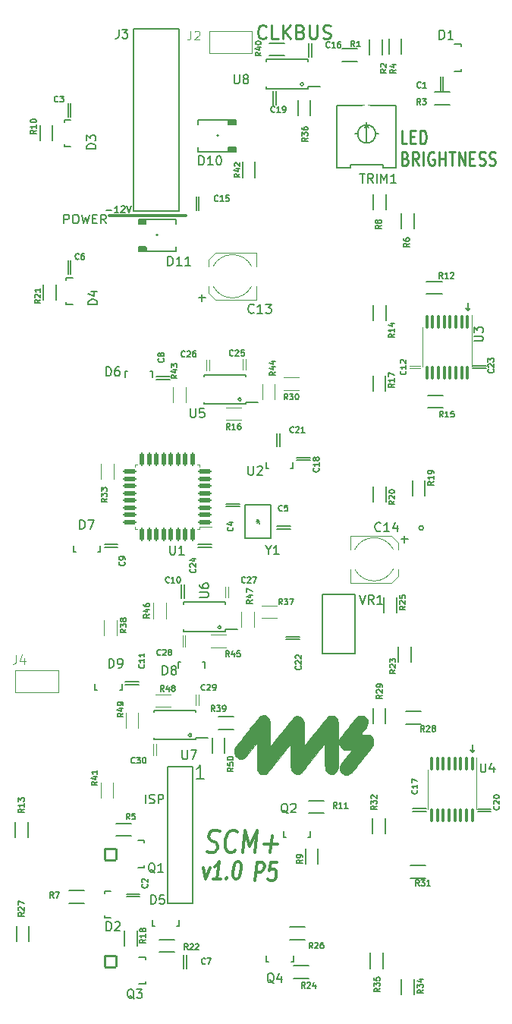
<source format=gto>
G04 #@! TF.GenerationSoftware,KiCad,Pcbnew,(6.0.5-0)*
G04 #@! TF.CreationDate,2022-05-25T13:52:13-07:00*
G04 #@! TF.ProjectId,SCMplus,53434d70-6c75-4732-9e6b-696361645f70,rev?*
G04 #@! TF.SameCoordinates,PX85b6780PY82ed558*
G04 #@! TF.FileFunction,Legend,Top*
G04 #@! TF.FilePolarity,Positive*
%FSLAX46Y46*%
G04 Gerber Fmt 4.6, Leading zero omitted, Abs format (unit mm)*
G04 Created by KiCad (PCBNEW (6.0.5-0)) date 2022-05-25 13:52:13*
%MOMM*%
%LPD*%
G01*
G04 APERTURE LIST*
G04 Aperture macros list*
%AMRoundRect*
0 Rectangle with rounded corners*
0 $1 Rounding radius*
0 $2 $3 $4 $5 $6 $7 $8 $9 X,Y pos of 4 corners*
0 Add a 4 corners polygon primitive as box body*
4,1,4,$2,$3,$4,$5,$6,$7,$8,$9,$2,$3,0*
0 Add four circle primitives for the rounded corners*
1,1,$1+$1,$2,$3*
1,1,$1+$1,$4,$5*
1,1,$1+$1,$6,$7*
1,1,$1+$1,$8,$9*
0 Add four rect primitives between the rounded corners*
20,1,$1+$1,$2,$3,$4,$5,0*
20,1,$1+$1,$4,$5,$6,$7,0*
20,1,$1+$1,$6,$7,$8,$9,0*
20,1,$1+$1,$8,$9,$2,$3,0*%
G04 Aperture macros list end*
%ADD10C,0.300000*%
%ADD11C,0.150000*%
%ADD12C,0.250000*%
%ADD13C,0.350000*%
%ADD14C,0.101600*%
%ADD15C,0.152400*%
%ADD16C,0.200000*%
%ADD17C,0.127000*%
%ADD18C,0.100000*%
%ADD19C,0.120000*%
%ADD20C,0.508000*%
%ADD21C,0.635000*%
%ADD22C,0.010000*%
%ADD23R,1.500000X1.200000*%
%ADD24R,1.500000X3.300001*%
%ADD25R,1.000000X1.000000*%
%ADD26C,1.651000*%
%ADD27R,1.150000X1.400000*%
%ADD28R,1.450000X0.450000*%
%ADD29R,0.800100X0.800100*%
%ADD30R,2.499360X1.800860*%
%ADD31RoundRect,0.100000X-0.100000X0.637500X-0.100000X-0.637500X0.100000X-0.637500X0.100000X0.637500X0*%
%ADD32R,3.000000X1.600000*%
%ADD33C,1.397000*%
%ADD34O,2.032000X1.727200*%
%ADD35RoundRect,0.125000X0.625000X0.125000X-0.625000X0.125000X-0.625000X-0.125000X0.625000X-0.125000X0*%
%ADD36RoundRect,0.125000X0.125000X0.625000X-0.125000X0.625000X-0.125000X-0.625000X0.125000X-0.625000X0*%
%ADD37C,1.930400*%
%ADD38C,1.778000*%
%ADD39RoundRect,0.127000X-0.635000X-0.635000X0.635000X-0.635000X0.635000X0.635000X-0.635000X0.635000X0*%
%ADD40C,1.803400*%
%ADD41C,2.667000*%
G04 APERTURE END LIST*
D10*
X-108668000Y98397000D02*
X-100116674Y98394780D01*
D11*
X-68635000Y87868000D02*
X-68392000Y88086000D01*
X-73597201Y63597000D02*
G75*
G03*
X-73597201Y63597000I-250799J0D01*
G01*
X-68638000Y87867000D02*
X-68869000Y88086000D01*
X-68096500Y38569500D02*
X-67853500Y38787500D01*
X-68099500Y39383500D02*
X-68099500Y38568500D01*
X-68099500Y38568500D02*
X-68330500Y38787500D01*
X-68638000Y88682000D02*
X-68638000Y87867000D01*
X-108970572Y99022572D02*
X-108390000Y99022572D01*
X-107628000Y98732286D02*
X-108063429Y98732286D01*
X-107845715Y98732286D02*
X-107845715Y99494286D01*
X-107918286Y99385429D01*
X-107990858Y99312858D01*
X-108063429Y99276572D01*
X-107337715Y99421715D02*
X-107301429Y99458000D01*
X-107228858Y99494286D01*
X-107047429Y99494286D01*
X-106974858Y99458000D01*
X-106938572Y99421715D01*
X-106902286Y99349143D01*
X-106902286Y99276572D01*
X-106938572Y99167715D01*
X-107374000Y98732286D01*
X-106902286Y98732286D01*
X-106684572Y99494286D02*
X-106430572Y98732286D01*
X-106176572Y99494286D01*
D12*
X-91170858Y118291286D02*
X-91242286Y118219858D01*
X-91456572Y118148429D01*
X-91599429Y118148429D01*
X-91813715Y118219858D01*
X-91956572Y118362715D01*
X-92028000Y118505572D01*
X-92099429Y118791286D01*
X-92099429Y119005572D01*
X-92028000Y119291286D01*
X-91956572Y119434143D01*
X-91813715Y119577000D01*
X-91599429Y119648429D01*
X-91456572Y119648429D01*
X-91242286Y119577000D01*
X-91170858Y119505572D01*
X-89813715Y118148429D02*
X-90528000Y118148429D01*
X-90528000Y119648429D01*
X-89313715Y118148429D02*
X-89313715Y119648429D01*
X-88456572Y118148429D02*
X-89099429Y119005572D01*
X-88456572Y119648429D02*
X-89313715Y118791286D01*
X-87313715Y118934143D02*
X-87099429Y118862715D01*
X-87028000Y118791286D01*
X-86956572Y118648429D01*
X-86956572Y118434143D01*
X-87028000Y118291286D01*
X-87099429Y118219858D01*
X-87242286Y118148429D01*
X-87813715Y118148429D01*
X-87813715Y119648429D01*
X-87313715Y119648429D01*
X-87170858Y119577000D01*
X-87099429Y119505572D01*
X-87028000Y119362715D01*
X-87028000Y119219858D01*
X-87099429Y119077000D01*
X-87170858Y119005572D01*
X-87313715Y118934143D01*
X-87813715Y118934143D01*
X-86313715Y119648429D02*
X-86313715Y118434143D01*
X-86242286Y118291286D01*
X-86170858Y118219858D01*
X-86028000Y118148429D01*
X-85742286Y118148429D01*
X-85599429Y118219858D01*
X-85528000Y118291286D01*
X-85456572Y118434143D01*
X-85456572Y119648429D01*
X-84813715Y118219858D02*
X-84599429Y118148429D01*
X-84242286Y118148429D01*
X-84099429Y118219858D01*
X-84028000Y118291286D01*
X-83956572Y118434143D01*
X-83956572Y118577000D01*
X-84028000Y118719858D01*
X-84099429Y118791286D01*
X-84242286Y118862715D01*
X-84528000Y118934143D01*
X-84670858Y119005572D01*
X-84742286Y119077000D01*
X-84813715Y119219858D01*
X-84813715Y119362715D01*
X-84742286Y119505572D01*
X-84670858Y119577000D01*
X-84528000Y119648429D01*
X-84170858Y119648429D01*
X-83956572Y119577000D01*
D13*
X-97769786Y27505096D02*
X-97498953Y27386048D01*
X-97022762Y27386048D01*
X-96817405Y27505096D01*
X-96707286Y27624143D01*
X-96582286Y27862239D01*
X-96552524Y28100334D01*
X-96618000Y28338429D01*
X-96698358Y28457477D01*
X-96873953Y28576524D01*
X-97240024Y28695572D01*
X-97415620Y28814620D01*
X-97495977Y28933667D01*
X-97561453Y29171762D01*
X-97531691Y29409858D01*
X-97406691Y29647953D01*
X-97296572Y29767000D01*
X-97091215Y29886048D01*
X-96615024Y29886048D01*
X-96344191Y29767000D01*
X-94612048Y27624143D02*
X-94722167Y27505096D01*
X-95022762Y27386048D01*
X-95213239Y27386048D01*
X-95484072Y27505096D01*
X-95644786Y27743191D01*
X-95710262Y27981286D01*
X-95745977Y28457477D01*
X-95701334Y28814620D01*
X-95546572Y29290810D01*
X-95421572Y29528905D01*
X-95201334Y29767000D01*
X-94900739Y29886048D01*
X-94710262Y29886048D01*
X-94439429Y29767000D01*
X-94359072Y29647953D01*
X-93784667Y27386048D02*
X-93472167Y29886048D01*
X-93028715Y28100334D01*
X-92138834Y29886048D01*
X-92451334Y27386048D01*
X-91379905Y28338429D02*
X-89856096Y28338429D01*
X-90737048Y27386048D02*
X-90498953Y29290810D01*
X-98137637Y25735583D02*
X-97947161Y24402250D01*
X-97423352Y25735583D01*
X-96232875Y24402250D02*
X-97090018Y24402250D01*
X-96661447Y24402250D02*
X-96411447Y26402250D01*
X-96590018Y26116535D01*
X-96756685Y25926059D01*
X-96911447Y25830821D01*
X-95566209Y24592726D02*
X-95506685Y24497488D01*
X-95590018Y24402250D01*
X-95649542Y24497488D01*
X-95566209Y24592726D01*
X-95590018Y24402250D01*
X-94340018Y26402250D02*
X-94197161Y26402250D01*
X-94066209Y26307011D01*
X-94006685Y26211773D01*
X-93959066Y26021297D01*
X-93935256Y25640345D01*
X-93994780Y25164154D01*
X-94113828Y24783202D01*
X-94209066Y24592726D01*
X-94292399Y24497488D01*
X-94447161Y24402250D01*
X-94590018Y24402250D01*
X-94720971Y24497488D01*
X-94780494Y24592726D01*
X-94828114Y24783202D01*
X-94851923Y25164154D01*
X-94792399Y25640345D01*
X-94673352Y26021297D01*
X-94578114Y26211773D01*
X-94494780Y26307011D01*
X-94340018Y26402250D01*
D11*
X-104614191Y32874620D02*
X-104614191Y33874620D01*
X-104185620Y32922239D02*
X-104042762Y32874620D01*
X-103804667Y32874620D01*
X-103709429Y32922239D01*
X-103661810Y32969858D01*
X-103614191Y33065096D01*
X-103614191Y33160334D01*
X-103661810Y33255572D01*
X-103709429Y33303191D01*
X-103804667Y33350810D01*
X-103995143Y33398429D01*
X-104090381Y33446048D01*
X-104138000Y33493667D01*
X-104185620Y33588905D01*
X-104185620Y33684143D01*
X-104138000Y33779381D01*
X-104090381Y33827000D01*
X-103995143Y33874620D01*
X-103757048Y33874620D01*
X-103614191Y33827000D01*
X-103185620Y32874620D02*
X-103185620Y33874620D01*
X-102804667Y33874620D01*
X-102709429Y33827000D01*
X-102661810Y33779381D01*
X-102614191Y33684143D01*
X-102614191Y33541286D01*
X-102661810Y33446048D01*
X-102709429Y33398429D01*
X-102804667Y33350810D01*
X-103185620Y33350810D01*
X-113707524Y97554620D02*
X-113707524Y98554620D01*
X-113326572Y98554620D01*
X-113231334Y98507000D01*
X-113183715Y98459381D01*
X-113136096Y98364143D01*
X-113136096Y98221286D01*
X-113183715Y98126048D01*
X-113231334Y98078429D01*
X-113326572Y98030810D01*
X-113707524Y98030810D01*
X-112517048Y98554620D02*
X-112326572Y98554620D01*
X-112231334Y98507000D01*
X-112136096Y98411762D01*
X-112088477Y98221286D01*
X-112088477Y97887953D01*
X-112136096Y97697477D01*
X-112231334Y97602239D01*
X-112326572Y97554620D01*
X-112517048Y97554620D01*
X-112612286Y97602239D01*
X-112707524Y97697477D01*
X-112755143Y97887953D01*
X-112755143Y98221286D01*
X-112707524Y98411762D01*
X-112612286Y98507000D01*
X-112517048Y98554620D01*
X-111755143Y98554620D02*
X-111517048Y97554620D01*
X-111326572Y98268905D01*
X-111136096Y97554620D01*
X-110898000Y98554620D01*
X-110517048Y98078429D02*
X-110183715Y98078429D01*
X-110040858Y97554620D02*
X-110517048Y97554620D01*
X-110517048Y98554620D01*
X-110040858Y98554620D01*
X-109040858Y97554620D02*
X-109374191Y98030810D01*
X-109612286Y97554620D02*
X-109612286Y98554620D01*
X-109231334Y98554620D01*
X-109136096Y98507000D01*
X-109088477Y98459381D01*
X-109040858Y98364143D01*
X-109040858Y98221286D01*
X-109088477Y98126048D01*
X-109136096Y98078429D01*
X-109231334Y98030810D01*
X-109612286Y98030810D01*
D12*
X-75446774Y106446905D02*
X-76018202Y106446905D01*
X-76018202Y107946905D01*
X-75046774Y107232619D02*
X-74646774Y107232619D01*
X-74475345Y106446905D02*
X-75046774Y106446905D01*
X-75046774Y107946905D01*
X-74475345Y107946905D01*
X-73961059Y106446905D02*
X-73961059Y107946905D01*
X-73675345Y107946905D01*
X-73503916Y107875476D01*
X-73389631Y107732619D01*
X-73332488Y107589762D01*
X-73275345Y107304048D01*
X-73275345Y107089762D01*
X-73332488Y106804048D01*
X-73389631Y106661191D01*
X-73503916Y106518334D01*
X-73675345Y106446905D01*
X-73961059Y106446905D01*
X-75618202Y104817619D02*
X-75446774Y104746191D01*
X-75389631Y104674762D01*
X-75332488Y104531905D01*
X-75332488Y104317619D01*
X-75389631Y104174762D01*
X-75446774Y104103334D01*
X-75561059Y104031905D01*
X-76018202Y104031905D01*
X-76018202Y105531905D01*
X-75618202Y105531905D01*
X-75503916Y105460476D01*
X-75446774Y105389048D01*
X-75389631Y105246191D01*
X-75389631Y105103334D01*
X-75446774Y104960476D01*
X-75503916Y104889048D01*
X-75618202Y104817619D01*
X-76018202Y104817619D01*
X-74132488Y104031905D02*
X-74532488Y104746191D01*
X-74818202Y104031905D02*
X-74818202Y105531905D01*
X-74361059Y105531905D01*
X-74246774Y105460476D01*
X-74189631Y105389048D01*
X-74132488Y105246191D01*
X-74132488Y105031905D01*
X-74189631Y104889048D01*
X-74246774Y104817619D01*
X-74361059Y104746191D01*
X-74818202Y104746191D01*
X-73618202Y104031905D02*
X-73618202Y105531905D01*
X-72418202Y105460476D02*
X-72532488Y105531905D01*
X-72703916Y105531905D01*
X-72875345Y105460476D01*
X-72989631Y105317619D01*
X-73046774Y105174762D01*
X-73103916Y104889048D01*
X-73103916Y104674762D01*
X-73046774Y104389048D01*
X-72989631Y104246191D01*
X-72875345Y104103334D01*
X-72703916Y104031905D01*
X-72589631Y104031905D01*
X-72418202Y104103334D01*
X-72361059Y104174762D01*
X-72361059Y104674762D01*
X-72589631Y104674762D01*
X-71846774Y104031905D02*
X-71846774Y105531905D01*
X-71846774Y104817619D02*
X-71161059Y104817619D01*
X-71161059Y104031905D02*
X-71161059Y105531905D01*
X-70761059Y105531905D02*
X-70075345Y105531905D01*
X-70418202Y104031905D02*
X-70418202Y105531905D01*
X-69675345Y104031905D02*
X-69675345Y105531905D01*
X-68989631Y104031905D01*
X-68989631Y105531905D01*
X-68418202Y104817619D02*
X-68018202Y104817619D01*
X-67846774Y104031905D02*
X-68418202Y104031905D01*
X-68418202Y105531905D01*
X-67846774Y105531905D01*
X-67389631Y104103334D02*
X-67218202Y104031905D01*
X-66932488Y104031905D01*
X-66818202Y104103334D01*
X-66761059Y104174762D01*
X-66703916Y104317619D01*
X-66703916Y104460476D01*
X-66761059Y104603334D01*
X-66818202Y104674762D01*
X-66932488Y104746191D01*
X-67161059Y104817619D01*
X-67275345Y104889048D01*
X-67332488Y104960476D01*
X-67389631Y105103334D01*
X-67389631Y105246191D01*
X-67332488Y105389048D01*
X-67275345Y105460476D01*
X-67161059Y105531905D01*
X-66875345Y105531905D01*
X-66703916Y105460476D01*
X-66246774Y104103334D02*
X-66075345Y104031905D01*
X-65789631Y104031905D01*
X-65675345Y104103334D01*
X-65618202Y104174762D01*
X-65561059Y104317619D01*
X-65561059Y104460476D01*
X-65618202Y104603334D01*
X-65675345Y104674762D01*
X-65789631Y104746191D01*
X-66018202Y104817619D01*
X-66132488Y104889048D01*
X-66189631Y104960476D01*
X-66246774Y105103334D01*
X-66246774Y105246191D01*
X-66189631Y105389048D01*
X-66132488Y105460476D01*
X-66018202Y105531905D01*
X-65732488Y105531905D01*
X-65561059Y105460476D01*
D13*
X-92391456Y24282235D02*
X-92141456Y26282235D01*
X-91570027Y26282235D01*
X-91439075Y26186996D01*
X-91379551Y26091758D01*
X-91331932Y25901282D01*
X-91367646Y25615568D01*
X-91462884Y25425092D01*
X-91546218Y25329854D01*
X-91700980Y25234616D01*
X-92272408Y25234616D01*
X-89927170Y26282235D02*
X-90641456Y26282235D01*
X-90831932Y25329854D01*
X-90748599Y25425092D01*
X-90593837Y25520330D01*
X-90236694Y25520330D01*
X-90105742Y25425092D01*
X-90046218Y25329854D01*
X-89998599Y25139377D01*
X-90058123Y24663187D01*
X-90153361Y24472711D01*
X-90236694Y24377473D01*
X-90391456Y24282235D01*
X-90748599Y24282235D01*
X-90879551Y24377473D01*
X-90939075Y24472711D01*
D11*
X-80705576Y56125818D02*
X-80372243Y55125818D01*
X-80038910Y56125818D01*
X-79134148Y55125818D02*
X-79467481Y55602008D01*
X-79705576Y55125818D02*
X-79705576Y56125818D01*
X-79324624Y56125818D01*
X-79229386Y56078198D01*
X-79181767Y56030579D01*
X-79134148Y55935341D01*
X-79134148Y55792484D01*
X-79181767Y55697246D01*
X-79229386Y55649627D01*
X-79324624Y55602008D01*
X-79705576Y55602008D01*
X-78181767Y55125818D02*
X-78753195Y55125818D01*
X-78467481Y55125818D02*
X-78467481Y56125818D01*
X-78562719Y55982960D01*
X-78657957Y55887722D01*
X-78753195Y55840103D01*
X-76851953Y79669143D02*
X-77161477Y79452477D01*
X-76851953Y79297715D02*
X-77501953Y79297715D01*
X-77501953Y79545334D01*
X-77471000Y79607239D01*
X-77440048Y79638191D01*
X-77378143Y79669143D01*
X-77285286Y79669143D01*
X-77223381Y79638191D01*
X-77192429Y79607239D01*
X-77161477Y79545334D01*
X-77161477Y79297715D01*
X-76851953Y80288191D02*
X-76851953Y79916762D01*
X-76851953Y80102477D02*
X-77501953Y80102477D01*
X-77409096Y80040572D01*
X-77347191Y79978667D01*
X-77316239Y79916762D01*
X-77501953Y80504858D02*
X-77501953Y80938191D01*
X-76851953Y80659620D01*
X-85315858Y70259143D02*
X-85284905Y70228191D01*
X-85253953Y70135334D01*
X-85253953Y70073429D01*
X-85284905Y69980572D01*
X-85346810Y69918667D01*
X-85408715Y69887715D01*
X-85532524Y69856762D01*
X-85625381Y69856762D01*
X-85749191Y69887715D01*
X-85811096Y69918667D01*
X-85873000Y69980572D01*
X-85903953Y70073429D01*
X-85903953Y70135334D01*
X-85873000Y70228191D01*
X-85842048Y70259143D01*
X-85253953Y70878191D02*
X-85253953Y70506762D01*
X-85253953Y70692477D02*
X-85903953Y70692477D01*
X-85811096Y70630572D01*
X-85749191Y70568667D01*
X-85718239Y70506762D01*
X-85625381Y71249620D02*
X-85656334Y71187715D01*
X-85687286Y71156762D01*
X-85749191Y71125810D01*
X-85780143Y71125810D01*
X-85842048Y71156762D01*
X-85873000Y71187715D01*
X-85903953Y71249620D01*
X-85903953Y71373429D01*
X-85873000Y71435334D01*
X-85842048Y71466286D01*
X-85780143Y71497239D01*
X-85749191Y71497239D01*
X-85687286Y71466286D01*
X-85656334Y71435334D01*
X-85625381Y71373429D01*
X-85625381Y71249620D01*
X-85594429Y71187715D01*
X-85563477Y71156762D01*
X-85501572Y71125810D01*
X-85377762Y71125810D01*
X-85315858Y71156762D01*
X-85284905Y71187715D01*
X-85253953Y71249620D01*
X-85253953Y71373429D01*
X-85284905Y71435334D01*
X-85315858Y71466286D01*
X-85377762Y71497239D01*
X-85501572Y71497239D01*
X-85563477Y71466286D01*
X-85594429Y71435334D01*
X-85625381Y71373429D01*
X-99065858Y59009143D02*
X-99034905Y58978191D01*
X-99003953Y58885334D01*
X-99003953Y58823429D01*
X-99034905Y58730572D01*
X-99096810Y58668667D01*
X-99158715Y58637715D01*
X-99282524Y58606762D01*
X-99375381Y58606762D01*
X-99499191Y58637715D01*
X-99561096Y58668667D01*
X-99623000Y58730572D01*
X-99653953Y58823429D01*
X-99653953Y58885334D01*
X-99623000Y58978191D01*
X-99592048Y59009143D01*
X-99592048Y59256762D02*
X-99623000Y59287715D01*
X-99653953Y59349620D01*
X-99653953Y59504381D01*
X-99623000Y59566286D01*
X-99592048Y59597239D01*
X-99530143Y59628191D01*
X-99468239Y59628191D01*
X-99375381Y59597239D01*
X-99003953Y59225810D01*
X-99003953Y59628191D01*
X-99437286Y60185334D02*
X-99003953Y60185334D01*
X-99684905Y60030572D02*
X-99220620Y59875810D01*
X-99220620Y60278191D01*
D14*
X-119063973Y49413260D02*
X-119063973Y48698974D01*
X-119111592Y48556117D01*
X-119206830Y48460879D01*
X-119349687Y48413260D01*
X-119444925Y48413260D01*
X-118159211Y49079926D02*
X-118159211Y48413260D01*
X-118397306Y49460879D02*
X-118635401Y48746593D01*
X-118016354Y48746593D01*
D11*
X-107606691Y119194620D02*
X-107606691Y118480334D01*
X-107654310Y118337477D01*
X-107749548Y118242239D01*
X-107892405Y118194620D01*
X-107987643Y118194620D01*
X-107225739Y119194620D02*
X-106606691Y119194620D01*
X-106940024Y118813667D01*
X-106797167Y118813667D01*
X-106701929Y118766048D01*
X-106654310Y118718429D01*
X-106606691Y118623191D01*
X-106606691Y118385096D01*
X-106654310Y118289858D01*
X-106701929Y118242239D01*
X-106797167Y118194620D01*
X-107082881Y118194620D01*
X-107178120Y118242239D01*
X-107225739Y118289858D01*
X-74315858Y34339143D02*
X-74284905Y34308191D01*
X-74253953Y34215334D01*
X-74253953Y34153429D01*
X-74284905Y34060572D01*
X-74346810Y33998667D01*
X-74408715Y33967715D01*
X-74532524Y33936762D01*
X-74625381Y33936762D01*
X-74749191Y33967715D01*
X-74811096Y33998667D01*
X-74873000Y34060572D01*
X-74903953Y34153429D01*
X-74903953Y34215334D01*
X-74873000Y34308191D01*
X-74842048Y34339143D01*
X-74253953Y34958191D02*
X-74253953Y34586762D01*
X-74253953Y34772477D02*
X-74903953Y34772477D01*
X-74811096Y34710572D01*
X-74749191Y34648667D01*
X-74718239Y34586762D01*
X-74903953Y35174858D02*
X-74903953Y35608191D01*
X-74253953Y35329620D01*
X-90907705Y61127394D02*
X-90907705Y60651204D01*
X-91241038Y61651204D02*
X-90907705Y61127394D01*
X-90574372Y61651204D01*
X-89717229Y60651204D02*
X-90288657Y60651204D01*
X-90002943Y60651204D02*
X-90002943Y61651204D01*
X-90098181Y61508346D01*
X-90193419Y61413108D01*
X-90288657Y61365489D01*
X-71427978Y91439457D02*
X-71644644Y91748981D01*
X-71799406Y91439457D02*
X-71799406Y92089457D01*
X-71551787Y92089457D01*
X-71489882Y92058504D01*
X-71458930Y92027552D01*
X-71427978Y91965647D01*
X-71427978Y91872790D01*
X-71458930Y91810885D01*
X-71489882Y91779933D01*
X-71551787Y91748981D01*
X-71799406Y91748981D01*
X-70808930Y91439457D02*
X-71180359Y91439457D01*
X-70994644Y91439457D02*
X-70994644Y92089457D01*
X-71056549Y91996600D01*
X-71118454Y91934695D01*
X-71180359Y91903743D01*
X-70561311Y92027552D02*
X-70530359Y92058504D01*
X-70468454Y92089457D01*
X-70313692Y92089457D01*
X-70251787Y92058504D01*
X-70220835Y92027552D01*
X-70189882Y91965647D01*
X-70189882Y91903743D01*
X-70220835Y91810885D01*
X-70592263Y91439457D01*
X-70189882Y91439457D01*
X-100505905Y38786620D02*
X-100505905Y37977096D01*
X-100458286Y37881858D01*
X-100410667Y37834239D01*
X-100315429Y37786620D01*
X-100124953Y37786620D01*
X-100029715Y37834239D01*
X-99982096Y37881858D01*
X-99934477Y37977096D01*
X-99934477Y38786620D01*
X-99553524Y38786620D02*
X-98886858Y38786620D01*
X-99315429Y37786620D01*
X-73629321Y12072823D02*
X-73938845Y11856157D01*
X-73629321Y11701395D02*
X-74279321Y11701395D01*
X-74279321Y11949014D01*
X-74248368Y12010919D01*
X-74217416Y12041871D01*
X-74155511Y12072823D01*
X-74062654Y12072823D01*
X-74000749Y12041871D01*
X-73969797Y12010919D01*
X-73938845Y11949014D01*
X-73938845Y11701395D01*
X-74279321Y12289490D02*
X-74279321Y12691871D01*
X-74031702Y12475204D01*
X-74031702Y12568061D01*
X-74000749Y12629966D01*
X-73969797Y12660919D01*
X-73907892Y12691871D01*
X-73753130Y12691871D01*
X-73691226Y12660919D01*
X-73660273Y12629966D01*
X-73629321Y12568061D01*
X-73629321Y12382347D01*
X-73660273Y12320442D01*
X-73691226Y12289490D01*
X-74062654Y13249014D02*
X-73629321Y13249014D01*
X-74310273Y13094252D02*
X-73845988Y12939490D01*
X-73845988Y13341871D01*
X-116346025Y89051079D02*
X-116655549Y88834413D01*
X-116346025Y88679651D02*
X-116996025Y88679651D01*
X-116996025Y88927270D01*
X-116965072Y88989175D01*
X-116934120Y89020127D01*
X-116872215Y89051079D01*
X-116779358Y89051079D01*
X-116717453Y89020127D01*
X-116686501Y88989175D01*
X-116655549Y88927270D01*
X-116655549Y88679651D01*
X-116934120Y89298698D02*
X-116965072Y89329651D01*
X-116996025Y89391556D01*
X-116996025Y89546317D01*
X-116965072Y89608222D01*
X-116934120Y89639175D01*
X-116872215Y89670127D01*
X-116810311Y89670127D01*
X-116717453Y89639175D01*
X-116346025Y89267746D01*
X-116346025Y89670127D01*
X-116346025Y90289175D02*
X-116346025Y89917746D01*
X-116346025Y90103460D02*
X-116996025Y90103460D01*
X-116903168Y90041556D01*
X-116841263Y89979651D01*
X-116810311Y89917746D01*
X-94064129Y103095247D02*
X-94373653Y102878581D01*
X-94064129Y102723819D02*
X-94714129Y102723819D01*
X-94714129Y102971438D01*
X-94683176Y103033343D01*
X-94652224Y103064295D01*
X-94590319Y103095247D01*
X-94497462Y103095247D01*
X-94435557Y103064295D01*
X-94404605Y103033343D01*
X-94373653Y102971438D01*
X-94373653Y102723819D01*
X-94497462Y103652390D02*
X-94064129Y103652390D01*
X-94745081Y103497628D02*
X-94280796Y103342866D01*
X-94280796Y103745247D01*
X-94652224Y103961914D02*
X-94683176Y103992866D01*
X-94714129Y104054771D01*
X-94714129Y104209533D01*
X-94683176Y104271438D01*
X-94652224Y104302390D01*
X-94590319Y104333343D01*
X-94528415Y104333343D01*
X-94435557Y104302390D01*
X-94064129Y103930962D01*
X-94064129Y104333343D01*
X-89364822Y65540850D02*
X-89395774Y65509897D01*
X-89488631Y65478945D01*
X-89550536Y65478945D01*
X-89643393Y65509897D01*
X-89705298Y65571802D01*
X-89736250Y65633707D01*
X-89767203Y65757516D01*
X-89767203Y65850373D01*
X-89736250Y65974183D01*
X-89705298Y66036088D01*
X-89643393Y66097992D01*
X-89550536Y66128945D01*
X-89488631Y66128945D01*
X-89395774Y66097992D01*
X-89364822Y66067040D01*
X-88776727Y66128945D02*
X-89086250Y66128945D01*
X-89117203Y65819421D01*
X-89086250Y65850373D01*
X-89024346Y65881326D01*
X-88869584Y65881326D01*
X-88807679Y65850373D01*
X-88776727Y65819421D01*
X-88745774Y65757516D01*
X-88745774Y65602754D01*
X-88776727Y65540850D01*
X-88807679Y65509897D01*
X-88869584Y65478945D01*
X-89024346Y65478945D01*
X-89086250Y65509897D01*
X-89117203Y65540850D01*
X-99895858Y16572953D02*
X-100112524Y16882477D01*
X-100267286Y16572953D02*
X-100267286Y17222953D01*
X-100019667Y17222953D01*
X-99957762Y17192000D01*
X-99926810Y17161048D01*
X-99895858Y17099143D01*
X-99895858Y17006286D01*
X-99926810Y16944381D01*
X-99957762Y16913429D01*
X-100019667Y16882477D01*
X-100267286Y16882477D01*
X-99648239Y17161048D02*
X-99617286Y17192000D01*
X-99555381Y17222953D01*
X-99400620Y17222953D01*
X-99338715Y17192000D01*
X-99307762Y17161048D01*
X-99276810Y17099143D01*
X-99276810Y17037239D01*
X-99307762Y16944381D01*
X-99679191Y16572953D01*
X-99276810Y16572953D01*
X-99029191Y17161048D02*
X-98998239Y17192000D01*
X-98936334Y17222953D01*
X-98781572Y17222953D01*
X-98719667Y17192000D01*
X-98688715Y17161048D01*
X-98657762Y17099143D01*
X-98657762Y17037239D01*
X-98688715Y16944381D01*
X-99060143Y16572953D01*
X-98657762Y16572953D01*
X-104173953Y53949143D02*
X-104483477Y53732477D01*
X-104173953Y53577715D02*
X-104823953Y53577715D01*
X-104823953Y53825334D01*
X-104793000Y53887239D01*
X-104762048Y53918191D01*
X-104700143Y53949143D01*
X-104607286Y53949143D01*
X-104545381Y53918191D01*
X-104514429Y53887239D01*
X-104483477Y53825334D01*
X-104483477Y53577715D01*
X-104607286Y54506286D02*
X-104173953Y54506286D01*
X-104854905Y54351524D02*
X-104390620Y54196762D01*
X-104390620Y54599143D01*
X-104823953Y55125334D02*
X-104823953Y55001524D01*
X-104793000Y54939620D01*
X-104762048Y54908667D01*
X-104669191Y54846762D01*
X-104545381Y54815810D01*
X-104297762Y54815810D01*
X-104235858Y54846762D01*
X-104204905Y54877715D01*
X-104173953Y54939620D01*
X-104173953Y55063429D01*
X-104204905Y55125334D01*
X-104235858Y55156286D01*
X-104297762Y55187239D01*
X-104452524Y55187239D01*
X-104514429Y55156286D01*
X-104545381Y55125334D01*
X-104576334Y55063429D01*
X-104576334Y54939620D01*
X-104545381Y54877715D01*
X-104514429Y54846762D01*
X-104452524Y54815810D01*
X-73505858Y40888441D02*
X-73722524Y41197965D01*
X-73877286Y40888441D02*
X-73877286Y41538441D01*
X-73629667Y41538441D01*
X-73567762Y41507488D01*
X-73536810Y41476536D01*
X-73505858Y41414631D01*
X-73505858Y41321774D01*
X-73536810Y41259869D01*
X-73567762Y41228917D01*
X-73629667Y41197965D01*
X-73877286Y41197965D01*
X-73258239Y41476536D02*
X-73227286Y41507488D01*
X-73165381Y41538441D01*
X-73010620Y41538441D01*
X-72948715Y41507488D01*
X-72917762Y41476536D01*
X-72886810Y41414631D01*
X-72886810Y41352727D01*
X-72917762Y41259869D01*
X-73289191Y40888441D01*
X-72886810Y40888441D01*
X-72515381Y41259869D02*
X-72577286Y41290822D01*
X-72608239Y41321774D01*
X-72639191Y41383679D01*
X-72639191Y41414631D01*
X-72608239Y41476536D01*
X-72577286Y41507488D01*
X-72515381Y41538441D01*
X-72391572Y41538441D01*
X-72329667Y41507488D01*
X-72298715Y41476536D01*
X-72267762Y41414631D01*
X-72267762Y41383679D01*
X-72298715Y41321774D01*
X-72329667Y41290822D01*
X-72391572Y41259869D01*
X-72515381Y41259869D01*
X-72577286Y41228917D01*
X-72608239Y41197965D01*
X-72639191Y41136060D01*
X-72639191Y41012250D01*
X-72608239Y40950346D01*
X-72577286Y40919393D01*
X-72515381Y40888441D01*
X-72391572Y40888441D01*
X-72329667Y40919393D01*
X-72298715Y40950346D01*
X-72267762Y41012250D01*
X-72267762Y41136060D01*
X-72298715Y41197965D01*
X-72329667Y41228917D01*
X-72391572Y41259869D01*
X-106773953Y52289143D02*
X-107083477Y52072477D01*
X-106773953Y51917715D02*
X-107423953Y51917715D01*
X-107423953Y52165334D01*
X-107393000Y52227239D01*
X-107362048Y52258191D01*
X-107300143Y52289143D01*
X-107207286Y52289143D01*
X-107145381Y52258191D01*
X-107114429Y52227239D01*
X-107083477Y52165334D01*
X-107083477Y51917715D01*
X-107423953Y52505810D02*
X-107423953Y52908191D01*
X-107176334Y52691524D01*
X-107176334Y52784381D01*
X-107145381Y52846286D01*
X-107114429Y52877239D01*
X-107052524Y52908191D01*
X-106897762Y52908191D01*
X-106835858Y52877239D01*
X-106804905Y52846286D01*
X-106773953Y52784381D01*
X-106773953Y52598667D01*
X-106804905Y52536762D01*
X-106835858Y52505810D01*
X-107145381Y53279620D02*
X-107176334Y53217715D01*
X-107207286Y53186762D01*
X-107269191Y53155810D01*
X-107300143Y53155810D01*
X-107362048Y53186762D01*
X-107393000Y53217715D01*
X-107423953Y53279620D01*
X-107423953Y53403429D01*
X-107393000Y53465334D01*
X-107362048Y53496286D01*
X-107300143Y53527239D01*
X-107269191Y53527239D01*
X-107207286Y53496286D01*
X-107176334Y53465334D01*
X-107145381Y53403429D01*
X-107145381Y53279620D01*
X-107114429Y53217715D01*
X-107083477Y53186762D01*
X-107021572Y53155810D01*
X-106897762Y53155810D01*
X-106835858Y53186762D01*
X-106804905Y53217715D01*
X-106773953Y53279620D01*
X-106773953Y53403429D01*
X-106804905Y53465334D01*
X-106835858Y53496286D01*
X-106897762Y53527239D01*
X-107021572Y53527239D01*
X-107083477Y53496286D01*
X-107114429Y53465334D01*
X-107145381Y53403429D01*
X-109995620Y88508905D02*
X-110995620Y88508905D01*
X-110995620Y88747000D01*
X-110948000Y88889858D01*
X-110852762Y88985096D01*
X-110757524Y89032715D01*
X-110567048Y89080334D01*
X-110424191Y89080334D01*
X-110233715Y89032715D01*
X-110138477Y88985096D01*
X-110043239Y88889858D01*
X-109995620Y88747000D01*
X-109995620Y88508905D01*
X-110662286Y89937477D02*
X-109995620Y89937477D01*
X-111043239Y89699381D02*
X-110328953Y89461286D01*
X-110328953Y90080334D01*
X-95271858Y49243953D02*
X-95488524Y49553477D01*
X-95643286Y49243953D02*
X-95643286Y49893953D01*
X-95395667Y49893953D01*
X-95333762Y49863000D01*
X-95302810Y49832048D01*
X-95271858Y49770143D01*
X-95271858Y49677286D01*
X-95302810Y49615381D01*
X-95333762Y49584429D01*
X-95395667Y49553477D01*
X-95643286Y49553477D01*
X-94714715Y49677286D02*
X-94714715Y49243953D01*
X-94869477Y49924905D02*
X-95024239Y49460620D01*
X-94621858Y49460620D01*
X-94064715Y49893953D02*
X-94374239Y49893953D01*
X-94405191Y49584429D01*
X-94374239Y49615381D01*
X-94312334Y49646334D01*
X-94157572Y49646334D01*
X-94095667Y49615381D01*
X-94064715Y49584429D01*
X-94033762Y49522524D01*
X-94033762Y49367762D01*
X-94064715Y49305858D01*
X-94095667Y49274905D01*
X-94157572Y49243953D01*
X-94312334Y49243953D01*
X-94374239Y49274905D01*
X-94405191Y49305858D01*
X-90283239Y12819381D02*
X-90378477Y12867000D01*
X-90473715Y12962239D01*
X-90616572Y13105096D01*
X-90711810Y13152715D01*
X-90807048Y13152715D01*
X-90759429Y12914620D02*
X-90854667Y12962239D01*
X-90949905Y13057477D01*
X-90997524Y13247953D01*
X-90997524Y13581286D01*
X-90949905Y13771762D01*
X-90854667Y13867000D01*
X-90759429Y13914620D01*
X-90568953Y13914620D01*
X-90473715Y13867000D01*
X-90378477Y13771762D01*
X-90330858Y13581286D01*
X-90330858Y13247953D01*
X-90378477Y13057477D01*
X-90473715Y12962239D01*
X-90568953Y12914620D01*
X-90759429Y12914620D01*
X-89473715Y13581286D02*
X-89473715Y12914620D01*
X-89711810Y13962239D02*
X-89949905Y13247953D01*
X-89330858Y13247953D01*
X-78289713Y97341283D02*
X-78599237Y97124616D01*
X-78289713Y96969855D02*
X-78939713Y96969855D01*
X-78939713Y97217474D01*
X-78908760Y97279378D01*
X-78877808Y97310331D01*
X-78815903Y97341283D01*
X-78723046Y97341283D01*
X-78661141Y97310331D01*
X-78630189Y97279378D01*
X-78599237Y97217474D01*
X-78599237Y96969855D01*
X-78661141Y97712712D02*
X-78692094Y97650807D01*
X-78723046Y97619855D01*
X-78784951Y97588902D01*
X-78815903Y97588902D01*
X-78877808Y97619855D01*
X-78908760Y97650807D01*
X-78939713Y97712712D01*
X-78939713Y97836521D01*
X-78908760Y97898426D01*
X-78877808Y97929378D01*
X-78815903Y97960331D01*
X-78784951Y97960331D01*
X-78723046Y97929378D01*
X-78692094Y97898426D01*
X-78661141Y97836521D01*
X-78661141Y97712712D01*
X-78630189Y97650807D01*
X-78599237Y97619855D01*
X-78537332Y97588902D01*
X-78413522Y97588902D01*
X-78351618Y97619855D01*
X-78320665Y97650807D01*
X-78289713Y97712712D01*
X-78289713Y97836521D01*
X-78320665Y97898426D01*
X-78351618Y97929378D01*
X-78413522Y97960331D01*
X-78537332Y97960331D01*
X-78599237Y97929378D01*
X-78630189Y97898426D01*
X-78661141Y97836521D01*
X-88723239Y31759381D02*
X-88818477Y31807000D01*
X-88913715Y31902239D01*
X-89056572Y32045096D01*
X-89151810Y32092715D01*
X-89247048Y32092715D01*
X-89199429Y31854620D02*
X-89294667Y31902239D01*
X-89389905Y31997477D01*
X-89437524Y32187953D01*
X-89437524Y32521286D01*
X-89389905Y32711762D01*
X-89294667Y32807000D01*
X-89199429Y32854620D01*
X-89008953Y32854620D01*
X-88913715Y32807000D01*
X-88818477Y32711762D01*
X-88770858Y32521286D01*
X-88770858Y32187953D01*
X-88818477Y31997477D01*
X-88913715Y31902239D01*
X-89008953Y31854620D01*
X-89199429Y31854620D01*
X-88389905Y32759381D02*
X-88342286Y32807000D01*
X-88247048Y32854620D01*
X-88008953Y32854620D01*
X-87913715Y32807000D01*
X-87866096Y32759381D01*
X-87818477Y32664143D01*
X-87818477Y32568905D01*
X-87866096Y32426048D01*
X-88437524Y31854620D01*
X-87818477Y31854620D01*
X-104006096Y21654620D02*
X-104006096Y22654620D01*
X-103768000Y22654620D01*
X-103625143Y22607000D01*
X-103529905Y22511762D01*
X-103482286Y22416524D01*
X-103434667Y22226048D01*
X-103434667Y22083191D01*
X-103482286Y21892715D01*
X-103529905Y21797477D01*
X-103625143Y21702239D01*
X-103768000Y21654620D01*
X-104006096Y21654620D01*
X-102529905Y22654620D02*
X-103006096Y22654620D01*
X-103053715Y22178429D01*
X-103006096Y22226048D01*
X-102910858Y22273667D01*
X-102672762Y22273667D01*
X-102577524Y22226048D01*
X-102529905Y22178429D01*
X-102482286Y22083191D01*
X-102482286Y21845096D01*
X-102529905Y21749858D01*
X-102577524Y21702239D01*
X-102672762Y21654620D01*
X-102910858Y21654620D01*
X-103006096Y21702239D01*
X-103053715Y21749858D01*
X-104795858Y48359143D02*
X-104764905Y48328191D01*
X-104733953Y48235334D01*
X-104733953Y48173429D01*
X-104764905Y48080572D01*
X-104826810Y48018667D01*
X-104888715Y47987715D01*
X-105012524Y47956762D01*
X-105105381Y47956762D01*
X-105229191Y47987715D01*
X-105291096Y48018667D01*
X-105353000Y48080572D01*
X-105383953Y48173429D01*
X-105383953Y48235334D01*
X-105353000Y48328191D01*
X-105322048Y48359143D01*
X-104733953Y48978191D02*
X-104733953Y48606762D01*
X-104733953Y48792477D02*
X-105383953Y48792477D01*
X-105291096Y48730572D01*
X-105229191Y48668667D01*
X-105198239Y48606762D01*
X-104733953Y49597239D02*
X-104733953Y49225810D01*
X-104733953Y49411524D02*
X-105383953Y49411524D01*
X-105291096Y49349620D01*
X-105229191Y49287715D01*
X-105198239Y49225810D01*
X-93149905Y70484620D02*
X-93149905Y69675096D01*
X-93102286Y69579858D01*
X-93054667Y69532239D01*
X-92959429Y69484620D01*
X-92768953Y69484620D01*
X-92673715Y69532239D01*
X-92626096Y69579858D01*
X-92578477Y69675096D01*
X-92578477Y70484620D01*
X-92149905Y70389381D02*
X-92102286Y70437000D01*
X-92007048Y70484620D01*
X-91768953Y70484620D01*
X-91673715Y70437000D01*
X-91626096Y70389381D01*
X-91578477Y70294143D01*
X-91578477Y70198905D01*
X-91626096Y70056048D01*
X-92197524Y69484620D01*
X-91578477Y69484620D01*
X-76706857Y47779551D02*
X-77016381Y47562885D01*
X-76706857Y47408123D02*
X-77356857Y47408123D01*
X-77356857Y47655742D01*
X-77325904Y47717647D01*
X-77294952Y47748599D01*
X-77233047Y47779551D01*
X-77140190Y47779551D01*
X-77078285Y47748599D01*
X-77047333Y47717647D01*
X-77016381Y47655742D01*
X-77016381Y47408123D01*
X-77294952Y48027170D02*
X-77325904Y48058123D01*
X-77356857Y48120028D01*
X-77356857Y48274789D01*
X-77325904Y48336694D01*
X-77294952Y48367647D01*
X-77233047Y48398599D01*
X-77171143Y48398599D01*
X-77078285Y48367647D01*
X-76706857Y47996218D01*
X-76706857Y48398599D01*
X-77356857Y48615266D02*
X-77356857Y49017647D01*
X-77109238Y48800980D01*
X-77109238Y48893837D01*
X-77078285Y48955742D01*
X-77047333Y48986694D01*
X-76985428Y49017647D01*
X-76830666Y49017647D01*
X-76768762Y48986694D01*
X-76737809Y48955742D01*
X-76706857Y48893837D01*
X-76706857Y48708123D01*
X-76737809Y48646218D01*
X-76768762Y48615266D01*
D15*
X-102117659Y92857925D02*
X-102117659Y93873925D01*
X-101875754Y93873925D01*
X-101730611Y93825544D01*
X-101633849Y93728783D01*
X-101585468Y93632021D01*
X-101537087Y93438497D01*
X-101537087Y93293354D01*
X-101585468Y93099830D01*
X-101633849Y93003068D01*
X-101730611Y92906306D01*
X-101875754Y92857925D01*
X-102117659Y92857925D01*
X-100569468Y92857925D02*
X-101150040Y92857925D01*
X-100859754Y92857925D02*
X-100859754Y93873925D01*
X-100956516Y93728783D01*
X-101053278Y93632021D01*
X-101150040Y93583640D01*
X-99601849Y92857925D02*
X-100182421Y92857925D01*
X-99892135Y92857925D02*
X-99892135Y93873925D01*
X-99988897Y93728783D01*
X-100085659Y93632021D01*
X-100182421Y93583640D01*
D11*
X-78453953Y12239143D02*
X-78763477Y12022477D01*
X-78453953Y11867715D02*
X-79103953Y11867715D01*
X-79103953Y12115334D01*
X-79073000Y12177239D01*
X-79042048Y12208191D01*
X-78980143Y12239143D01*
X-78887286Y12239143D01*
X-78825381Y12208191D01*
X-78794429Y12177239D01*
X-78763477Y12115334D01*
X-78763477Y11867715D01*
X-79103953Y12455810D02*
X-79103953Y12858191D01*
X-78856334Y12641524D01*
X-78856334Y12734381D01*
X-78825381Y12796286D01*
X-78794429Y12827239D01*
X-78732524Y12858191D01*
X-78577762Y12858191D01*
X-78515858Y12827239D01*
X-78484905Y12796286D01*
X-78453953Y12734381D01*
X-78453953Y12548667D01*
X-78484905Y12486762D01*
X-78515858Y12455810D01*
X-79103953Y13446286D02*
X-79103953Y13136762D01*
X-78794429Y13105810D01*
X-78825381Y13136762D01*
X-78856334Y13198667D01*
X-78856334Y13353429D01*
X-78825381Y13415334D01*
X-78794429Y13446286D01*
X-78732524Y13477239D01*
X-78577762Y13477239D01*
X-78515858Y13446286D01*
X-78484905Y13415334D01*
X-78453953Y13353429D01*
X-78453953Y13198667D01*
X-78484905Y13136762D01*
X-78515858Y13105810D01*
X-102945858Y49454858D02*
X-102976810Y49423905D01*
X-103069667Y49392953D01*
X-103131572Y49392953D01*
X-103224429Y49423905D01*
X-103286334Y49485810D01*
X-103317286Y49547715D01*
X-103348239Y49671524D01*
X-103348239Y49764381D01*
X-103317286Y49888191D01*
X-103286334Y49950096D01*
X-103224429Y50012000D01*
X-103131572Y50042953D01*
X-103069667Y50042953D01*
X-102976810Y50012000D01*
X-102945858Y49981048D01*
X-102698239Y49981048D02*
X-102667286Y50012000D01*
X-102605381Y50042953D01*
X-102450620Y50042953D01*
X-102388715Y50012000D01*
X-102357762Y49981048D01*
X-102326810Y49919143D01*
X-102326810Y49857239D01*
X-102357762Y49764381D01*
X-102729191Y49392953D01*
X-102326810Y49392953D01*
X-101955381Y49764381D02*
X-102017286Y49795334D01*
X-102048239Y49826286D01*
X-102079191Y49888191D01*
X-102079191Y49919143D01*
X-102048239Y49981048D01*
X-102017286Y50012000D01*
X-101955381Y50042953D01*
X-101831572Y50042953D01*
X-101769667Y50012000D01*
X-101738715Y49981048D01*
X-101707762Y49919143D01*
X-101707762Y49888191D01*
X-101738715Y49826286D01*
X-101769667Y49795334D01*
X-101831572Y49764381D01*
X-101955381Y49764381D01*
X-102017286Y49733429D01*
X-102048239Y49702477D01*
X-102079191Y49640572D01*
X-102079191Y49516762D01*
X-102048239Y49454858D01*
X-102017286Y49423905D01*
X-101955381Y49392953D01*
X-101831572Y49392953D01*
X-101769667Y49423905D01*
X-101738715Y49454858D01*
X-101707762Y49516762D01*
X-101707762Y49640572D01*
X-101738715Y49702477D01*
X-101769667Y49733429D01*
X-101831572Y49764381D01*
X-92693953Y55569143D02*
X-93003477Y55352477D01*
X-92693953Y55197715D02*
X-93343953Y55197715D01*
X-93343953Y55445334D01*
X-93313000Y55507239D01*
X-93282048Y55538191D01*
X-93220143Y55569143D01*
X-93127286Y55569143D01*
X-93065381Y55538191D01*
X-93034429Y55507239D01*
X-93003477Y55445334D01*
X-93003477Y55197715D01*
X-93127286Y56126286D02*
X-92693953Y56126286D01*
X-93374905Y55971524D02*
X-92910620Y55816762D01*
X-92910620Y56219143D01*
X-93343953Y56404858D02*
X-93343953Y56838191D01*
X-92693953Y56559620D01*
X-96515858Y100111858D02*
X-96546810Y100080905D01*
X-96639667Y100049953D01*
X-96701572Y100049953D01*
X-96794429Y100080905D01*
X-96856334Y100142810D01*
X-96887286Y100204715D01*
X-96918239Y100328524D01*
X-96918239Y100421381D01*
X-96887286Y100545191D01*
X-96856334Y100607096D01*
X-96794429Y100669000D01*
X-96701572Y100699953D01*
X-96639667Y100699953D01*
X-96546810Y100669000D01*
X-96515858Y100638048D01*
X-95896810Y100049953D02*
X-96268239Y100049953D01*
X-96082524Y100049953D02*
X-96082524Y100699953D01*
X-96144429Y100607096D01*
X-96206334Y100545191D01*
X-96268239Y100514239D01*
X-95308715Y100699953D02*
X-95618239Y100699953D01*
X-95649191Y100390429D01*
X-95618239Y100421381D01*
X-95556334Y100452334D01*
X-95401572Y100452334D01*
X-95339667Y100421381D01*
X-95308715Y100390429D01*
X-95277762Y100328524D01*
X-95277762Y100173762D01*
X-95308715Y100111858D01*
X-95339667Y100080905D01*
X-95401572Y100049953D01*
X-95556334Y100049953D01*
X-95618239Y100080905D01*
X-95649191Y100111858D01*
X-84055858Y117244858D02*
X-84086810Y117213905D01*
X-84179667Y117182953D01*
X-84241572Y117182953D01*
X-84334429Y117213905D01*
X-84396334Y117275810D01*
X-84427286Y117337715D01*
X-84458239Y117461524D01*
X-84458239Y117554381D01*
X-84427286Y117678191D01*
X-84396334Y117740096D01*
X-84334429Y117802000D01*
X-84241572Y117832953D01*
X-84179667Y117832953D01*
X-84086810Y117802000D01*
X-84055858Y117771048D01*
X-83436810Y117182953D02*
X-83808239Y117182953D01*
X-83622524Y117182953D02*
X-83622524Y117832953D01*
X-83684429Y117740096D01*
X-83746334Y117678191D01*
X-83808239Y117647239D01*
X-82879667Y117832953D02*
X-83003477Y117832953D01*
X-83065381Y117802000D01*
X-83096334Y117771048D01*
X-83158239Y117678191D01*
X-83189191Y117554381D01*
X-83189191Y117306762D01*
X-83158239Y117244858D01*
X-83127286Y117213905D01*
X-83065381Y117182953D01*
X-82941572Y117182953D01*
X-82879667Y117213905D01*
X-82848715Y117244858D01*
X-82817762Y117306762D01*
X-82817762Y117461524D01*
X-82848715Y117523429D01*
X-82879667Y117554381D01*
X-82941572Y117585334D01*
X-83065381Y117585334D01*
X-83127286Y117554381D01*
X-83158239Y117523429D01*
X-83189191Y117461524D01*
X-76830737Y85228887D02*
X-77140261Y85012221D01*
X-76830737Y84857459D02*
X-77480737Y84857459D01*
X-77480737Y85105078D01*
X-77449784Y85166983D01*
X-77418832Y85197935D01*
X-77356927Y85228887D01*
X-77264070Y85228887D01*
X-77202165Y85197935D01*
X-77171213Y85166983D01*
X-77140261Y85105078D01*
X-77140261Y84857459D01*
X-76830737Y85847935D02*
X-76830737Y85476506D01*
X-76830737Y85662221D02*
X-77480737Y85662221D01*
X-77387880Y85600316D01*
X-77325975Y85538411D01*
X-77295023Y85476506D01*
X-77264070Y86405078D02*
X-76830737Y86405078D01*
X-77511689Y86250316D02*
X-77047404Y86095554D01*
X-77047404Y86497935D01*
X-85975858Y16712953D02*
X-86192524Y17022477D01*
X-86347286Y16712953D02*
X-86347286Y17362953D01*
X-86099667Y17362953D01*
X-86037762Y17332000D01*
X-86006810Y17301048D01*
X-85975858Y17239143D01*
X-85975858Y17146286D01*
X-86006810Y17084381D01*
X-86037762Y17053429D01*
X-86099667Y17022477D01*
X-86347286Y17022477D01*
X-85728239Y17301048D02*
X-85697286Y17332000D01*
X-85635381Y17362953D01*
X-85480620Y17362953D01*
X-85418715Y17332000D01*
X-85387762Y17301048D01*
X-85356810Y17239143D01*
X-85356810Y17177239D01*
X-85387762Y17084381D01*
X-85759191Y16712953D01*
X-85356810Y16712953D01*
X-84799667Y17362953D02*
X-84923477Y17362953D01*
X-84985381Y17332000D01*
X-85016334Y17301048D01*
X-85078239Y17208191D01*
X-85109191Y17084381D01*
X-85109191Y16836762D01*
X-85078239Y16774858D01*
X-85047286Y16743905D01*
X-84985381Y16712953D01*
X-84861572Y16712953D01*
X-84799667Y16743905D01*
X-84768715Y16774858D01*
X-84737762Y16836762D01*
X-84737762Y16991524D01*
X-84768715Y17053429D01*
X-84799667Y17084381D01*
X-84861572Y17115334D01*
X-84985381Y17115334D01*
X-85047286Y17084381D01*
X-85078239Y17053429D01*
X-85109191Y16991524D01*
X-112056334Y93614858D02*
X-112087286Y93583905D01*
X-112180143Y93552953D01*
X-112242048Y93552953D01*
X-112334905Y93583905D01*
X-112396810Y93645810D01*
X-112427762Y93707715D01*
X-112458715Y93831524D01*
X-112458715Y93924381D01*
X-112427762Y94048191D01*
X-112396810Y94110096D01*
X-112334905Y94172000D01*
X-112242048Y94202953D01*
X-112180143Y94202953D01*
X-112087286Y94172000D01*
X-112056334Y94141048D01*
X-111499191Y94202953D02*
X-111623000Y94202953D01*
X-111684905Y94172000D01*
X-111715858Y94141048D01*
X-111777762Y94048191D01*
X-111808715Y93924381D01*
X-111808715Y93676762D01*
X-111777762Y93614858D01*
X-111746810Y93583905D01*
X-111684905Y93552953D01*
X-111561096Y93552953D01*
X-111499191Y93583905D01*
X-111468239Y93614858D01*
X-111437286Y93676762D01*
X-111437286Y93831524D01*
X-111468239Y93893429D01*
X-111499191Y93924381D01*
X-111561096Y93955334D01*
X-111684905Y93955334D01*
X-111746810Y93924381D01*
X-111777762Y93893429D01*
X-111808715Y93831524D01*
X-94833953Y36829143D02*
X-95143477Y36612477D01*
X-94833953Y36457715D02*
X-95483953Y36457715D01*
X-95483953Y36705334D01*
X-95453000Y36767239D01*
X-95422048Y36798191D01*
X-95360143Y36829143D01*
X-95267286Y36829143D01*
X-95205381Y36798191D01*
X-95174429Y36767239D01*
X-95143477Y36705334D01*
X-95143477Y36457715D01*
X-95483953Y37417239D02*
X-95483953Y37107715D01*
X-95174429Y37076762D01*
X-95205381Y37107715D01*
X-95236334Y37169620D01*
X-95236334Y37324381D01*
X-95205381Y37386286D01*
X-95174429Y37417239D01*
X-95112524Y37448191D01*
X-94957762Y37448191D01*
X-94895858Y37417239D01*
X-94864905Y37386286D01*
X-94833953Y37324381D01*
X-94833953Y37169620D01*
X-94864905Y37107715D01*
X-94895858Y37076762D01*
X-95483953Y37850572D02*
X-95483953Y37912477D01*
X-95453000Y37974381D01*
X-95422048Y38005334D01*
X-95360143Y38036286D01*
X-95236334Y38067239D01*
X-95081572Y38067239D01*
X-94957762Y38036286D01*
X-94895858Y38005334D01*
X-94864905Y37974381D01*
X-94833953Y37912477D01*
X-94833953Y37850572D01*
X-94864905Y37788667D01*
X-94895858Y37757715D01*
X-94957762Y37726762D01*
X-95081572Y37695810D01*
X-95236334Y37695810D01*
X-95360143Y37726762D01*
X-95422048Y37757715D01*
X-95453000Y37788667D01*
X-95483953Y37850572D01*
X-114866334Y22352953D02*
X-115083000Y22662477D01*
X-115237762Y22352953D02*
X-115237762Y23002953D01*
X-114990143Y23002953D01*
X-114928239Y22972000D01*
X-114897286Y22941048D01*
X-114866334Y22879143D01*
X-114866334Y22786286D01*
X-114897286Y22724381D01*
X-114928239Y22693429D01*
X-114990143Y22662477D01*
X-115237762Y22662477D01*
X-114649667Y23002953D02*
X-114216334Y23002953D01*
X-114494905Y22352953D01*
X-87115305Y26557243D02*
X-87424829Y26340576D01*
X-87115305Y26185815D02*
X-87765305Y26185815D01*
X-87765305Y26433434D01*
X-87734352Y26495338D01*
X-87703400Y26526291D01*
X-87641495Y26557243D01*
X-87548638Y26557243D01*
X-87486733Y26526291D01*
X-87455781Y26495338D01*
X-87424829Y26433434D01*
X-87424829Y26185815D01*
X-87115305Y26866767D02*
X-87115305Y26990576D01*
X-87146257Y27052481D01*
X-87177210Y27083434D01*
X-87270067Y27145338D01*
X-87393876Y27176291D01*
X-87641495Y27176291D01*
X-87703400Y27145338D01*
X-87734352Y27114386D01*
X-87765305Y27052481D01*
X-87765305Y26928672D01*
X-87734352Y26866767D01*
X-87703400Y26835815D01*
X-87641495Y26804862D01*
X-87486733Y26804862D01*
X-87424829Y26835815D01*
X-87393876Y26866767D01*
X-87362924Y26928672D01*
X-87362924Y27052481D01*
X-87393876Y27114386D01*
X-87424829Y27145338D01*
X-87486733Y27176291D01*
X-108966096Y18664620D02*
X-108966096Y19664620D01*
X-108728000Y19664620D01*
X-108585143Y19617000D01*
X-108489905Y19521762D01*
X-108442286Y19426524D01*
X-108394667Y19236048D01*
X-108394667Y19093191D01*
X-108442286Y18902715D01*
X-108489905Y18807477D01*
X-108585143Y18712239D01*
X-108728000Y18664620D01*
X-108966096Y18664620D01*
X-108013715Y19569381D02*
X-107966096Y19617000D01*
X-107870858Y19664620D01*
X-107632762Y19664620D01*
X-107537524Y19617000D01*
X-107489905Y19569381D01*
X-107442286Y19474143D01*
X-107442286Y19378905D01*
X-107489905Y19236048D01*
X-108061334Y18664620D01*
X-107442286Y18664620D01*
X-67210905Y37340620D02*
X-67210905Y36531096D01*
X-67163286Y36435858D01*
X-67115667Y36388239D01*
X-67020429Y36340620D01*
X-66829953Y36340620D01*
X-66734715Y36388239D01*
X-66687096Y36435858D01*
X-66639477Y36531096D01*
X-66639477Y37340620D01*
X-65734715Y37007286D02*
X-65734715Y36340620D01*
X-65972810Y37388239D02*
X-66210905Y36673953D01*
X-65591858Y36673953D01*
X-65185858Y32569143D02*
X-65154905Y32538191D01*
X-65123953Y32445334D01*
X-65123953Y32383429D01*
X-65154905Y32290572D01*
X-65216810Y32228667D01*
X-65278715Y32197715D01*
X-65402524Y32166762D01*
X-65495381Y32166762D01*
X-65619191Y32197715D01*
X-65681096Y32228667D01*
X-65743000Y32290572D01*
X-65773953Y32383429D01*
X-65773953Y32445334D01*
X-65743000Y32538191D01*
X-65712048Y32569143D01*
X-65712048Y32816762D02*
X-65743000Y32847715D01*
X-65773953Y32909620D01*
X-65773953Y33064381D01*
X-65743000Y33126286D01*
X-65712048Y33157239D01*
X-65650143Y33188191D01*
X-65588239Y33188191D01*
X-65495381Y33157239D01*
X-65123953Y32785810D01*
X-65123953Y33188191D01*
X-65773953Y33590572D02*
X-65773953Y33652477D01*
X-65743000Y33714381D01*
X-65712048Y33745334D01*
X-65650143Y33776286D01*
X-65526334Y33807239D01*
X-65371572Y33807239D01*
X-65247762Y33776286D01*
X-65185858Y33745334D01*
X-65154905Y33714381D01*
X-65123953Y33652477D01*
X-65123953Y33590572D01*
X-65154905Y33528667D01*
X-65185858Y33497715D01*
X-65247762Y33466762D01*
X-65371572Y33435810D01*
X-65526334Y33435810D01*
X-65650143Y33466762D01*
X-65712048Y33497715D01*
X-65743000Y33528667D01*
X-65773953Y33590572D01*
X-72453953Y68779143D02*
X-72763477Y68562477D01*
X-72453953Y68407715D02*
X-73103953Y68407715D01*
X-73103953Y68655334D01*
X-73073000Y68717239D01*
X-73042048Y68748191D01*
X-72980143Y68779143D01*
X-72887286Y68779143D01*
X-72825381Y68748191D01*
X-72794429Y68717239D01*
X-72763477Y68655334D01*
X-72763477Y68407715D01*
X-72453953Y69398191D02*
X-72453953Y69026762D01*
X-72453953Y69212477D02*
X-73103953Y69212477D01*
X-73011096Y69150572D01*
X-72949191Y69088667D01*
X-72918239Y69026762D01*
X-72453953Y69707715D02*
X-72453953Y69831524D01*
X-72484905Y69893429D01*
X-72515858Y69924381D01*
X-72608715Y69986286D01*
X-72732524Y70017239D01*
X-72980143Y70017239D01*
X-73042048Y69986286D01*
X-73073000Y69955334D01*
X-73103953Y69893429D01*
X-73103953Y69769620D01*
X-73073000Y69707715D01*
X-73042048Y69676762D01*
X-72980143Y69645810D01*
X-72825381Y69645810D01*
X-72763477Y69676762D01*
X-72732524Y69707715D01*
X-72701572Y69769620D01*
X-72701572Y69893429D01*
X-72732524Y69955334D01*
X-72763477Y69986286D01*
X-72825381Y70017239D01*
X-88085858Y74294858D02*
X-88116810Y74263905D01*
X-88209667Y74232953D01*
X-88271572Y74232953D01*
X-88364429Y74263905D01*
X-88426334Y74325810D01*
X-88457286Y74387715D01*
X-88488239Y74511524D01*
X-88488239Y74604381D01*
X-88457286Y74728191D01*
X-88426334Y74790096D01*
X-88364429Y74852000D01*
X-88271572Y74882953D01*
X-88209667Y74882953D01*
X-88116810Y74852000D01*
X-88085858Y74821048D01*
X-87838239Y74821048D02*
X-87807286Y74852000D01*
X-87745381Y74882953D01*
X-87590620Y74882953D01*
X-87528715Y74852000D01*
X-87497762Y74821048D01*
X-87466810Y74759143D01*
X-87466810Y74697239D01*
X-87497762Y74604381D01*
X-87869191Y74232953D01*
X-87466810Y74232953D01*
X-86847762Y74232953D02*
X-87219191Y74232953D01*
X-87033477Y74232953D02*
X-87033477Y74882953D01*
X-87095381Y74790096D01*
X-87157286Y74728191D01*
X-87219191Y74697239D01*
X-94885650Y63662123D02*
X-94854697Y63631171D01*
X-94823745Y63538314D01*
X-94823745Y63476409D01*
X-94854697Y63383552D01*
X-94916602Y63321647D01*
X-94978507Y63290695D01*
X-95102316Y63259742D01*
X-95195173Y63259742D01*
X-95318983Y63290695D01*
X-95380888Y63321647D01*
X-95442792Y63383552D01*
X-95473745Y63476409D01*
X-95473745Y63538314D01*
X-95442792Y63631171D01*
X-95411840Y63662123D01*
X-95257078Y64219266D02*
X-94823745Y64219266D01*
X-95504697Y64064504D02*
X-95040412Y63909742D01*
X-95040412Y64312123D01*
X-101972674Y57556314D02*
X-102003626Y57525361D01*
X-102096483Y57494409D01*
X-102158388Y57494409D01*
X-102251245Y57525361D01*
X-102313150Y57587266D01*
X-102344102Y57649171D01*
X-102375055Y57772980D01*
X-102375055Y57865837D01*
X-102344102Y57989647D01*
X-102313150Y58051552D01*
X-102251245Y58113456D01*
X-102158388Y58144409D01*
X-102096483Y58144409D01*
X-102003626Y58113456D01*
X-101972674Y58082504D01*
X-101353626Y57494409D02*
X-101725055Y57494409D01*
X-101539340Y57494409D02*
X-101539340Y58144409D01*
X-101601245Y58051552D01*
X-101663150Y57989647D01*
X-101725055Y57958695D01*
X-100951245Y58144409D02*
X-100889340Y58144409D01*
X-100827436Y58113456D01*
X-100796483Y58082504D01*
X-100765531Y58020599D01*
X-100734578Y57896790D01*
X-100734578Y57742028D01*
X-100765531Y57618218D01*
X-100796483Y57556314D01*
X-100827436Y57525361D01*
X-100889340Y57494409D01*
X-100951245Y57494409D01*
X-101013150Y57525361D01*
X-101044102Y57556314D01*
X-101075055Y57618218D01*
X-101106007Y57742028D01*
X-101106007Y57896790D01*
X-101075055Y58020599D01*
X-101044102Y58082504D01*
X-101013150Y58113456D01*
X-100951245Y58144409D01*
X-114401446Y111179346D02*
X-114432398Y111148393D01*
X-114525255Y111117441D01*
X-114587160Y111117441D01*
X-114680017Y111148393D01*
X-114741922Y111210298D01*
X-114772874Y111272203D01*
X-114803827Y111396012D01*
X-114803827Y111488869D01*
X-114772874Y111612679D01*
X-114741922Y111674584D01*
X-114680017Y111736488D01*
X-114587160Y111767441D01*
X-114525255Y111767441D01*
X-114432398Y111736488D01*
X-114401446Y111705536D01*
X-114184779Y111767441D02*
X-113782398Y111767441D01*
X-113999065Y111519822D01*
X-113906208Y111519822D01*
X-113844303Y111488869D01*
X-113813351Y111457917D01*
X-113782398Y111396012D01*
X-113782398Y111241250D01*
X-113813351Y111179346D01*
X-113844303Y111148393D01*
X-113906208Y111117441D01*
X-114091922Y111117441D01*
X-114153827Y111148393D01*
X-114184779Y111179346D01*
X-75585858Y81109143D02*
X-75554905Y81078191D01*
X-75523953Y80985334D01*
X-75523953Y80923429D01*
X-75554905Y80830572D01*
X-75616810Y80768667D01*
X-75678715Y80737715D01*
X-75802524Y80706762D01*
X-75895381Y80706762D01*
X-76019191Y80737715D01*
X-76081096Y80768667D01*
X-76143000Y80830572D01*
X-76173953Y80923429D01*
X-76173953Y80985334D01*
X-76143000Y81078191D01*
X-76112048Y81109143D01*
X-75523953Y81728191D02*
X-75523953Y81356762D01*
X-75523953Y81542477D02*
X-76173953Y81542477D01*
X-76081096Y81480572D01*
X-76019191Y81418667D01*
X-75988239Y81356762D01*
X-76112048Y81975810D02*
X-76143000Y82006762D01*
X-76173953Y82068667D01*
X-76173953Y82223429D01*
X-76143000Y82285334D01*
X-76112048Y82316286D01*
X-76050143Y82347239D01*
X-75988239Y82347239D01*
X-75895381Y82316286D01*
X-75523953Y81944858D01*
X-75523953Y82347239D01*
X-101103953Y80649143D02*
X-101413477Y80432477D01*
X-101103953Y80277715D02*
X-101753953Y80277715D01*
X-101753953Y80525334D01*
X-101723000Y80587239D01*
X-101692048Y80618191D01*
X-101630143Y80649143D01*
X-101537286Y80649143D01*
X-101475381Y80618191D01*
X-101444429Y80587239D01*
X-101413477Y80525334D01*
X-101413477Y80277715D01*
X-101537286Y81206286D02*
X-101103953Y81206286D01*
X-101784905Y81051524D02*
X-101320620Y80896762D01*
X-101320620Y81299143D01*
X-101753953Y81484858D02*
X-101753953Y81887239D01*
X-101506334Y81670572D01*
X-101506334Y81763429D01*
X-101475381Y81825334D01*
X-101444429Y81856286D01*
X-101382524Y81887239D01*
X-101227762Y81887239D01*
X-101165858Y81856286D01*
X-101134905Y81825334D01*
X-101103953Y81763429D01*
X-101103953Y81577715D01*
X-101134905Y81515810D01*
X-101165858Y81484858D01*
X-95205858Y74582953D02*
X-95422524Y74892477D01*
X-95577286Y74582953D02*
X-95577286Y75232953D01*
X-95329667Y75232953D01*
X-95267762Y75202000D01*
X-95236810Y75171048D01*
X-95205858Y75109143D01*
X-95205858Y75016286D01*
X-95236810Y74954381D01*
X-95267762Y74923429D01*
X-95329667Y74892477D01*
X-95577286Y74892477D01*
X-94586810Y74582953D02*
X-94958239Y74582953D01*
X-94772524Y74582953D02*
X-94772524Y75232953D01*
X-94834429Y75140096D01*
X-94896334Y75078191D01*
X-94958239Y75047239D01*
X-94029667Y75232953D02*
X-94153477Y75232953D01*
X-94215381Y75202000D01*
X-94246334Y75171048D01*
X-94308239Y75078191D01*
X-94339191Y74954381D01*
X-94339191Y74706762D01*
X-94308239Y74644858D01*
X-94277286Y74613905D01*
X-94215381Y74582953D01*
X-94091572Y74582953D01*
X-94029667Y74613905D01*
X-93998715Y74644858D01*
X-93967762Y74706762D01*
X-93967762Y74861524D01*
X-93998715Y74923429D01*
X-94029667Y74954381D01*
X-94091572Y74985334D01*
X-94215381Y74985334D01*
X-94277286Y74954381D01*
X-94308239Y74923429D01*
X-94339191Y74861524D01*
D15*
X-78361143Y63284143D02*
X-78409524Y63235762D01*
X-78554667Y63187381D01*
X-78651429Y63187381D01*
X-78796572Y63235762D01*
X-78893334Y63332524D01*
X-78941715Y63429286D01*
X-78990096Y63622810D01*
X-78990096Y63767953D01*
X-78941715Y63961477D01*
X-78893334Y64058239D01*
X-78796572Y64155000D01*
X-78651429Y64203381D01*
X-78554667Y64203381D01*
X-78409524Y64155000D01*
X-78361143Y64106620D01*
X-77393524Y63187381D02*
X-77974096Y63187381D01*
X-77683810Y63187381D02*
X-77683810Y64203381D01*
X-77780572Y64058239D01*
X-77877334Y63961477D01*
X-77974096Y63913096D01*
X-76522667Y63864715D02*
X-76522667Y63187381D01*
X-76764572Y64251762D02*
X-77006477Y63526048D01*
X-76377524Y63526048D01*
D11*
X-76108953Y62365572D02*
X-75347048Y62365572D01*
X-75728000Y61984620D02*
X-75728000Y62746524D01*
X-88765858Y77922953D02*
X-88982524Y78232477D01*
X-89137286Y77922953D02*
X-89137286Y78572953D01*
X-88889667Y78572953D01*
X-88827762Y78542000D01*
X-88796810Y78511048D01*
X-88765858Y78449143D01*
X-88765858Y78356286D01*
X-88796810Y78294381D01*
X-88827762Y78263429D01*
X-88889667Y78232477D01*
X-89137286Y78232477D01*
X-88549191Y78572953D02*
X-88146810Y78572953D01*
X-88363477Y78325334D01*
X-88270620Y78325334D01*
X-88208715Y78294381D01*
X-88177762Y78263429D01*
X-88146810Y78201524D01*
X-88146810Y78046762D01*
X-88177762Y77984858D01*
X-88208715Y77953905D01*
X-88270620Y77922953D01*
X-88456334Y77922953D01*
X-88518239Y77953905D01*
X-88549191Y77984858D01*
X-87744429Y78572953D02*
X-87682524Y78572953D01*
X-87620620Y78542000D01*
X-87589667Y78511048D01*
X-87558715Y78449143D01*
X-87527762Y78325334D01*
X-87527762Y78170572D01*
X-87558715Y78046762D01*
X-87589667Y77984858D01*
X-87620620Y77953905D01*
X-87682524Y77922953D01*
X-87744429Y77922953D01*
X-87806334Y77953905D01*
X-87837286Y77984858D01*
X-87868239Y78046762D01*
X-87899191Y78170572D01*
X-87899191Y78325334D01*
X-87868239Y78449143D01*
X-87837286Y78511048D01*
X-87806334Y78542000D01*
X-87744429Y78572953D01*
X-81276334Y117272953D02*
X-81493000Y117582477D01*
X-81647762Y117272953D02*
X-81647762Y117922953D01*
X-81400143Y117922953D01*
X-81338239Y117892000D01*
X-81307286Y117861048D01*
X-81276334Y117799143D01*
X-81276334Y117706286D01*
X-81307286Y117644381D01*
X-81338239Y117613429D01*
X-81400143Y117582477D01*
X-81647762Y117582477D01*
X-80657286Y117272953D02*
X-81028715Y117272953D01*
X-80843000Y117272953D02*
X-80843000Y117922953D01*
X-80904905Y117830096D01*
X-80966810Y117768191D01*
X-81028715Y117737239D01*
X-80696326Y103094636D02*
X-80124898Y103094636D01*
X-80410612Y102094636D02*
X-80410612Y103094636D01*
X-79220136Y102094636D02*
X-79553469Y102570826D01*
X-79791564Y102094636D02*
X-79791564Y103094636D01*
X-79410612Y103094636D01*
X-79315374Y103047016D01*
X-79267755Y102999397D01*
X-79220136Y102904159D01*
X-79220136Y102761302D01*
X-79267755Y102666064D01*
X-79315374Y102618445D01*
X-79410612Y102570826D01*
X-79791564Y102570826D01*
X-78791564Y102094636D02*
X-78791564Y103094636D01*
X-78315374Y102094636D02*
X-78315374Y103094636D01*
X-77982041Y102380350D01*
X-77648707Y103094636D01*
X-77648707Y102094636D01*
X-76648707Y102094636D02*
X-77220136Y102094636D01*
X-76934422Y102094636D02*
X-76934422Y103094636D01*
X-77029660Y102951778D01*
X-77124898Y102856540D01*
X-77220136Y102808921D01*
D16*
X-98087437Y35613869D02*
X-98944580Y35613869D01*
X-98516008Y35613869D02*
X-98516008Y37113869D01*
X-98658866Y36899583D01*
X-98801723Y36756726D01*
X-98944580Y36685298D01*
D11*
X-104603953Y17689143D02*
X-104913477Y17472477D01*
X-104603953Y17317715D02*
X-105253953Y17317715D01*
X-105253953Y17565334D01*
X-105223000Y17627239D01*
X-105192048Y17658191D01*
X-105130143Y17689143D01*
X-105037286Y17689143D01*
X-104975381Y17658191D01*
X-104944429Y17627239D01*
X-104913477Y17565334D01*
X-104913477Y17317715D01*
X-104603953Y18308191D02*
X-104603953Y17936762D01*
X-104603953Y18122477D02*
X-105253953Y18122477D01*
X-105161096Y18060572D01*
X-105099191Y17998667D01*
X-105068239Y17936762D01*
X-104975381Y18679620D02*
X-105006334Y18617715D01*
X-105037286Y18586762D01*
X-105099191Y18555810D01*
X-105130143Y18555810D01*
X-105192048Y18586762D01*
X-105223000Y18617715D01*
X-105253953Y18679620D01*
X-105253953Y18803429D01*
X-105223000Y18865334D01*
X-105192048Y18896286D01*
X-105130143Y18927239D01*
X-105099191Y18927239D01*
X-105037286Y18896286D01*
X-105006334Y18865334D01*
X-104975381Y18803429D01*
X-104975381Y18679620D01*
X-104944429Y18617715D01*
X-104913477Y18586762D01*
X-104851572Y18555810D01*
X-104727762Y18555810D01*
X-104665858Y18586762D01*
X-104634905Y18617715D01*
X-104603953Y18679620D01*
X-104603953Y18803429D01*
X-104634905Y18865334D01*
X-104665858Y18896286D01*
X-104727762Y18927239D01*
X-104851572Y18927239D01*
X-104913477Y18896286D01*
X-104944429Y18865334D01*
X-104975381Y18803429D01*
X-83265858Y32342953D02*
X-83482524Y32652477D01*
X-83637286Y32342953D02*
X-83637286Y32992953D01*
X-83389667Y32992953D01*
X-83327762Y32962000D01*
X-83296810Y32931048D01*
X-83265858Y32869143D01*
X-83265858Y32776286D01*
X-83296810Y32714381D01*
X-83327762Y32683429D01*
X-83389667Y32652477D01*
X-83637286Y32652477D01*
X-82646810Y32342953D02*
X-83018239Y32342953D01*
X-82832524Y32342953D02*
X-82832524Y32992953D01*
X-82894429Y32900096D01*
X-82956334Y32838191D01*
X-83018239Y32807239D01*
X-82027762Y32342953D02*
X-82399191Y32342953D01*
X-82213477Y32342953D02*
X-82213477Y32992953D01*
X-82275381Y32900096D01*
X-82337286Y32838191D01*
X-82399191Y32807239D01*
X-65791066Y81293383D02*
X-65760113Y81262431D01*
X-65729161Y81169574D01*
X-65729161Y81107669D01*
X-65760113Y81014812D01*
X-65822018Y80952907D01*
X-65883923Y80921955D01*
X-66007732Y80891002D01*
X-66100589Y80891002D01*
X-66224399Y80921955D01*
X-66286304Y80952907D01*
X-66348208Y81014812D01*
X-66379161Y81107669D01*
X-66379161Y81169574D01*
X-66348208Y81262431D01*
X-66317256Y81293383D01*
X-66317256Y81541002D02*
X-66348208Y81571955D01*
X-66379161Y81633860D01*
X-66379161Y81788621D01*
X-66348208Y81850526D01*
X-66317256Y81881479D01*
X-66255351Y81912431D01*
X-66193447Y81912431D01*
X-66100589Y81881479D01*
X-65729161Y81510050D01*
X-65729161Y81912431D01*
X-66379161Y82129098D02*
X-66379161Y82531479D01*
X-66131542Y82314812D01*
X-66131542Y82407669D01*
X-66100589Y82469574D01*
X-66069637Y82500526D01*
X-66007732Y82531479D01*
X-65852970Y82531479D01*
X-65791066Y82500526D01*
X-65760113Y82469574D01*
X-65729161Y82407669D01*
X-65729161Y82221955D01*
X-65760113Y82160050D01*
X-65791066Y82129098D01*
X-86510953Y107110143D02*
X-86820477Y106893477D01*
X-86510953Y106738715D02*
X-87160953Y106738715D01*
X-87160953Y106986334D01*
X-87130000Y107048239D01*
X-87099048Y107079191D01*
X-87037143Y107110143D01*
X-86944286Y107110143D01*
X-86882381Y107079191D01*
X-86851429Y107048239D01*
X-86820477Y106986334D01*
X-86820477Y106738715D01*
X-87160953Y107326810D02*
X-87160953Y107729191D01*
X-86913334Y107512524D01*
X-86913334Y107605381D01*
X-86882381Y107667286D01*
X-86851429Y107698239D01*
X-86789524Y107729191D01*
X-86634762Y107729191D01*
X-86572858Y107698239D01*
X-86541905Y107667286D01*
X-86510953Y107605381D01*
X-86510953Y107419667D01*
X-86541905Y107357762D01*
X-86572858Y107326810D01*
X-87160953Y108286334D02*
X-87160953Y108162524D01*
X-87130000Y108100620D01*
X-87099048Y108069667D01*
X-87006191Y108007762D01*
X-86882381Y107976810D01*
X-86634762Y107976810D01*
X-86572858Y108007762D01*
X-86541905Y108038715D01*
X-86510953Y108100620D01*
X-86510953Y108224429D01*
X-86541905Y108286334D01*
X-86572858Y108317286D01*
X-86634762Y108348239D01*
X-86789524Y108348239D01*
X-86851429Y108317286D01*
X-86882381Y108286334D01*
X-86913334Y108224429D01*
X-86913334Y108100620D01*
X-86882381Y108038715D01*
X-86851429Y108007762D01*
X-86789524Y107976810D01*
X-107103953Y42919143D02*
X-107413477Y42702477D01*
X-107103953Y42547715D02*
X-107753953Y42547715D01*
X-107753953Y42795334D01*
X-107723000Y42857239D01*
X-107692048Y42888191D01*
X-107630143Y42919143D01*
X-107537286Y42919143D01*
X-107475381Y42888191D01*
X-107444429Y42857239D01*
X-107413477Y42795334D01*
X-107413477Y42547715D01*
X-107537286Y43476286D02*
X-107103953Y43476286D01*
X-107784905Y43321524D02*
X-107320620Y43166762D01*
X-107320620Y43569143D01*
X-107103953Y43847715D02*
X-107103953Y43971524D01*
X-107134905Y44033429D01*
X-107165858Y44064381D01*
X-107258715Y44126286D01*
X-107382524Y44157239D01*
X-107630143Y44157239D01*
X-107692048Y44126286D01*
X-107723000Y44095334D01*
X-107753953Y44033429D01*
X-107753953Y43909620D01*
X-107723000Y43847715D01*
X-107692048Y43816762D01*
X-107630143Y43785810D01*
X-107475381Y43785810D01*
X-107413477Y43816762D01*
X-107382524Y43847715D01*
X-107351572Y43909620D01*
X-107351572Y44033429D01*
X-107382524Y44095334D01*
X-107413477Y44126286D01*
X-107475381Y44157239D01*
X-94708905Y114143620D02*
X-94708905Y113334096D01*
X-94661286Y113238858D01*
X-94613667Y113191239D01*
X-94518429Y113143620D01*
X-94327953Y113143620D01*
X-94232715Y113191239D01*
X-94185096Y113238858D01*
X-94137477Y113334096D01*
X-94137477Y114143620D01*
X-93518429Y113715048D02*
X-93613667Y113762667D01*
X-93661286Y113810286D01*
X-93708905Y113905524D01*
X-93708905Y113953143D01*
X-93661286Y114048381D01*
X-93613667Y114096000D01*
X-93518429Y114143620D01*
X-93327953Y114143620D01*
X-93232715Y114096000D01*
X-93185096Y114048381D01*
X-93137477Y113953143D01*
X-93137477Y113905524D01*
X-93185096Y113810286D01*
X-93232715Y113762667D01*
X-93327953Y113715048D01*
X-93518429Y113715048D01*
X-93613667Y113667429D01*
X-93661286Y113619810D01*
X-93708905Y113524572D01*
X-93708905Y113334096D01*
X-93661286Y113238858D01*
X-93613667Y113191239D01*
X-93518429Y113143620D01*
X-93327953Y113143620D01*
X-93232715Y113191239D01*
X-93185096Y113238858D01*
X-93137477Y113334096D01*
X-93137477Y113524572D01*
X-93185096Y113619810D01*
X-93232715Y113667429D01*
X-93327953Y113715048D01*
X-76663953Y114718667D02*
X-76973477Y114502000D01*
X-76663953Y114347239D02*
X-77313953Y114347239D01*
X-77313953Y114594858D01*
X-77283000Y114656762D01*
X-77252048Y114687715D01*
X-77190143Y114718667D01*
X-77097286Y114718667D01*
X-77035381Y114687715D01*
X-77004429Y114656762D01*
X-76973477Y114594858D01*
X-76973477Y114347239D01*
X-77097286Y115275810D02*
X-76663953Y115275810D01*
X-77344905Y115121048D02*
X-76880620Y114966286D01*
X-76880620Y115368667D01*
X-87300002Y48186583D02*
X-87269049Y48155631D01*
X-87238097Y48062774D01*
X-87238097Y48000869D01*
X-87269049Y47908012D01*
X-87330954Y47846107D01*
X-87392859Y47815155D01*
X-87516668Y47784202D01*
X-87609525Y47784202D01*
X-87733335Y47815155D01*
X-87795240Y47846107D01*
X-87857144Y47908012D01*
X-87888097Y48000869D01*
X-87888097Y48062774D01*
X-87857144Y48155631D01*
X-87826192Y48186583D01*
X-87826192Y48434202D02*
X-87857144Y48465155D01*
X-87888097Y48527060D01*
X-87888097Y48681821D01*
X-87857144Y48743726D01*
X-87826192Y48774679D01*
X-87764287Y48805631D01*
X-87702383Y48805631D01*
X-87609525Y48774679D01*
X-87238097Y48403250D01*
X-87238097Y48805631D01*
X-87826192Y49053250D02*
X-87857144Y49084202D01*
X-87888097Y49146107D01*
X-87888097Y49300869D01*
X-87857144Y49362774D01*
X-87826192Y49393726D01*
X-87764287Y49424679D01*
X-87702383Y49424679D01*
X-87609525Y49393726D01*
X-87238097Y49022298D01*
X-87238097Y49424679D01*
X-98590620Y55847096D02*
X-97781096Y55847096D01*
X-97685858Y55894715D01*
X-97638239Y55942334D01*
X-97590620Y56037572D01*
X-97590620Y56228048D01*
X-97638239Y56323286D01*
X-97685858Y56370905D01*
X-97781096Y56418524D01*
X-98590620Y56418524D01*
X-98590620Y57323286D02*
X-98590620Y57132810D01*
X-98543000Y57037572D01*
X-98495381Y56989953D01*
X-98352524Y56894715D01*
X-98162048Y56847096D01*
X-97781096Y56847096D01*
X-97685858Y56894715D01*
X-97638239Y56942334D01*
X-97590620Y57037572D01*
X-97590620Y57228048D01*
X-97638239Y57323286D01*
X-97685858Y57370905D01*
X-97781096Y57418524D01*
X-98019191Y57418524D01*
X-98114429Y57370905D01*
X-98162048Y57323286D01*
X-98209667Y57228048D01*
X-98209667Y57037572D01*
X-98162048Y56942334D01*
X-98114429Y56894715D01*
X-98019191Y56847096D01*
X-110169924Y105875841D02*
X-111169924Y105875841D01*
X-111169924Y106113936D01*
X-111122304Y106256794D01*
X-111027066Y106352032D01*
X-110931828Y106399651D01*
X-110741352Y106447270D01*
X-110598495Y106447270D01*
X-110408019Y106399651D01*
X-110312781Y106352032D01*
X-110217543Y106256794D01*
X-110169924Y106113936D01*
X-110169924Y105875841D01*
X-111169924Y106780603D02*
X-111169924Y107399651D01*
X-110788971Y107066317D01*
X-110788971Y107209175D01*
X-110741352Y107304413D01*
X-110693733Y107352032D01*
X-110598495Y107399651D01*
X-110360400Y107399651D01*
X-110265162Y107352032D01*
X-110217543Y107304413D01*
X-110169924Y107209175D01*
X-110169924Y106923460D01*
X-110217543Y106828222D01*
X-110265162Y106780603D01*
X-75623953Y54869143D02*
X-75933477Y54652477D01*
X-75623953Y54497715D02*
X-76273953Y54497715D01*
X-76273953Y54745334D01*
X-76243000Y54807239D01*
X-76212048Y54838191D01*
X-76150143Y54869143D01*
X-76057286Y54869143D01*
X-75995381Y54838191D01*
X-75964429Y54807239D01*
X-75933477Y54745334D01*
X-75933477Y54497715D01*
X-76212048Y55116762D02*
X-76243000Y55147715D01*
X-76273953Y55209620D01*
X-76273953Y55364381D01*
X-76243000Y55426286D01*
X-76212048Y55457239D01*
X-76150143Y55488191D01*
X-76088239Y55488191D01*
X-75995381Y55457239D01*
X-75623953Y55085810D01*
X-75623953Y55488191D01*
X-76273953Y56076286D02*
X-76273953Y55766762D01*
X-75964429Y55735810D01*
X-75995381Y55766762D01*
X-76026334Y55828667D01*
X-76026334Y55983429D01*
X-75995381Y56045334D01*
X-75964429Y56076286D01*
X-75902524Y56107239D01*
X-75747762Y56107239D01*
X-75685858Y56076286D01*
X-75654905Y56045334D01*
X-75623953Y55983429D01*
X-75623953Y55828667D01*
X-75654905Y55766762D01*
X-75685858Y55735810D01*
X-76807369Y66596463D02*
X-77116893Y66379797D01*
X-76807369Y66225035D02*
X-77457369Y66225035D01*
X-77457369Y66472654D01*
X-77426416Y66534559D01*
X-77395464Y66565511D01*
X-77333559Y66596463D01*
X-77240702Y66596463D01*
X-77178797Y66565511D01*
X-77147845Y66534559D01*
X-77116893Y66472654D01*
X-77116893Y66225035D01*
X-77395464Y66844082D02*
X-77426416Y66875035D01*
X-77457369Y66936940D01*
X-77457369Y67091701D01*
X-77426416Y67153606D01*
X-77395464Y67184559D01*
X-77333559Y67215511D01*
X-77271655Y67215511D01*
X-77178797Y67184559D01*
X-76807369Y66813130D01*
X-76807369Y67215511D01*
X-77457369Y67617892D02*
X-77457369Y67679797D01*
X-77426416Y67741701D01*
X-77395464Y67772654D01*
X-77333559Y67803606D01*
X-77209750Y67834559D01*
X-77054988Y67834559D01*
X-76931178Y67803606D01*
X-76869274Y67772654D01*
X-76838321Y67741701D01*
X-76807369Y67679797D01*
X-76807369Y67617892D01*
X-76838321Y67555987D01*
X-76869274Y67525035D01*
X-76931178Y67494082D01*
X-77054988Y67463130D01*
X-77209750Y67463130D01*
X-77333559Y67494082D01*
X-77395464Y67525035D01*
X-77426416Y67555987D01*
X-77457369Y67617892D01*
X-103553239Y25129381D02*
X-103648477Y25177000D01*
X-103743715Y25272239D01*
X-103886572Y25415096D01*
X-103981810Y25462715D01*
X-104077048Y25462715D01*
X-104029429Y25224620D02*
X-104124667Y25272239D01*
X-104219905Y25367477D01*
X-104267524Y25557953D01*
X-104267524Y25891286D01*
X-104219905Y26081762D01*
X-104124667Y26177000D01*
X-104029429Y26224620D01*
X-103838953Y26224620D01*
X-103743715Y26177000D01*
X-103648477Y26081762D01*
X-103600858Y25891286D01*
X-103600858Y25557953D01*
X-103648477Y25367477D01*
X-103743715Y25272239D01*
X-103838953Y25224620D01*
X-104029429Y25224620D01*
X-102648477Y25224620D02*
X-103219905Y25224620D01*
X-102934191Y25224620D02*
X-102934191Y26224620D01*
X-103029429Y26081762D01*
X-103124667Y25986524D01*
X-103219905Y25938905D01*
X-102565858Y45382953D02*
X-102782524Y45692477D01*
X-102937286Y45382953D02*
X-102937286Y46032953D01*
X-102689667Y46032953D01*
X-102627762Y46002000D01*
X-102596810Y45971048D01*
X-102565858Y45909143D01*
X-102565858Y45816286D01*
X-102596810Y45754381D01*
X-102627762Y45723429D01*
X-102689667Y45692477D01*
X-102937286Y45692477D01*
X-102008715Y45816286D02*
X-102008715Y45382953D01*
X-102163477Y46063905D02*
X-102318239Y45599620D01*
X-101915858Y45599620D01*
X-101575381Y45754381D02*
X-101637286Y45785334D01*
X-101668239Y45816286D01*
X-101699191Y45878191D01*
X-101699191Y45909143D01*
X-101668239Y45971048D01*
X-101637286Y46002000D01*
X-101575381Y46032953D01*
X-101451572Y46032953D01*
X-101389667Y46002000D01*
X-101358715Y45971048D01*
X-101327762Y45909143D01*
X-101327762Y45878191D01*
X-101358715Y45816286D01*
X-101389667Y45785334D01*
X-101451572Y45754381D01*
X-101575381Y45754381D01*
X-101637286Y45723429D01*
X-101668239Y45692477D01*
X-101699191Y45630572D01*
X-101699191Y45506762D01*
X-101668239Y45444858D01*
X-101637286Y45413905D01*
X-101575381Y45382953D01*
X-101451572Y45382953D01*
X-101389667Y45413905D01*
X-101358715Y45444858D01*
X-101327762Y45506762D01*
X-101327762Y45630572D01*
X-101358715Y45692477D01*
X-101389667Y45723429D01*
X-101451572Y45754381D01*
X-74064866Y23680209D02*
X-74281532Y23989733D01*
X-74436294Y23680209D02*
X-74436294Y24330209D01*
X-74188675Y24330209D01*
X-74126770Y24299256D01*
X-74095818Y24268304D01*
X-74064866Y24206399D01*
X-74064866Y24113542D01*
X-74095818Y24051637D01*
X-74126770Y24020685D01*
X-74188675Y23989733D01*
X-74436294Y23989733D01*
X-73848199Y24330209D02*
X-73445818Y24330209D01*
X-73662485Y24082590D01*
X-73569628Y24082590D01*
X-73507723Y24051637D01*
X-73476770Y24020685D01*
X-73445818Y23958780D01*
X-73445818Y23804018D01*
X-73476770Y23742114D01*
X-73507723Y23711161D01*
X-73569628Y23680209D01*
X-73755342Y23680209D01*
X-73817247Y23711161D01*
X-73848199Y23742114D01*
X-72826770Y23680209D02*
X-73198199Y23680209D01*
X-73012485Y23680209D02*
X-73012485Y24330209D01*
X-73074389Y24237352D01*
X-73136294Y24175447D01*
X-73198199Y24144495D01*
X-118153953Y32249143D02*
X-118463477Y32032477D01*
X-118153953Y31877715D02*
X-118803953Y31877715D01*
X-118803953Y32125334D01*
X-118773000Y32187239D01*
X-118742048Y32218191D01*
X-118680143Y32249143D01*
X-118587286Y32249143D01*
X-118525381Y32218191D01*
X-118494429Y32187239D01*
X-118463477Y32125334D01*
X-118463477Y31877715D01*
X-118153953Y32868191D02*
X-118153953Y32496762D01*
X-118153953Y32682477D02*
X-118803953Y32682477D01*
X-118711096Y32620572D01*
X-118649191Y32558667D01*
X-118618239Y32496762D01*
X-118803953Y33084858D02*
X-118803953Y33487239D01*
X-118556334Y33270572D01*
X-118556334Y33363429D01*
X-118525381Y33425334D01*
X-118494429Y33456286D01*
X-118432524Y33487239D01*
X-118277762Y33487239D01*
X-118215858Y33456286D01*
X-118184905Y33425334D01*
X-118153953Y33363429D01*
X-118153953Y33177715D01*
X-118184905Y33115810D01*
X-118215858Y33084858D01*
X-91703953Y116639143D02*
X-92013477Y116422477D01*
X-91703953Y116267715D02*
X-92353953Y116267715D01*
X-92353953Y116515334D01*
X-92323000Y116577239D01*
X-92292048Y116608191D01*
X-92230143Y116639143D01*
X-92137286Y116639143D01*
X-92075381Y116608191D01*
X-92044429Y116577239D01*
X-92013477Y116515334D01*
X-92013477Y116267715D01*
X-92137286Y117196286D02*
X-91703953Y117196286D01*
X-92384905Y117041524D02*
X-91920620Y116886762D01*
X-91920620Y117289143D01*
X-92353953Y117660572D02*
X-92353953Y117722477D01*
X-92323000Y117784381D01*
X-92292048Y117815334D01*
X-92230143Y117846286D01*
X-92106334Y117877239D01*
X-91951572Y117877239D01*
X-91827762Y117846286D01*
X-91765858Y117815334D01*
X-91734905Y117784381D01*
X-91703953Y117722477D01*
X-91703953Y117660572D01*
X-91734905Y117598667D01*
X-91765858Y117567715D01*
X-91827762Y117536762D01*
X-91951572Y117505810D01*
X-92106334Y117505810D01*
X-92230143Y117536762D01*
X-92292048Y117567715D01*
X-92323000Y117598667D01*
X-92353953Y117660572D01*
X-94825858Y82854858D02*
X-94856810Y82823905D01*
X-94949667Y82792953D01*
X-95011572Y82792953D01*
X-95104429Y82823905D01*
X-95166334Y82885810D01*
X-95197286Y82947715D01*
X-95228239Y83071524D01*
X-95228239Y83164381D01*
X-95197286Y83288191D01*
X-95166334Y83350096D01*
X-95104429Y83412000D01*
X-95011572Y83442953D01*
X-94949667Y83442953D01*
X-94856810Y83412000D01*
X-94825858Y83381048D01*
X-94578239Y83381048D02*
X-94547286Y83412000D01*
X-94485381Y83442953D01*
X-94330620Y83442953D01*
X-94268715Y83412000D01*
X-94237762Y83381048D01*
X-94206810Y83319143D01*
X-94206810Y83257239D01*
X-94237762Y83164381D01*
X-94609191Y82792953D01*
X-94206810Y82792953D01*
X-93618715Y83442953D02*
X-93928239Y83442953D01*
X-93959191Y83133429D01*
X-93928239Y83164381D01*
X-93866334Y83195334D01*
X-93711572Y83195334D01*
X-93649667Y83164381D01*
X-93618715Y83133429D01*
X-93587762Y83071524D01*
X-93587762Y82916762D01*
X-93618715Y82854858D01*
X-93649667Y82823905D01*
X-93711572Y82792953D01*
X-93866334Y82792953D01*
X-93928239Y82823905D01*
X-93959191Y82854858D01*
X-78803953Y32579143D02*
X-79113477Y32362477D01*
X-78803953Y32207715D02*
X-79453953Y32207715D01*
X-79453953Y32455334D01*
X-79423000Y32517239D01*
X-79392048Y32548191D01*
X-79330143Y32579143D01*
X-79237286Y32579143D01*
X-79175381Y32548191D01*
X-79144429Y32517239D01*
X-79113477Y32455334D01*
X-79113477Y32207715D01*
X-79453953Y32795810D02*
X-79453953Y33198191D01*
X-79206334Y32981524D01*
X-79206334Y33074381D01*
X-79175381Y33136286D01*
X-79144429Y33167239D01*
X-79082524Y33198191D01*
X-78927762Y33198191D01*
X-78865858Y33167239D01*
X-78834905Y33136286D01*
X-78803953Y33074381D01*
X-78803953Y32888667D01*
X-78834905Y32826762D01*
X-78865858Y32795810D01*
X-79392048Y33445810D02*
X-79423000Y33476762D01*
X-79453953Y33538667D01*
X-79453953Y33693429D01*
X-79423000Y33755334D01*
X-79392048Y33786286D01*
X-79330143Y33817239D01*
X-79268239Y33817239D01*
X-79175381Y33786286D01*
X-78803953Y33414858D01*
X-78803953Y33817239D01*
D15*
X-98655755Y104084821D02*
X-98655755Y105100821D01*
X-98413850Y105100821D01*
X-98268707Y105052440D01*
X-98171945Y104955679D01*
X-98123564Y104858917D01*
X-98075183Y104665393D01*
X-98075183Y104520250D01*
X-98123564Y104326726D01*
X-98171945Y104229964D01*
X-98268707Y104133202D01*
X-98413850Y104084821D01*
X-98655755Y104084821D01*
X-97107564Y104084821D02*
X-97688136Y104084821D01*
X-97397850Y104084821D02*
X-97397850Y105100821D01*
X-97494612Y104955679D01*
X-97591374Y104858917D01*
X-97688136Y104810536D01*
X-96478612Y105100821D02*
X-96381850Y105100821D01*
X-96285088Y105052440D01*
X-96236707Y105004060D01*
X-96188326Y104907298D01*
X-96139945Y104713774D01*
X-96139945Y104471869D01*
X-96188326Y104278345D01*
X-96236707Y104181583D01*
X-96285088Y104133202D01*
X-96381850Y104084821D01*
X-96478612Y104084821D01*
X-96575374Y104133202D01*
X-96623755Y104181583D01*
X-96672136Y104278345D01*
X-96720517Y104471869D01*
X-96720517Y104713774D01*
X-96672136Y104907298D01*
X-96623755Y105004060D01*
X-96575374Y105052440D01*
X-96478612Y105100821D01*
X-92521143Y87634143D02*
X-92569524Y87585762D01*
X-92714667Y87537381D01*
X-92811429Y87537381D01*
X-92956572Y87585762D01*
X-93053334Y87682524D01*
X-93101715Y87779286D01*
X-93150096Y87972810D01*
X-93150096Y88117953D01*
X-93101715Y88311477D01*
X-93053334Y88408239D01*
X-92956572Y88505000D01*
X-92811429Y88553381D01*
X-92714667Y88553381D01*
X-92569524Y88505000D01*
X-92521143Y88456620D01*
X-91553524Y87537381D02*
X-92134096Y87537381D01*
X-91843810Y87537381D02*
X-91843810Y88553381D01*
X-91940572Y88408239D01*
X-92037334Y88311477D01*
X-92134096Y88263096D01*
X-91214858Y88553381D02*
X-90585905Y88553381D01*
X-90924572Y88166334D01*
X-90779429Y88166334D01*
X-90682667Y88117953D01*
X-90634286Y88069572D01*
X-90585905Y87972810D01*
X-90585905Y87730905D01*
X-90634286Y87634143D01*
X-90682667Y87585762D01*
X-90779429Y87537381D01*
X-91069715Y87537381D01*
X-91166477Y87585762D01*
X-91214858Y87634143D01*
D11*
X-98678953Y89255572D02*
X-97917048Y89255572D01*
X-98298000Y88874620D02*
X-98298000Y89636524D01*
X-109008096Y80546620D02*
X-109008096Y81546620D01*
X-108770000Y81546620D01*
X-108627143Y81499000D01*
X-108531905Y81403762D01*
X-108484286Y81308524D01*
X-108436667Y81118048D01*
X-108436667Y80975191D01*
X-108484286Y80784715D01*
X-108531905Y80689477D01*
X-108627143Y80594239D01*
X-108770000Y80546620D01*
X-109008096Y80546620D01*
X-107579524Y81546620D02*
X-107770000Y81546620D01*
X-107865239Y81499000D01*
X-107912858Y81451381D01*
X-108008096Y81308524D01*
X-108055715Y81118048D01*
X-108055715Y80737096D01*
X-108008096Y80641858D01*
X-107960477Y80594239D01*
X-107865239Y80546620D01*
X-107674762Y80546620D01*
X-107579524Y80594239D01*
X-107531905Y80641858D01*
X-107484286Y80737096D01*
X-107484286Y80975191D01*
X-107531905Y81070429D01*
X-107579524Y81118048D01*
X-107674762Y81165667D01*
X-107865239Y81165667D01*
X-107960477Y81118048D01*
X-108008096Y81070429D01*
X-108055715Y80975191D01*
X-105815858Y37414858D02*
X-105846810Y37383905D01*
X-105939667Y37352953D01*
X-106001572Y37352953D01*
X-106094429Y37383905D01*
X-106156334Y37445810D01*
X-106187286Y37507715D01*
X-106218239Y37631524D01*
X-106218239Y37724381D01*
X-106187286Y37848191D01*
X-106156334Y37910096D01*
X-106094429Y37972000D01*
X-106001572Y38002953D01*
X-105939667Y38002953D01*
X-105846810Y37972000D01*
X-105815858Y37941048D01*
X-105599191Y38002953D02*
X-105196810Y38002953D01*
X-105413477Y37755334D01*
X-105320620Y37755334D01*
X-105258715Y37724381D01*
X-105227762Y37693429D01*
X-105196810Y37631524D01*
X-105196810Y37476762D01*
X-105227762Y37414858D01*
X-105258715Y37383905D01*
X-105320620Y37352953D01*
X-105506334Y37352953D01*
X-105568239Y37383905D01*
X-105599191Y37414858D01*
X-104794429Y38002953D02*
X-104732524Y38002953D01*
X-104670620Y37972000D01*
X-104639667Y37941048D01*
X-104608715Y37879143D01*
X-104577762Y37755334D01*
X-104577762Y37600572D01*
X-104608715Y37476762D01*
X-104639667Y37414858D01*
X-104670620Y37383905D01*
X-104732524Y37352953D01*
X-104794429Y37352953D01*
X-104856334Y37383905D01*
X-104887286Y37414858D01*
X-104918239Y37476762D01*
X-104949191Y37600572D01*
X-104949191Y37755334D01*
X-104918239Y37879143D01*
X-104887286Y37941048D01*
X-104856334Y37972000D01*
X-104794429Y38002953D01*
X-116815953Y107948143D02*
X-117125477Y107731477D01*
X-116815953Y107576715D02*
X-117465953Y107576715D01*
X-117465953Y107824334D01*
X-117435000Y107886239D01*
X-117404048Y107917191D01*
X-117342143Y107948143D01*
X-117249286Y107948143D01*
X-117187381Y107917191D01*
X-117156429Y107886239D01*
X-117125477Y107824334D01*
X-117125477Y107576715D01*
X-116815953Y108567191D02*
X-116815953Y108195762D01*
X-116815953Y108381477D02*
X-117465953Y108381477D01*
X-117373096Y108319572D01*
X-117311191Y108257667D01*
X-117280239Y108195762D01*
X-117465953Y108969572D02*
X-117465953Y109031477D01*
X-117435000Y109093381D01*
X-117404048Y109124334D01*
X-117342143Y109155286D01*
X-117218334Y109186239D01*
X-117063572Y109186239D01*
X-116939762Y109155286D01*
X-116877858Y109124334D01*
X-116846905Y109093381D01*
X-116815953Y109031477D01*
X-116815953Y108969572D01*
X-116846905Y108907667D01*
X-116877858Y108876715D01*
X-116939762Y108845762D01*
X-117063572Y108814810D01*
X-117218334Y108814810D01*
X-117342143Y108845762D01*
X-117404048Y108876715D01*
X-117435000Y108907667D01*
X-117465953Y108969572D01*
X-78173953Y44949143D02*
X-78483477Y44732477D01*
X-78173953Y44577715D02*
X-78823953Y44577715D01*
X-78823953Y44825334D01*
X-78793000Y44887239D01*
X-78762048Y44918191D01*
X-78700143Y44949143D01*
X-78607286Y44949143D01*
X-78545381Y44918191D01*
X-78514429Y44887239D01*
X-78483477Y44825334D01*
X-78483477Y44577715D01*
X-78762048Y45196762D02*
X-78793000Y45227715D01*
X-78823953Y45289620D01*
X-78823953Y45444381D01*
X-78793000Y45506286D01*
X-78762048Y45537239D01*
X-78700143Y45568191D01*
X-78638239Y45568191D01*
X-78545381Y45537239D01*
X-78173953Y45165810D01*
X-78173953Y45568191D01*
X-78173953Y45877715D02*
X-78173953Y46001524D01*
X-78204905Y46063429D01*
X-78235858Y46094381D01*
X-78328715Y46156286D01*
X-78452524Y46187239D01*
X-78700143Y46187239D01*
X-78762048Y46156286D01*
X-78793000Y46125334D01*
X-78823953Y46063429D01*
X-78823953Y45939620D01*
X-78793000Y45877715D01*
X-78762048Y45846762D01*
X-78700143Y45815810D01*
X-78545381Y45815810D01*
X-78483477Y45846762D01*
X-78452524Y45877715D01*
X-78421572Y45939620D01*
X-78421572Y46063429D01*
X-78452524Y46125334D01*
X-78483477Y46156286D01*
X-78545381Y46187239D01*
X-118173953Y20699143D02*
X-118483477Y20482477D01*
X-118173953Y20327715D02*
X-118823953Y20327715D01*
X-118823953Y20575334D01*
X-118793000Y20637239D01*
X-118762048Y20668191D01*
X-118700143Y20699143D01*
X-118607286Y20699143D01*
X-118545381Y20668191D01*
X-118514429Y20637239D01*
X-118483477Y20575334D01*
X-118483477Y20327715D01*
X-118762048Y20946762D02*
X-118793000Y20977715D01*
X-118823953Y21039620D01*
X-118823953Y21194381D01*
X-118793000Y21256286D01*
X-118762048Y21287239D01*
X-118700143Y21318191D01*
X-118638239Y21318191D01*
X-118545381Y21287239D01*
X-118173953Y20915810D01*
X-118173953Y21318191D01*
X-118823953Y21534858D02*
X-118823953Y21968191D01*
X-118173953Y21689620D01*
X-97985858Y45544858D02*
X-98016810Y45513905D01*
X-98109667Y45482953D01*
X-98171572Y45482953D01*
X-98264429Y45513905D01*
X-98326334Y45575810D01*
X-98357286Y45637715D01*
X-98388239Y45761524D01*
X-98388239Y45854381D01*
X-98357286Y45978191D01*
X-98326334Y46040096D01*
X-98264429Y46102000D01*
X-98171572Y46132953D01*
X-98109667Y46132953D01*
X-98016810Y46102000D01*
X-97985858Y46071048D01*
X-97738239Y46071048D02*
X-97707286Y46102000D01*
X-97645381Y46132953D01*
X-97490620Y46132953D01*
X-97428715Y46102000D01*
X-97397762Y46071048D01*
X-97366810Y46009143D01*
X-97366810Y45947239D01*
X-97397762Y45854381D01*
X-97769191Y45482953D01*
X-97366810Y45482953D01*
X-97057286Y45482953D02*
X-96933477Y45482953D01*
X-96871572Y45513905D01*
X-96840620Y45544858D01*
X-96778715Y45637715D01*
X-96747762Y45761524D01*
X-96747762Y46009143D01*
X-96778715Y46071048D01*
X-96809667Y46102000D01*
X-96871572Y46132953D01*
X-96995381Y46132953D01*
X-97057286Y46102000D01*
X-97088239Y46071048D01*
X-97119191Y46009143D01*
X-97119191Y45854381D01*
X-97088239Y45792477D01*
X-97057286Y45761524D01*
X-96995381Y45730572D01*
X-96871572Y45730572D01*
X-96809667Y45761524D01*
X-96778715Y45792477D01*
X-96747762Y45854381D01*
X-108903953Y66859143D02*
X-109213477Y66642477D01*
X-108903953Y66487715D02*
X-109553953Y66487715D01*
X-109553953Y66735334D01*
X-109523000Y66797239D01*
X-109492048Y66828191D01*
X-109430143Y66859143D01*
X-109337286Y66859143D01*
X-109275381Y66828191D01*
X-109244429Y66797239D01*
X-109213477Y66735334D01*
X-109213477Y66487715D01*
X-109553953Y67075810D02*
X-109553953Y67478191D01*
X-109306334Y67261524D01*
X-109306334Y67354381D01*
X-109275381Y67416286D01*
X-109244429Y67447239D01*
X-109182524Y67478191D01*
X-109027762Y67478191D01*
X-108965858Y67447239D01*
X-108934905Y67416286D01*
X-108903953Y67354381D01*
X-108903953Y67168667D01*
X-108934905Y67106762D01*
X-108965858Y67075810D01*
X-109553953Y67694858D02*
X-109553953Y68097239D01*
X-109306334Y67880572D01*
X-109306334Y67973429D01*
X-109275381Y68035334D01*
X-109244429Y68066286D01*
X-109182524Y68097239D01*
X-109027762Y68097239D01*
X-108965858Y68066286D01*
X-108934905Y68035334D01*
X-108903953Y67973429D01*
X-108903953Y67787715D01*
X-108934905Y67725810D01*
X-108965858Y67694858D01*
X-104435858Y23848667D02*
X-104404905Y23817715D01*
X-104373953Y23724858D01*
X-104373953Y23662953D01*
X-104404905Y23570096D01*
X-104466810Y23508191D01*
X-104528715Y23477239D01*
X-104652524Y23446286D01*
X-104745381Y23446286D01*
X-104869191Y23477239D01*
X-104931096Y23508191D01*
X-104993000Y23570096D01*
X-105023953Y23662953D01*
X-105023953Y23724858D01*
X-104993000Y23817715D01*
X-104962048Y23848667D01*
X-104962048Y24096286D02*
X-104993000Y24127239D01*
X-105023953Y24189143D01*
X-105023953Y24343905D01*
X-104993000Y24405810D01*
X-104962048Y24436762D01*
X-104900143Y24467715D01*
X-104838239Y24467715D01*
X-104745381Y24436762D01*
X-104373953Y24065334D01*
X-104373953Y24467715D01*
X-99599905Y76924620D02*
X-99599905Y76115096D01*
X-99552286Y76019858D01*
X-99504667Y75972239D01*
X-99409429Y75924620D01*
X-99218953Y75924620D01*
X-99123715Y75972239D01*
X-99076096Y76019858D01*
X-99028477Y76115096D01*
X-99028477Y76924620D01*
X-98076096Y76924620D02*
X-98552286Y76924620D01*
X-98599905Y76448429D01*
X-98552286Y76496048D01*
X-98457048Y76543667D01*
X-98218953Y76543667D01*
X-98123715Y76496048D01*
X-98076096Y76448429D01*
X-98028477Y76353191D01*
X-98028477Y76115096D01*
X-98076096Y76019858D01*
X-98123715Y75972239D01*
X-98218953Y75924620D01*
X-98457048Y75924620D01*
X-98552286Y75972239D01*
X-98599905Y76019858D01*
X-90123953Y80989143D02*
X-90433477Y80772477D01*
X-90123953Y80617715D02*
X-90773953Y80617715D01*
X-90773953Y80865334D01*
X-90743000Y80927239D01*
X-90712048Y80958191D01*
X-90650143Y80989143D01*
X-90557286Y80989143D01*
X-90495381Y80958191D01*
X-90464429Y80927239D01*
X-90433477Y80865334D01*
X-90433477Y80617715D01*
X-90557286Y81546286D02*
X-90123953Y81546286D01*
X-90804905Y81391524D02*
X-90340620Y81236762D01*
X-90340620Y81639143D01*
X-90557286Y82165334D02*
X-90123953Y82165334D01*
X-90804905Y82010572D02*
X-90340620Y81855810D01*
X-90340620Y82258191D01*
X-102635778Y82493523D02*
X-102604825Y82462571D01*
X-102573873Y82369714D01*
X-102573873Y82307809D01*
X-102604825Y82214952D01*
X-102666730Y82153047D01*
X-102728635Y82122095D01*
X-102852444Y82091142D01*
X-102945301Y82091142D01*
X-103069111Y82122095D01*
X-103131016Y82153047D01*
X-103192920Y82214952D01*
X-103223873Y82307809D01*
X-103223873Y82369714D01*
X-103192920Y82462571D01*
X-103161968Y82493523D01*
X-102945301Y82864952D02*
X-102976254Y82803047D01*
X-103007206Y82772095D01*
X-103069111Y82741142D01*
X-103100063Y82741142D01*
X-103161968Y82772095D01*
X-103192920Y82803047D01*
X-103223873Y82864952D01*
X-103223873Y82988761D01*
X-103192920Y83050666D01*
X-103161968Y83081618D01*
X-103100063Y83112571D01*
X-103069111Y83112571D01*
X-103007206Y83081618D01*
X-102976254Y83050666D01*
X-102945301Y82988761D01*
X-102945301Y82864952D01*
X-102914349Y82803047D01*
X-102883397Y82772095D01*
X-102821492Y82741142D01*
X-102697682Y82741142D01*
X-102635778Y82772095D01*
X-102604825Y82803047D01*
X-102573873Y82864952D01*
X-102573873Y82988761D01*
X-102604825Y83050666D01*
X-102635778Y83081618D01*
X-102697682Y83112571D01*
X-102821492Y83112571D01*
X-102883397Y83081618D01*
X-102914349Y83050666D01*
X-102945301Y82988761D01*
X-71795632Y118117012D02*
X-71795632Y119117012D01*
X-71557536Y119117012D01*
X-71414679Y119069392D01*
X-71319441Y118974154D01*
X-71271822Y118878916D01*
X-71224203Y118688440D01*
X-71224203Y118545583D01*
X-71271822Y118355107D01*
X-71319441Y118259869D01*
X-71414679Y118164631D01*
X-71557536Y118117012D01*
X-71795632Y118117012D01*
X-70271822Y118117012D02*
X-70843251Y118117012D01*
X-70557536Y118117012D02*
X-70557536Y119117012D01*
X-70652775Y118974154D01*
X-70748013Y118878916D01*
X-70843251Y118831297D01*
X-100225858Y82734858D02*
X-100256810Y82703905D01*
X-100349667Y82672953D01*
X-100411572Y82672953D01*
X-100504429Y82703905D01*
X-100566334Y82765810D01*
X-100597286Y82827715D01*
X-100628239Y82951524D01*
X-100628239Y83044381D01*
X-100597286Y83168191D01*
X-100566334Y83230096D01*
X-100504429Y83292000D01*
X-100411572Y83322953D01*
X-100349667Y83322953D01*
X-100256810Y83292000D01*
X-100225858Y83261048D01*
X-99978239Y83261048D02*
X-99947286Y83292000D01*
X-99885381Y83322953D01*
X-99730620Y83322953D01*
X-99668715Y83292000D01*
X-99637762Y83261048D01*
X-99606810Y83199143D01*
X-99606810Y83137239D01*
X-99637762Y83044381D01*
X-100009191Y82672953D01*
X-99606810Y82672953D01*
X-99049667Y83322953D02*
X-99173477Y83322953D01*
X-99235381Y83292000D01*
X-99266334Y83261048D01*
X-99328239Y83168191D01*
X-99359191Y83044381D01*
X-99359191Y82796762D01*
X-99328239Y82734858D01*
X-99297286Y82703905D01*
X-99235381Y82672953D01*
X-99111572Y82672953D01*
X-99049667Y82703905D01*
X-99018715Y82734858D01*
X-98987762Y82796762D01*
X-98987762Y82951524D01*
X-99018715Y83013429D01*
X-99049667Y83044381D01*
X-99111572Y83075334D01*
X-99235381Y83075334D01*
X-99297286Y83044381D01*
X-99328239Y83013429D01*
X-99359191Y82951524D01*
X-86805858Y12262953D02*
X-87022524Y12572477D01*
X-87177286Y12262953D02*
X-87177286Y12912953D01*
X-86929667Y12912953D01*
X-86867762Y12882000D01*
X-86836810Y12851048D01*
X-86805858Y12789143D01*
X-86805858Y12696286D01*
X-86836810Y12634381D01*
X-86867762Y12603429D01*
X-86929667Y12572477D01*
X-87177286Y12572477D01*
X-86558239Y12851048D02*
X-86527286Y12882000D01*
X-86465381Y12912953D01*
X-86310620Y12912953D01*
X-86248715Y12882000D01*
X-86217762Y12851048D01*
X-86186810Y12789143D01*
X-86186810Y12727239D01*
X-86217762Y12634381D01*
X-86589191Y12262953D01*
X-86186810Y12262953D01*
X-85629667Y12696286D02*
X-85629667Y12262953D01*
X-85784429Y12943905D02*
X-85939191Y12479620D01*
X-85536810Y12479620D01*
X-71419602Y75963209D02*
X-71636268Y76272733D01*
X-71791030Y75963209D02*
X-71791030Y76613209D01*
X-71543411Y76613209D01*
X-71481506Y76582256D01*
X-71450554Y76551304D01*
X-71419602Y76489399D01*
X-71419602Y76396542D01*
X-71450554Y76334637D01*
X-71481506Y76303685D01*
X-71543411Y76272733D01*
X-71791030Y76272733D01*
X-70800554Y75963209D02*
X-71171983Y75963209D01*
X-70986268Y75963209D02*
X-70986268Y76613209D01*
X-71048173Y76520352D01*
X-71110078Y76458447D01*
X-71171983Y76427495D01*
X-70212459Y76613209D02*
X-70521983Y76613209D01*
X-70552935Y76303685D01*
X-70521983Y76334637D01*
X-70460078Y76365590D01*
X-70305316Y76365590D01*
X-70243411Y76334637D01*
X-70212459Y76303685D01*
X-70181506Y76241780D01*
X-70181506Y76087018D01*
X-70212459Y76025114D01*
X-70243411Y75994161D01*
X-70305316Y75963209D01*
X-70460078Y75963209D01*
X-70521983Y75994161D01*
X-70552935Y76025114D01*
D14*
X-99564517Y119034620D02*
X-99564517Y118320334D01*
X-99612136Y118177477D01*
X-99707374Y118082239D01*
X-99850231Y118034620D01*
X-99945469Y118034620D01*
X-99135945Y118939381D02*
X-99088326Y118987000D01*
X-98993088Y119034620D01*
X-98754993Y119034620D01*
X-98659755Y118987000D01*
X-98612136Y118939381D01*
X-98564517Y118844143D01*
X-98564517Y118748905D01*
X-98612136Y118606048D01*
X-99183564Y118034620D01*
X-98564517Y118034620D01*
D11*
X-111931392Y63470252D02*
X-111931392Y64470252D01*
X-111693296Y64470252D01*
X-111550439Y64422632D01*
X-111455201Y64327394D01*
X-111407582Y64232156D01*
X-111359963Y64041680D01*
X-111359963Y63898823D01*
X-111407582Y63708347D01*
X-111455201Y63613109D01*
X-111550439Y63517871D01*
X-111693296Y63470252D01*
X-111931392Y63470252D01*
X-111026630Y64470252D02*
X-110359963Y64470252D01*
X-110788535Y63470252D01*
X-96895858Y43142953D02*
X-97112524Y43452477D01*
X-97267286Y43142953D02*
X-97267286Y43792953D01*
X-97019667Y43792953D01*
X-96957762Y43762000D01*
X-96926810Y43731048D01*
X-96895858Y43669143D01*
X-96895858Y43576286D01*
X-96926810Y43514381D01*
X-96957762Y43483429D01*
X-97019667Y43452477D01*
X-97267286Y43452477D01*
X-96679191Y43792953D02*
X-96276810Y43792953D01*
X-96493477Y43545334D01*
X-96400620Y43545334D01*
X-96338715Y43514381D01*
X-96307762Y43483429D01*
X-96276810Y43421524D01*
X-96276810Y43266762D01*
X-96307762Y43204858D01*
X-96338715Y43173905D01*
X-96400620Y43142953D01*
X-96586334Y43142953D01*
X-96648239Y43173905D01*
X-96679191Y43204858D01*
X-95967286Y43142953D02*
X-95843477Y43142953D01*
X-95781572Y43173905D01*
X-95750620Y43204858D01*
X-95688715Y43297715D01*
X-95657762Y43421524D01*
X-95657762Y43669143D01*
X-95688715Y43731048D01*
X-95719667Y43762000D01*
X-95781572Y43792953D01*
X-95905381Y43792953D01*
X-95967286Y43762000D01*
X-95998239Y43731048D01*
X-96029191Y43669143D01*
X-96029191Y43514381D01*
X-95998239Y43452477D01*
X-95967286Y43421524D01*
X-95905381Y43390572D01*
X-95781572Y43390572D01*
X-95719667Y43421524D01*
X-95688715Y43452477D01*
X-95657762Y43514381D01*
X-108706096Y47994620D02*
X-108706096Y48994620D01*
X-108468000Y48994620D01*
X-108325143Y48947000D01*
X-108229905Y48851762D01*
X-108182286Y48756524D01*
X-108134667Y48566048D01*
X-108134667Y48423191D01*
X-108182286Y48232715D01*
X-108229905Y48137477D01*
X-108325143Y48042239D01*
X-108468000Y47994620D01*
X-108706096Y47994620D01*
X-107658477Y47994620D02*
X-107468000Y47994620D01*
X-107372762Y48042239D01*
X-107325143Y48089858D01*
X-107229905Y48232715D01*
X-107182286Y48423191D01*
X-107182286Y48804143D01*
X-107229905Y48899381D01*
X-107277524Y48947000D01*
X-107372762Y48994620D01*
X-107563239Y48994620D01*
X-107658477Y48947000D01*
X-107706096Y48899381D01*
X-107753715Y48804143D01*
X-107753715Y48566048D01*
X-107706096Y48470810D01*
X-107658477Y48423191D01*
X-107563239Y48375572D01*
X-107372762Y48375572D01*
X-107277524Y48423191D01*
X-107229905Y48470810D01*
X-107182286Y48566048D01*
X-73926334Y110832953D02*
X-74143000Y111142477D01*
X-74297762Y110832953D02*
X-74297762Y111482953D01*
X-74050143Y111482953D01*
X-73988239Y111452000D01*
X-73957286Y111421048D01*
X-73926334Y111359143D01*
X-73926334Y111266286D01*
X-73957286Y111204381D01*
X-73988239Y111173429D01*
X-74050143Y111142477D01*
X-74297762Y111142477D01*
X-73709667Y111482953D02*
X-73307286Y111482953D01*
X-73523953Y111235334D01*
X-73431096Y111235334D01*
X-73369191Y111204381D01*
X-73338239Y111173429D01*
X-73307286Y111111524D01*
X-73307286Y110956762D01*
X-73338239Y110894858D01*
X-73369191Y110863905D01*
X-73431096Y110832953D01*
X-73616810Y110832953D01*
X-73678715Y110863905D01*
X-73709667Y110894858D01*
X-75162465Y95331635D02*
X-75471989Y95114968D01*
X-75162465Y94960207D02*
X-75812465Y94960207D01*
X-75812465Y95207826D01*
X-75781512Y95269730D01*
X-75750560Y95300683D01*
X-75688655Y95331635D01*
X-75595798Y95331635D01*
X-75533893Y95300683D01*
X-75502941Y95269730D01*
X-75471989Y95207826D01*
X-75471989Y94960207D01*
X-75812465Y95888778D02*
X-75812465Y95764968D01*
X-75781512Y95703064D01*
X-75750560Y95672111D01*
X-75657703Y95610207D01*
X-75533893Y95579254D01*
X-75286274Y95579254D01*
X-75224370Y95610207D01*
X-75193417Y95641159D01*
X-75162465Y95703064D01*
X-75162465Y95826873D01*
X-75193417Y95888778D01*
X-75224370Y95919730D01*
X-75286274Y95950683D01*
X-75441036Y95950683D01*
X-75502941Y95919730D01*
X-75533893Y95888778D01*
X-75564846Y95826873D01*
X-75564846Y95703064D01*
X-75533893Y95641159D01*
X-75502941Y95610207D01*
X-75441036Y95579254D01*
X-106965858Y59788667D02*
X-106934905Y59757715D01*
X-106903953Y59664858D01*
X-106903953Y59602953D01*
X-106934905Y59510096D01*
X-106996810Y59448191D01*
X-107058715Y59417239D01*
X-107182524Y59386286D01*
X-107275381Y59386286D01*
X-107399191Y59417239D01*
X-107461096Y59448191D01*
X-107523000Y59510096D01*
X-107553953Y59602953D01*
X-107553953Y59664858D01*
X-107523000Y59757715D01*
X-107492048Y59788667D01*
X-106903953Y60098191D02*
X-106903953Y60222000D01*
X-106934905Y60283905D01*
X-106965858Y60314858D01*
X-107058715Y60376762D01*
X-107182524Y60407715D01*
X-107430143Y60407715D01*
X-107492048Y60376762D01*
X-107523000Y60345810D01*
X-107553953Y60283905D01*
X-107553953Y60160096D01*
X-107523000Y60098191D01*
X-107492048Y60067239D01*
X-107430143Y60036286D01*
X-107275381Y60036286D01*
X-107213477Y60067239D01*
X-107182524Y60098191D01*
X-107151572Y60160096D01*
X-107151572Y60283905D01*
X-107182524Y60345810D01*
X-107213477Y60376762D01*
X-107275381Y60407715D01*
X-97936334Y15024858D02*
X-97967286Y14993905D01*
X-98060143Y14962953D01*
X-98122048Y14962953D01*
X-98214905Y14993905D01*
X-98276810Y15055810D01*
X-98307762Y15117715D01*
X-98338715Y15241524D01*
X-98338715Y15334381D01*
X-98307762Y15458191D01*
X-98276810Y15520096D01*
X-98214905Y15582000D01*
X-98122048Y15612953D01*
X-98060143Y15612953D01*
X-97967286Y15582000D01*
X-97936334Y15551048D01*
X-97719667Y15612953D02*
X-97286334Y15612953D01*
X-97564905Y14962953D01*
X-89365858Y55052953D02*
X-89582524Y55362477D01*
X-89737286Y55052953D02*
X-89737286Y55702953D01*
X-89489667Y55702953D01*
X-89427762Y55672000D01*
X-89396810Y55641048D01*
X-89365858Y55579143D01*
X-89365858Y55486286D01*
X-89396810Y55424381D01*
X-89427762Y55393429D01*
X-89489667Y55362477D01*
X-89737286Y55362477D01*
X-89149191Y55702953D02*
X-88746810Y55702953D01*
X-88963477Y55455334D01*
X-88870620Y55455334D01*
X-88808715Y55424381D01*
X-88777762Y55393429D01*
X-88746810Y55331524D01*
X-88746810Y55176762D01*
X-88777762Y55114858D01*
X-88808715Y55083905D01*
X-88870620Y55052953D01*
X-89056334Y55052953D01*
X-89118239Y55083905D01*
X-89149191Y55114858D01*
X-88530143Y55702953D02*
X-88096810Y55702953D01*
X-88375381Y55052953D01*
X-101889905Y61624620D02*
X-101889905Y60815096D01*
X-101842286Y60719858D01*
X-101794667Y60672239D01*
X-101699429Y60624620D01*
X-101508953Y60624620D01*
X-101413715Y60672239D01*
X-101366096Y60719858D01*
X-101318477Y60815096D01*
X-101318477Y61624620D01*
X-100318477Y60624620D02*
X-100889905Y60624620D01*
X-100604191Y60624620D02*
X-100604191Y61624620D01*
X-100699429Y61481762D01*
X-100794667Y61386524D01*
X-100889905Y61338905D01*
X-106386334Y31102953D02*
X-106603000Y31412477D01*
X-106757762Y31102953D02*
X-106757762Y31752953D01*
X-106510143Y31752953D01*
X-106448239Y31722000D01*
X-106417286Y31691048D01*
X-106386334Y31629143D01*
X-106386334Y31536286D01*
X-106417286Y31474381D01*
X-106448239Y31443429D01*
X-106510143Y31412477D01*
X-106757762Y31412477D01*
X-105798239Y31752953D02*
X-106107762Y31752953D01*
X-106138715Y31443429D01*
X-106107762Y31474381D01*
X-106045858Y31505334D01*
X-105891096Y31505334D01*
X-105829191Y31474381D01*
X-105798239Y31443429D01*
X-105767286Y31381524D01*
X-105767286Y31226762D01*
X-105798239Y31164858D01*
X-105829191Y31133905D01*
X-105891096Y31102953D01*
X-106045858Y31102953D01*
X-106107762Y31133905D01*
X-106138715Y31164858D01*
X-93467858Y57533858D02*
X-93498810Y57502905D01*
X-93591667Y57471953D01*
X-93653572Y57471953D01*
X-93746429Y57502905D01*
X-93808334Y57564810D01*
X-93839286Y57626715D01*
X-93870239Y57750524D01*
X-93870239Y57843381D01*
X-93839286Y57967191D01*
X-93808334Y58029096D01*
X-93746429Y58091000D01*
X-93653572Y58121953D01*
X-93591667Y58121953D01*
X-93498810Y58091000D01*
X-93467858Y58060048D01*
X-93220239Y58060048D02*
X-93189286Y58091000D01*
X-93127381Y58121953D01*
X-92972620Y58121953D01*
X-92910715Y58091000D01*
X-92879762Y58060048D01*
X-92848810Y57998143D01*
X-92848810Y57936239D01*
X-92879762Y57843381D01*
X-93251191Y57471953D01*
X-92848810Y57471953D01*
X-92632143Y58121953D02*
X-92198810Y58121953D01*
X-92477381Y57471953D01*
X-73906334Y112744858D02*
X-73937286Y112713905D01*
X-74030143Y112682953D01*
X-74092048Y112682953D01*
X-74184905Y112713905D01*
X-74246810Y112775810D01*
X-74277762Y112837715D01*
X-74308715Y112961524D01*
X-74308715Y113054381D01*
X-74277762Y113178191D01*
X-74246810Y113240096D01*
X-74184905Y113302000D01*
X-74092048Y113332953D01*
X-74030143Y113332953D01*
X-73937286Y113302000D01*
X-73906334Y113271048D01*
X-73287286Y112682953D02*
X-73658715Y112682953D01*
X-73473000Y112682953D02*
X-73473000Y113332953D01*
X-73534905Y113240096D01*
X-73596810Y113178191D01*
X-73658715Y113147239D01*
X-67953620Y84423096D02*
X-67144096Y84423096D01*
X-67048858Y84470715D01*
X-67001239Y84518334D01*
X-66953620Y84613572D01*
X-66953620Y84804048D01*
X-67001239Y84899286D01*
X-67048858Y84946905D01*
X-67144096Y84994524D01*
X-67953620Y84994524D01*
X-67953620Y85375477D02*
X-67953620Y85994524D01*
X-67572667Y85661191D01*
X-67572667Y85804048D01*
X-67525048Y85899286D01*
X-67477429Y85946905D01*
X-67382191Y85994524D01*
X-67144096Y85994524D01*
X-67048858Y85946905D01*
X-67001239Y85899286D01*
X-66953620Y85804048D01*
X-66953620Y85518334D01*
X-67001239Y85423096D01*
X-67048858Y85375477D01*
X-90189858Y110026858D02*
X-90220810Y109995905D01*
X-90313667Y109964953D01*
X-90375572Y109964953D01*
X-90468429Y109995905D01*
X-90530334Y110057810D01*
X-90561286Y110119715D01*
X-90592239Y110243524D01*
X-90592239Y110336381D01*
X-90561286Y110460191D01*
X-90530334Y110522096D01*
X-90468429Y110584000D01*
X-90375572Y110614953D01*
X-90313667Y110614953D01*
X-90220810Y110584000D01*
X-90189858Y110553048D01*
X-89570810Y109964953D02*
X-89942239Y109964953D01*
X-89756524Y109964953D02*
X-89756524Y110614953D01*
X-89818429Y110522096D01*
X-89880334Y110460191D01*
X-89942239Y110429239D01*
X-89261286Y109964953D02*
X-89137477Y109964953D01*
X-89075572Y109995905D01*
X-89044620Y110026858D01*
X-88982715Y110119715D01*
X-88951762Y110243524D01*
X-88951762Y110491143D01*
X-88982715Y110553048D01*
X-89013667Y110584000D01*
X-89075572Y110614953D01*
X-89199381Y110614953D01*
X-89261286Y110584000D01*
X-89292239Y110553048D01*
X-89323191Y110491143D01*
X-89323191Y110336381D01*
X-89292239Y110274477D01*
X-89261286Y110243524D01*
X-89199381Y110212572D01*
X-89075572Y110212572D01*
X-89013667Y110243524D01*
X-88982715Y110274477D01*
X-88951762Y110336381D01*
X-102705096Y47218620D02*
X-102705096Y48218620D01*
X-102467000Y48218620D01*
X-102324143Y48171000D01*
X-102228905Y48075762D01*
X-102181286Y47980524D01*
X-102133667Y47790048D01*
X-102133667Y47647191D01*
X-102181286Y47456715D01*
X-102228905Y47361477D01*
X-102324143Y47266239D01*
X-102467000Y47218620D01*
X-102705096Y47218620D01*
X-101562239Y47790048D02*
X-101657477Y47837667D01*
X-101705096Y47885286D01*
X-101752715Y47980524D01*
X-101752715Y48028143D01*
X-101705096Y48123381D01*
X-101657477Y48171000D01*
X-101562239Y48218620D01*
X-101371762Y48218620D01*
X-101276524Y48171000D01*
X-101228905Y48123381D01*
X-101181286Y48028143D01*
X-101181286Y47980524D01*
X-101228905Y47885286D01*
X-101276524Y47837667D01*
X-101371762Y47790048D01*
X-101562239Y47790048D01*
X-101657477Y47742429D01*
X-101705096Y47694810D01*
X-101752715Y47599572D01*
X-101752715Y47409096D01*
X-101705096Y47313858D01*
X-101657477Y47266239D01*
X-101562239Y47218620D01*
X-101371762Y47218620D01*
X-101276524Y47266239D01*
X-101228905Y47313858D01*
X-101181286Y47409096D01*
X-101181286Y47599572D01*
X-101228905Y47694810D01*
X-101276524Y47742429D01*
X-101371762Y47790048D01*
X-77733953Y114748667D02*
X-78043477Y114532000D01*
X-77733953Y114377239D02*
X-78383953Y114377239D01*
X-78383953Y114624858D01*
X-78353000Y114686762D01*
X-78322048Y114717715D01*
X-78260143Y114748667D01*
X-78167286Y114748667D01*
X-78105381Y114717715D01*
X-78074429Y114686762D01*
X-78043477Y114624858D01*
X-78043477Y114377239D01*
X-78322048Y114996286D02*
X-78353000Y115027239D01*
X-78383953Y115089143D01*
X-78383953Y115243905D01*
X-78353000Y115305810D01*
X-78322048Y115336762D01*
X-78260143Y115367715D01*
X-78198239Y115367715D01*
X-78105381Y115336762D01*
X-77733953Y114965334D01*
X-77733953Y115367715D01*
X-105893239Y11059381D02*
X-105988477Y11107000D01*
X-106083715Y11202239D01*
X-106226572Y11345096D01*
X-106321810Y11392715D01*
X-106417048Y11392715D01*
X-106369429Y11154620D02*
X-106464667Y11202239D01*
X-106559905Y11297477D01*
X-106607524Y11487953D01*
X-106607524Y11821286D01*
X-106559905Y12011762D01*
X-106464667Y12107000D01*
X-106369429Y12154620D01*
X-106178953Y12154620D01*
X-106083715Y12107000D01*
X-105988477Y12011762D01*
X-105940858Y11821286D01*
X-105940858Y11487953D01*
X-105988477Y11297477D01*
X-106083715Y11202239D01*
X-106178953Y11154620D01*
X-106369429Y11154620D01*
X-105607524Y12154620D02*
X-104988477Y12154620D01*
X-105321810Y11773667D01*
X-105178953Y11773667D01*
X-105083715Y11726048D01*
X-105036096Y11678429D01*
X-104988477Y11583191D01*
X-104988477Y11345096D01*
X-105036096Y11249858D01*
X-105083715Y11202239D01*
X-105178953Y11154620D01*
X-105464667Y11154620D01*
X-105559905Y11202239D01*
X-105607524Y11249858D01*
X-109993953Y35279143D02*
X-110303477Y35062477D01*
X-109993953Y34907715D02*
X-110643953Y34907715D01*
X-110643953Y35155334D01*
X-110613000Y35217239D01*
X-110582048Y35248191D01*
X-110520143Y35279143D01*
X-110427286Y35279143D01*
X-110365381Y35248191D01*
X-110334429Y35217239D01*
X-110303477Y35155334D01*
X-110303477Y34907715D01*
X-110427286Y35836286D02*
X-109993953Y35836286D01*
X-110674905Y35681524D02*
X-110210620Y35526762D01*
X-110210620Y35929143D01*
X-109993953Y36517239D02*
X-109993953Y36145810D01*
X-109993953Y36331524D02*
X-110643953Y36331524D01*
X-110551096Y36269620D01*
X-110489191Y36207715D01*
X-110458239Y36145810D01*
D17*
X-81238010Y49607006D02*
X-81238010Y56207006D01*
X-84838010Y49607006D02*
X-81238010Y49607006D01*
X-84838010Y56207006D02*
X-84838010Y49607006D01*
X-81238010Y56207006D02*
X-84838010Y56207006D01*
D11*
X-77838000Y80597000D02*
X-77838000Y78897000D01*
X-79238000Y78897000D02*
X-79238000Y80597000D01*
X-87730840Y71148960D02*
X-86230840Y71148960D01*
X-86230840Y71448960D02*
X-87730840Y71448960D01*
X-97248000Y61737000D02*
X-98748000Y61737000D01*
X-98748000Y61437000D02*
X-97248000Y61437000D01*
D18*
X-119127448Y45251280D02*
X-119127448Y47751280D01*
X-114327448Y47751280D02*
X-114327448Y45251280D01*
X-119127448Y47751280D02*
X-114327448Y47751280D01*
X-114327448Y45251280D02*
X-119127448Y45251280D01*
D17*
X-105928000Y114167000D02*
X-105928000Y111627000D01*
X-100848000Y98927000D02*
X-100848000Y101467000D01*
X-105928000Y106547000D02*
X-105928000Y104007000D01*
X-105928000Y109087000D02*
X-105928000Y106547000D01*
X-100848000Y101467000D02*
X-100848000Y104007000D01*
X-105928000Y104007000D02*
X-105928000Y101467000D01*
X-105928000Y116707000D02*
X-105928000Y114167000D01*
X-103388000Y119247000D02*
X-105928000Y119247000D01*
X-100848000Y119247000D02*
X-103388000Y119247000D01*
X-105928000Y119247000D02*
X-105928000Y116707000D01*
X-100848000Y116707000D02*
X-100848000Y119247000D01*
X-100848000Y106547000D02*
X-100848000Y109087000D01*
X-105928000Y111627000D02*
X-105928000Y109087000D01*
X-103388000Y98927000D02*
X-105928000Y98927000D01*
X-100848000Y98927000D02*
X-103388000Y98927000D01*
X-100848000Y111627000D02*
X-100848000Y114167000D01*
X-100848000Y104007000D02*
X-100848000Y106547000D01*
X-105928000Y101467000D02*
X-105928000Y98927000D01*
X-100848000Y109087000D02*
X-100848000Y111627000D01*
X-100848000Y114167000D02*
X-100848000Y116707000D01*
D11*
X-74788000Y32007000D02*
X-73288000Y32007000D01*
X-73288000Y32307000D02*
X-74788000Y32307000D01*
D17*
X-90605736Y62481152D02*
X-93501336Y62481152D01*
X-93501336Y62481152D02*
X-93501336Y66189552D01*
X-92180536Y64589352D02*
X-91926536Y64081352D01*
X-91875736Y64335352D02*
X-92129736Y64182952D01*
X-91951936Y64487752D02*
X-92205936Y64335352D01*
X-90605736Y66189552D02*
X-90605736Y62481152D01*
X-93501336Y66189552D02*
X-90605736Y66189552D01*
D11*
X-71538000Y89677000D02*
X-73238000Y89677000D01*
X-73238000Y91077000D02*
X-71538000Y91077000D01*
X-98983000Y39992000D02*
X-98983000Y40192000D01*
X-98983000Y39992000D02*
X-103633000Y39992000D01*
X-103633000Y39992000D02*
X-103633000Y40192000D01*
X-98983000Y43242000D02*
X-103633000Y43242000D01*
X-103633000Y43242000D02*
X-103633000Y43042000D01*
X-98983000Y40192000D02*
X-97633000Y40192000D01*
X-98983000Y43242000D02*
X-98983000Y43042000D01*
X-99477395Y40474000D02*
G75*
G03*
X-99477395Y40474000I-179605J0D01*
G01*
X-74628000Y13287000D02*
X-74628000Y11587000D01*
X-76028000Y11587000D02*
X-76028000Y13287000D01*
X-114598000Y90737000D02*
X-114598000Y89037000D01*
X-115998000Y89037000D02*
X-115998000Y90737000D01*
X-93798000Y102707000D02*
X-93798000Y104407000D01*
X-92398000Y104407000D02*
X-92398000Y102707000D01*
X-89966864Y63476184D02*
X-88466864Y63476184D01*
X-88466864Y63776184D02*
X-89966864Y63776184D01*
X-103118000Y17697000D02*
X-101418000Y17697000D01*
X-101418000Y16297000D02*
X-103118000Y16297000D01*
D19*
X-103718000Y53517000D02*
X-103718000Y55217000D01*
X-102318000Y55217000D02*
X-102318000Y53517000D01*
D11*
X-73838000Y41737000D02*
X-75538000Y41737000D01*
X-75538000Y43137000D02*
X-73838000Y43137000D01*
D19*
X-107818000Y53327000D02*
X-107818000Y51627000D01*
X-109218000Y51627000D02*
X-109218000Y53327000D01*
D11*
X-113458240Y91516820D02*
X-112757200Y91516820D01*
X-113458240Y88517180D02*
X-113458240Y88766100D01*
X-113458240Y91316160D02*
X-113458240Y91267900D01*
X-112757200Y88517180D02*
X-113458240Y88517180D01*
X-113458240Y91316160D02*
X-113458240Y91516820D01*
D19*
X-95628000Y50267000D02*
X-97328000Y50267000D01*
X-97328000Y51667000D02*
X-95628000Y51667000D01*
D11*
X-91127820Y15176760D02*
X-91127820Y15877800D01*
X-88128180Y15176760D02*
X-88377100Y15176760D01*
X-90927160Y15176760D02*
X-90878900Y15176760D01*
X-88128180Y15877800D02*
X-88128180Y15176760D01*
X-90927160Y15176760D02*
X-91127820Y15176760D01*
X-77768000Y100787000D02*
X-77768000Y99087000D01*
X-79168000Y99087000D02*
X-79168000Y100787000D01*
X-86208180Y29807800D02*
X-86208180Y29106760D01*
X-89007160Y29106760D02*
X-89207820Y29106760D01*
X-89007160Y29106760D02*
X-88958900Y29106760D01*
X-86208180Y29106760D02*
X-86457100Y29106760D01*
X-89207820Y29106760D02*
X-89207820Y29807800D01*
X-103657160Y19196760D02*
X-103608900Y19196760D01*
X-100858180Y19897800D02*
X-100858180Y19196760D01*
X-103657160Y19196760D02*
X-103857820Y19196760D01*
X-100858180Y19196760D02*
X-101107100Y19196760D01*
X-103857820Y19196760D02*
X-103857820Y19897800D01*
X-105358000Y46437000D02*
X-106858000Y46437000D01*
X-106858000Y46137000D02*
X-105358000Y46137000D01*
X-91157820Y70206760D02*
X-91157820Y70907800D01*
X-88158180Y70907800D02*
X-88158180Y70206760D01*
X-88158180Y70206760D02*
X-88407100Y70206760D01*
X-90957160Y70206760D02*
X-91157820Y70206760D01*
X-90957160Y70206760D02*
X-90908900Y70206760D01*
X-74998000Y50357000D02*
X-74998000Y48657000D01*
X-76398000Y48657000D02*
X-76398000Y50357000D01*
X-101199000Y94489000D02*
X-101199000Y94997000D01*
X-104577200Y97537000D02*
X-105390000Y97537000D01*
X-105390000Y94489000D02*
X-105390000Y94997000D01*
D20*
X-105136000Y97791000D02*
X-104780400Y97791000D01*
D11*
X-105390000Y98045000D02*
X-101199000Y98045000D01*
X-105390000Y98045000D02*
X-105390000Y97537000D01*
X-104577200Y98045000D02*
X-104577200Y97537000D01*
X-105390000Y94489000D02*
X-101199000Y94489000D01*
D21*
X-105136000Y94743000D02*
X-104805800Y94743000D01*
D11*
X-104577200Y94489000D02*
X-104577200Y94997000D01*
X-101199000Y98045000D02*
X-101199000Y97537000D01*
X-104577200Y94997000D02*
X-105390000Y94997000D01*
D17*
X-103277678Y96267000D02*
G75*
G03*
X-103277678Y96267000I-80322J0D01*
G01*
D11*
X-78138000Y16187000D02*
X-78138000Y14487000D01*
X-79538000Y14487000D02*
X-79538000Y16187000D01*
D19*
X-100158000Y50377000D02*
X-100158000Y51577000D01*
X-100458000Y51577000D02*
X-100458000Y50377000D01*
X-92528000Y54267000D02*
X-92528000Y52567000D01*
X-93928000Y52567000D02*
X-93928000Y54267000D01*
D11*
X-98968000Y100567000D02*
X-98968000Y99067000D01*
X-98668000Y99067000D02*
X-98668000Y100567000D01*
X-86068000Y116137000D02*
X-86068000Y117637000D01*
X-86368000Y117637000D02*
X-86368000Y116137000D01*
X-77788000Y88427000D02*
X-77788000Y86727000D01*
X-79188000Y86727000D02*
X-79188000Y88427000D01*
X-86818000Y17677000D02*
X-88518000Y17677000D01*
X-88518000Y19077000D02*
X-86818000Y19077000D01*
X-113268000Y93417000D02*
X-113268000Y91917000D01*
X-112968000Y91917000D02*
X-112968000Y93417000D01*
X-95758000Y40197000D02*
X-95758000Y38497000D01*
X-97158000Y38497000D02*
X-97158000Y40197000D01*
X-113168000Y23157000D02*
X-111468000Y23157000D01*
X-111468000Y21757000D02*
X-113168000Y21757000D01*
X-86748000Y26137000D02*
X-86748000Y27837000D01*
X-85348000Y27837000D02*
X-85348000Y26137000D01*
X-109168240Y22916160D02*
X-109168240Y23116820D01*
X-109168240Y23116820D02*
X-108467200Y23116820D01*
X-109168240Y20117180D02*
X-109168240Y20366100D01*
X-108467200Y20117180D02*
X-109168240Y20117180D01*
X-109168240Y22916160D02*
X-109168240Y22867900D01*
D19*
X-67663000Y34407000D02*
X-67663000Y38007000D01*
X-73133000Y34407000D02*
X-73133000Y36607000D01*
X-73133000Y34407000D02*
X-73133000Y32207000D01*
X-67663000Y34407000D02*
X-67663000Y32207000D01*
D11*
X-66038000Y32247000D02*
X-67538000Y32247000D01*
X-67538000Y31947000D02*
X-66038000Y31947000D01*
X-74828000Y67167000D02*
X-74828000Y68867000D01*
X-73428000Y68867000D02*
X-73428000Y67167000D01*
X-89953288Y74165288D02*
X-89953288Y72665288D01*
X-89653288Y72665288D02*
X-89653288Y74165288D01*
X-95610744Y65996880D02*
X-94110744Y65996880D01*
X-94110744Y66296880D02*
X-95610744Y66296880D01*
X-100597000Y57244000D02*
X-100597000Y55744000D01*
X-100297000Y55744000D02*
X-100297000Y57244000D01*
X-113268000Y110947000D02*
X-113268000Y109447000D01*
X-112968000Y109447000D02*
X-112968000Y110947000D01*
D19*
X-75118000Y81377000D02*
X-73918000Y81377000D01*
X-73918000Y81677000D02*
X-75118000Y81677000D01*
X-100118000Y79297000D02*
X-100118000Y77597000D01*
X-101518000Y77597000D02*
X-101518000Y79297000D01*
X-93938000Y75627000D02*
X-95638000Y75627000D01*
X-95638000Y77027000D02*
X-93938000Y77027000D01*
X-77198000Y57447000D02*
X-76438000Y58217000D01*
X-76438000Y58217000D02*
X-76438000Y58997000D01*
X-81778000Y57447000D02*
X-77198000Y57447000D01*
X-81778000Y62747000D02*
X-81778000Y61197000D01*
X-76438000Y61977000D02*
X-76438000Y61197000D01*
X-81778000Y57447000D02*
X-81778000Y58997000D01*
X-77198000Y62747000D02*
X-81778000Y62747000D01*
X-76438000Y61977000D02*
X-77198000Y62747000D01*
X-76973743Y61227243D02*
G75*
G03*
X-81258000Y61197000I-2134257J-1130243D01*
G01*
X-81242257Y58966757D02*
G75*
G03*
X-76958000Y58997000I2134257J1130243D01*
G01*
X-89198000Y80367000D02*
X-87498000Y80367000D01*
X-87498000Y78967000D02*
X-89198000Y78967000D01*
D11*
X-82708000Y117027000D02*
X-81008000Y117027000D01*
X-81008000Y115627000D02*
X-82708000Y115627000D01*
D17*
X-81728000Y103737000D02*
X-81728000Y104137000D01*
X-80928000Y107537000D02*
X-81228000Y107537000D01*
X-79928000Y108637000D02*
X-79928000Y108837000D01*
X-78128000Y104137000D02*
X-78128000Y103737000D01*
X-83228000Y110737000D02*
X-83228000Y103737000D01*
X-79928000Y106637000D02*
X-79928000Y108437000D01*
X-76628000Y103737000D02*
X-76628000Y110737000D01*
X-81728000Y104137000D02*
X-78128000Y104137000D01*
X-78128000Y103737000D02*
X-76628000Y103737000D01*
X-76628000Y110737000D02*
X-83228000Y110737000D01*
X-79928000Y108437000D02*
X-80128000Y108237000D01*
X-78828000Y107537000D02*
X-78628000Y107537000D01*
X-79928000Y108437000D02*
X-79728000Y108237000D01*
X-83228000Y103737000D02*
X-81728000Y103737000D01*
X-78928000Y107537000D02*
G75*
G03*
X-78928000Y107537000I-1000000J0D01*
G01*
D11*
X-102148000Y21737000D02*
X-102148000Y36937000D01*
X-99348000Y21737000D02*
X-102148000Y21737000D01*
X-99348000Y36937000D02*
X-102148000Y36937000D01*
X-99348000Y36937000D02*
X-99348000Y21737000D01*
X-105568000Y18677000D02*
X-105568000Y16977000D01*
X-106968000Y16977000D02*
X-106968000Y18677000D01*
X-84668000Y31767000D02*
X-86368000Y31767000D01*
X-86368000Y33167000D02*
X-84668000Y33167000D01*
X-68108000Y81387000D02*
X-66608000Y81387000D01*
X-66608000Y81687000D02*
X-68108000Y81687000D01*
X-86198000Y111327000D02*
X-86198000Y109627000D01*
X-87598000Y109627000D02*
X-87598000Y111327000D01*
D19*
X-106828000Y41297000D02*
X-106828000Y42997000D01*
X-105428000Y42997000D02*
X-105428000Y41297000D01*
D11*
X-86513000Y112812000D02*
X-85163000Y112812000D01*
X-86513000Y115862000D02*
X-91163000Y115862000D01*
X-86513000Y115862000D02*
X-86513000Y115662000D01*
X-91163000Y115862000D02*
X-91163000Y115662000D01*
X-91163000Y112612000D02*
X-91163000Y112812000D01*
X-86513000Y112612000D02*
X-86513000Y112812000D01*
X-86513000Y112612000D02*
X-91163000Y112612000D01*
X-87007395Y113094000D02*
G75*
G03*
X-87007395Y113094000I-179605J0D01*
G01*
X-76048000Y118157000D02*
X-76048000Y116457000D01*
X-77448000Y116457000D02*
X-77448000Y118157000D01*
X-88908000Y51157000D02*
X-87408000Y51157000D01*
X-87408000Y51457000D02*
X-88908000Y51457000D01*
X-95703000Y52052000D02*
X-95703000Y52252000D01*
X-95703000Y52052000D02*
X-100353000Y52052000D01*
X-95703000Y55302000D02*
X-100353000Y55302000D01*
X-95703000Y55302000D02*
X-95703000Y55102000D01*
X-95703000Y52252000D02*
X-94353000Y52252000D01*
X-100353000Y55302000D02*
X-100353000Y55102000D01*
X-100353000Y52052000D02*
X-100353000Y52252000D01*
X-96197395Y52534000D02*
G75*
G03*
X-96197395Y52534000I-179605J0D01*
G01*
X-113668240Y108906160D02*
X-113668240Y108857900D01*
X-113668240Y109106820D02*
X-112967200Y109106820D01*
X-113668240Y108906160D02*
X-113668240Y109106820D01*
X-112967200Y106107180D02*
X-113668240Y106107180D01*
X-113668240Y106107180D02*
X-113668240Y106356100D01*
X-76588000Y55867000D02*
X-76588000Y54167000D01*
X-77988000Y54167000D02*
X-77988000Y55867000D01*
X-77798000Y68207000D02*
X-77798000Y66507000D01*
X-79198000Y66507000D02*
X-79198000Y68207000D01*
X-104777760Y28716820D02*
X-104777760Y28467900D01*
X-104777760Y25917840D02*
X-104777760Y25966100D01*
X-105478800Y28716820D02*
X-104777760Y28716820D01*
X-104777760Y25717180D02*
X-105478800Y25717180D01*
X-104777760Y25917840D02*
X-104777760Y25717180D01*
G36*
X-80397034Y42659059D02*
G01*
X-80262061Y42624273D01*
X-80134046Y42560123D01*
X-80019193Y42471100D01*
X-79923707Y42361698D01*
X-79874300Y42280494D01*
X-79848870Y42227139D01*
X-79832456Y42179440D01*
X-79822612Y42126216D01*
X-79816886Y42056286D01*
X-79814667Y42008182D01*
X-79814056Y41892421D01*
X-79823129Y41784808D01*
X-79843706Y41681268D01*
X-79877612Y41577729D01*
X-79926667Y41470117D01*
X-79992695Y41354358D01*
X-80077517Y41226379D01*
X-80182957Y41082107D01*
X-80291919Y40941382D01*
X-80366347Y40846649D01*
X-80433374Y40760555D01*
X-80490266Y40686679D01*
X-80534285Y40628600D01*
X-80562695Y40589895D01*
X-80572761Y40574155D01*
X-80556661Y40570759D01*
X-80511246Y40567327D01*
X-80441067Y40564043D01*
X-80350673Y40561090D01*
X-80244616Y40558653D01*
X-80153488Y40557222D01*
X-79733952Y40551915D01*
X-79623039Y40497274D01*
X-79496194Y40416630D01*
X-79388222Y40311580D01*
X-79300419Y40186666D01*
X-79234079Y40046428D01*
X-79190497Y39895407D01*
X-79170967Y39738144D01*
X-79176784Y39579181D01*
X-79209242Y39423057D01*
X-79269635Y39274315D01*
X-79272725Y39268444D01*
X-79292249Y39238119D01*
X-79330907Y39183947D01*
X-79387016Y39108065D01*
X-79458895Y39012610D01*
X-79544863Y38899719D01*
X-79643236Y38771528D01*
X-79752335Y38630176D01*
X-79870476Y38477798D01*
X-79995978Y38316533D01*
X-80127160Y38148516D01*
X-80262339Y37975884D01*
X-80399835Y37800775D01*
X-80537965Y37625326D01*
X-80675047Y37451673D01*
X-80809400Y37281954D01*
X-80939342Y37118305D01*
X-81063192Y36962863D01*
X-81179267Y36817766D01*
X-81285886Y36685150D01*
X-81381367Y36567152D01*
X-81464029Y36465910D01*
X-81532190Y36383560D01*
X-81584167Y36322238D01*
X-81618280Y36284083D01*
X-81630588Y36272332D01*
X-81786928Y36173928D01*
X-81947003Y36102588D01*
X-82106620Y36059530D01*
X-82261581Y36045974D01*
X-82373876Y36056193D01*
X-82504968Y36095660D01*
X-82629846Y36164004D01*
X-82742063Y36256233D01*
X-82835174Y36367360D01*
X-82884384Y36451373D01*
X-82937293Y36593915D01*
X-82957754Y36740938D01*
X-82945709Y36893655D01*
X-82901103Y37053275D01*
X-82850507Y37169695D01*
X-82830896Y37209221D01*
X-82812728Y37244724D01*
X-82794197Y37278669D01*
X-82773498Y37313522D01*
X-82748826Y37351747D01*
X-82718375Y37395810D01*
X-82680340Y37448176D01*
X-82632915Y37511310D01*
X-82574296Y37587677D01*
X-82502677Y37679742D01*
X-82416253Y37789971D01*
X-82313218Y37920828D01*
X-82191767Y38074779D01*
X-82135124Y38146548D01*
X-82031816Y38277744D01*
X-81935172Y38401062D01*
X-81847181Y38513926D01*
X-81769828Y38613758D01*
X-81705102Y38697981D01*
X-81654989Y38764020D01*
X-81621477Y38809296D01*
X-81606552Y38831234D01*
X-81605957Y38832736D01*
X-81622264Y38837562D01*
X-81668681Y38842129D01*
X-81741450Y38846250D01*
X-81836815Y38849738D01*
X-81951019Y38852408D01*
X-82025491Y38853521D01*
X-82445026Y38858582D01*
X-82555940Y38913224D01*
X-82682249Y38993740D01*
X-82791413Y39100055D01*
X-82880952Y39227438D01*
X-82948386Y39371161D01*
X-82991236Y39526494D01*
X-83007021Y39688710D01*
X-83004222Y39768063D01*
X-82982126Y39918352D01*
X-82942100Y40057400D01*
X-82886997Y40175667D01*
X-82877636Y40190982D01*
X-82857620Y40219368D01*
X-82818984Y40271170D01*
X-82763653Y40343939D01*
X-82693550Y40435225D01*
X-82610600Y40542580D01*
X-82516726Y40663554D01*
X-82413853Y40795699D01*
X-82303905Y40936565D01*
X-82188807Y41083703D01*
X-82070481Y41234664D01*
X-81950853Y41386999D01*
X-81831846Y41538259D01*
X-81715385Y41685994D01*
X-81603393Y41827757D01*
X-81497796Y41961096D01*
X-81400516Y42083564D01*
X-81313479Y42192712D01*
X-81238607Y42286089D01*
X-81177827Y42361248D01*
X-81133060Y42415739D01*
X-81106233Y42447112D01*
X-81100301Y42453234D01*
X-80981970Y42535780D01*
X-80842745Y42600307D01*
X-80691951Y42644087D01*
X-80538912Y42664391D01*
X-80397034Y42659059D01*
G37*
D22*
X-80397034Y42659059D02*
X-80262061Y42624273D01*
X-80134046Y42560123D01*
X-80019193Y42471100D01*
X-79923707Y42361698D01*
X-79874300Y42280494D01*
X-79848870Y42227139D01*
X-79832456Y42179440D01*
X-79822612Y42126216D01*
X-79816886Y42056286D01*
X-79814667Y42008182D01*
X-79814056Y41892421D01*
X-79823129Y41784808D01*
X-79843706Y41681268D01*
X-79877612Y41577729D01*
X-79926667Y41470117D01*
X-79992695Y41354358D01*
X-80077517Y41226379D01*
X-80182957Y41082107D01*
X-80291919Y40941382D01*
X-80366347Y40846649D01*
X-80433374Y40760555D01*
X-80490266Y40686679D01*
X-80534285Y40628600D01*
X-80562695Y40589895D01*
X-80572761Y40574155D01*
X-80556661Y40570759D01*
X-80511246Y40567327D01*
X-80441067Y40564043D01*
X-80350673Y40561090D01*
X-80244616Y40558653D01*
X-80153488Y40557222D01*
X-79733952Y40551915D01*
X-79623039Y40497274D01*
X-79496194Y40416630D01*
X-79388222Y40311580D01*
X-79300419Y40186666D01*
X-79234079Y40046428D01*
X-79190497Y39895407D01*
X-79170967Y39738144D01*
X-79176784Y39579181D01*
X-79209242Y39423057D01*
X-79269635Y39274315D01*
X-79272725Y39268444D01*
X-79292249Y39238119D01*
X-79330907Y39183947D01*
X-79387016Y39108065D01*
X-79458895Y39012610D01*
X-79544863Y38899719D01*
X-79643236Y38771528D01*
X-79752335Y38630176D01*
X-79870476Y38477798D01*
X-79995978Y38316533D01*
X-80127160Y38148516D01*
X-80262339Y37975884D01*
X-80399835Y37800775D01*
X-80537965Y37625326D01*
X-80675047Y37451673D01*
X-80809400Y37281954D01*
X-80939342Y37118305D01*
X-81063192Y36962863D01*
X-81179267Y36817766D01*
X-81285886Y36685150D01*
X-81381367Y36567152D01*
X-81464029Y36465910D01*
X-81532190Y36383560D01*
X-81584167Y36322238D01*
X-81618280Y36284083D01*
X-81630588Y36272332D01*
X-81786928Y36173928D01*
X-81947003Y36102588D01*
X-82106620Y36059530D01*
X-82261581Y36045974D01*
X-82373876Y36056193D01*
X-82504968Y36095660D01*
X-82629846Y36164004D01*
X-82742063Y36256233D01*
X-82835174Y36367360D01*
X-82884384Y36451373D01*
X-82937293Y36593915D01*
X-82957754Y36740938D01*
X-82945709Y36893655D01*
X-82901103Y37053275D01*
X-82850507Y37169695D01*
X-82830896Y37209221D01*
X-82812728Y37244724D01*
X-82794197Y37278669D01*
X-82773498Y37313522D01*
X-82748826Y37351747D01*
X-82718375Y37395810D01*
X-82680340Y37448176D01*
X-82632915Y37511310D01*
X-82574296Y37587677D01*
X-82502677Y37679742D01*
X-82416253Y37789971D01*
X-82313218Y37920828D01*
X-82191767Y38074779D01*
X-82135124Y38146548D01*
X-82031816Y38277744D01*
X-81935172Y38401062D01*
X-81847181Y38513926D01*
X-81769828Y38613758D01*
X-81705102Y38697981D01*
X-81654989Y38764020D01*
X-81621477Y38809296D01*
X-81606552Y38831234D01*
X-81605957Y38832736D01*
X-81622264Y38837562D01*
X-81668681Y38842129D01*
X-81741450Y38846250D01*
X-81836815Y38849738D01*
X-81951019Y38852408D01*
X-82025491Y38853521D01*
X-82445026Y38858582D01*
X-82555940Y38913224D01*
X-82682249Y38993740D01*
X-82791413Y39100055D01*
X-82880952Y39227438D01*
X-82948386Y39371161D01*
X-82991236Y39526494D01*
X-83007021Y39688710D01*
X-83004222Y39768063D01*
X-82982126Y39918352D01*
X-82942100Y40057400D01*
X-82886997Y40175667D01*
X-82877636Y40190982D01*
X-82857620Y40219368D01*
X-82818984Y40271170D01*
X-82763653Y40343939D01*
X-82693550Y40435225D01*
X-82610600Y40542580D01*
X-82516726Y40663554D01*
X-82413853Y40795699D01*
X-82303905Y40936565D01*
X-82188807Y41083703D01*
X-82070481Y41234664D01*
X-81950853Y41386999D01*
X-81831846Y41538259D01*
X-81715385Y41685994D01*
X-81603393Y41827757D01*
X-81497796Y41961096D01*
X-81400516Y42083564D01*
X-81313479Y42192712D01*
X-81238607Y42286089D01*
X-81177827Y42361248D01*
X-81133060Y42415739D01*
X-81106233Y42447112D01*
X-81100301Y42453234D01*
X-80981970Y42535780D01*
X-80842745Y42600307D01*
X-80691951Y42644087D01*
X-80538912Y42664391D01*
X-80397034Y42659059D01*
G36*
X-91283400Y42686256D02*
G01*
X-91140285Y42627624D01*
X-91014866Y42540363D01*
X-90907720Y42425064D01*
X-90819419Y42282319D01*
X-90763930Y42152115D01*
X-90724557Y42042049D01*
X-90716091Y40602109D01*
X-90707624Y39162169D01*
X-89437624Y40777611D01*
X-89275146Y40984058D01*
X-89117606Y41183794D01*
X-88966361Y41375121D01*
X-88822770Y41556338D01*
X-88688191Y41725745D01*
X-88563981Y41881643D01*
X-88451501Y42022332D01*
X-88352106Y42146112D01*
X-88267156Y42251285D01*
X-88198010Y42336149D01*
X-88146024Y42399006D01*
X-88112558Y42438156D01*
X-88100522Y42450858D01*
X-88045689Y42491913D01*
X-87978608Y42533881D01*
X-87939655Y42554757D01*
X-87892888Y42576032D01*
X-87850501Y42589578D01*
X-87802483Y42597093D01*
X-87738825Y42600278D01*
X-87668091Y42600849D01*
X-87583501Y42599882D01*
X-87522476Y42595840D01*
X-87474738Y42587014D01*
X-87430012Y42571695D01*
X-87392395Y42554977D01*
X-87268142Y42478747D01*
X-87156765Y42374334D01*
X-87061882Y42246133D01*
X-86987109Y42098538D01*
X-86963153Y42033582D01*
X-86957530Y42014735D01*
X-86952594Y41992817D01*
X-86948280Y41965505D01*
X-86944527Y41930480D01*
X-86941271Y41885420D01*
X-86938449Y41828004D01*
X-86935997Y41755913D01*
X-86933852Y41666824D01*
X-86931951Y41558417D01*
X-86930231Y41428371D01*
X-86928629Y41274365D01*
X-86927081Y41094078D01*
X-86925524Y40885190D01*
X-86923896Y40645379D01*
X-86923438Y40575443D01*
X-86914557Y39210437D01*
X-85636090Y40835617D01*
X-85473024Y41042658D01*
X-85314870Y41242975D01*
X-85162987Y41434876D01*
X-85018728Y41616669D01*
X-84883451Y41786660D01*
X-84758510Y41943158D01*
X-84645263Y42084469D01*
X-84545064Y42208900D01*
X-84459270Y42314760D01*
X-84389235Y42400356D01*
X-84336318Y42463995D01*
X-84301872Y42503984D01*
X-84288707Y42517663D01*
X-84233966Y42556856D01*
X-84165788Y42597716D01*
X-84119374Y42621556D01*
X-84067903Y42643862D01*
X-84022105Y42657761D01*
X-83971056Y42665135D01*
X-83903832Y42667866D01*
X-83849624Y42668056D01*
X-83767402Y42666769D01*
X-83708100Y42662180D01*
X-83660798Y42652292D01*
X-83614575Y42635105D01*
X-83578690Y42618472D01*
X-83472135Y42552232D01*
X-83369863Y42461746D01*
X-83280957Y42356289D01*
X-83215624Y42247521D01*
X-83202055Y42219269D01*
X-83189723Y42193030D01*
X-83178572Y42167142D01*
X-83168547Y42139941D01*
X-83159590Y42109764D01*
X-83151647Y42074948D01*
X-83144660Y42033830D01*
X-83138573Y41984746D01*
X-83133330Y41926033D01*
X-83128876Y41856029D01*
X-83125153Y41773071D01*
X-83122107Y41675494D01*
X-83119679Y41561636D01*
X-83117816Y41429834D01*
X-83116459Y41278424D01*
X-83115553Y41105744D01*
X-83115042Y40910131D01*
X-83114870Y40689920D01*
X-83114980Y40443450D01*
X-83115317Y40169057D01*
X-83115823Y39865077D01*
X-83116444Y39529848D01*
X-83116830Y39322760D01*
X-83121490Y36792715D01*
X-83166441Y36669716D01*
X-83241494Y36506593D01*
X-83337791Y36369633D01*
X-83455144Y36259055D01*
X-83583902Y36179652D01*
X-83632947Y36157342D01*
X-83676802Y36143342D01*
X-83726064Y36135769D01*
X-83791334Y36132741D01*
X-83850502Y36132319D01*
X-83930314Y36133042D01*
X-83987692Y36136840D01*
X-84034062Y36146146D01*
X-84080850Y36163396D01*
X-84139482Y36191025D01*
X-84149741Y36196084D01*
X-84282370Y36279397D01*
X-84391978Y36387216D01*
X-84479615Y36520593D01*
X-84486361Y36533690D01*
X-84503701Y36568004D01*
X-84518908Y36599408D01*
X-84532124Y36630255D01*
X-84543489Y36662901D01*
X-84553144Y36699702D01*
X-84561229Y36743014D01*
X-84567884Y36795191D01*
X-84573252Y36858590D01*
X-84577472Y36935565D01*
X-84580686Y37028472D01*
X-84583033Y37139667D01*
X-84584654Y37271504D01*
X-84585691Y37426340D01*
X-84586284Y37606530D01*
X-84586574Y37814429D01*
X-84586701Y38052393D01*
X-84586759Y38214440D01*
X-84587294Y39603649D01*
X-84627406Y39558098D01*
X-84642941Y39539042D01*
X-84678032Y39495069D01*
X-84731322Y39427898D01*
X-84801456Y39339251D01*
X-84887076Y39230848D01*
X-84986827Y39104410D01*
X-85099350Y38961658D01*
X-85223291Y38804311D01*
X-85357292Y38634092D01*
X-85499996Y38452720D01*
X-85650048Y38261916D01*
X-85806090Y38063401D01*
X-85882339Y37966365D01*
X-86041726Y37763676D01*
X-86196487Y37567209D01*
X-86345198Y37378752D01*
X-86486439Y37200092D01*
X-86618786Y37033017D01*
X-86740819Y36879315D01*
X-86851114Y36740774D01*
X-86948250Y36619181D01*
X-87030804Y36516324D01*
X-87097355Y36433991D01*
X-87146481Y36373970D01*
X-87176759Y36338048D01*
X-87183659Y36330425D01*
X-87260855Y36262444D01*
X-87349158Y36202981D01*
X-87379868Y36186492D01*
X-87433751Y36161232D01*
X-87478623Y36145316D01*
X-87525476Y36136613D01*
X-87585301Y36132992D01*
X-87659268Y36132316D01*
X-87740586Y36133234D01*
X-87799377Y36137436D01*
X-87846958Y36147093D01*
X-87894651Y36164374D01*
X-87944359Y36186975D01*
X-88071191Y36265224D01*
X-88182390Y36370442D01*
X-88274233Y36497892D01*
X-88342993Y36642838D01*
X-88369398Y36727426D01*
X-88374357Y36749977D01*
X-88378678Y36778113D01*
X-88382402Y36814142D01*
X-88385574Y36860372D01*
X-88388234Y36919109D01*
X-88390425Y36992661D01*
X-88392191Y37083337D01*
X-88393573Y37193444D01*
X-88394614Y37325289D01*
X-88395357Y37481180D01*
X-88395844Y37663425D01*
X-88396117Y37874330D01*
X-88396220Y38116205D01*
X-88396224Y38183308D01*
X-88396224Y39535146D01*
X-88436043Y39493197D01*
X-88451480Y39474671D01*
X-88486482Y39431196D01*
X-88539709Y39364469D01*
X-88609821Y39276186D01*
X-88695478Y39168044D01*
X-88795341Y39041738D01*
X-88908070Y38898967D01*
X-89032325Y38741425D01*
X-89166767Y38570809D01*
X-89310055Y38388816D01*
X-89460850Y38197142D01*
X-89617812Y37997483D01*
X-89716853Y37871429D01*
X-89877482Y37667212D01*
X-90033240Y37469707D01*
X-90182751Y37280636D01*
X-90324632Y37101722D01*
X-90457507Y36934686D01*
X-90579993Y36781252D01*
X-90690714Y36643141D01*
X-90788288Y36522077D01*
X-90871336Y36419780D01*
X-90938479Y36337974D01*
X-90988338Y36278382D01*
X-91019532Y36242724D01*
X-91028650Y36233589D01*
X-91142305Y36159295D01*
X-91270700Y36107312D01*
X-91405476Y36079560D01*
X-91538275Y36077957D01*
X-91631687Y36095110D01*
X-91768561Y36151234D01*
X-91891937Y36236955D01*
X-91999434Y36349881D01*
X-92088669Y36487619D01*
X-92143515Y36609286D01*
X-92150045Y36626989D01*
X-92155778Y36644798D01*
X-92160781Y36664959D01*
X-92165118Y36689718D01*
X-92168857Y36721319D01*
X-92172061Y36762008D01*
X-92174799Y36814030D01*
X-92177134Y36879630D01*
X-92179133Y36961054D01*
X-92180861Y37060546D01*
X-92182385Y37180353D01*
X-92183770Y37322720D01*
X-92185081Y37489890D01*
X-92186385Y37684111D01*
X-92187748Y37907628D01*
X-92189234Y38162684D01*
X-92189290Y38172426D01*
X-92197757Y39636802D01*
X-92843517Y38815892D01*
X-93000573Y38616892D01*
X-93137771Y38444467D01*
X-93255549Y38298083D01*
X-93354348Y38177207D01*
X-93434609Y38081304D01*
X-93496773Y38009842D01*
X-93541278Y37962287D01*
X-93567054Y37939157D01*
X-93659204Y37878669D01*
X-93741789Y37839661D01*
X-93827435Y37818029D01*
X-93928771Y37809672D01*
X-93967290Y37809129D01*
X-94046865Y37809996D01*
X-94104696Y37814670D01*
X-94152876Y37825532D01*
X-94203498Y37844963D01*
X-94244102Y37863629D01*
X-94373118Y37942710D01*
X-94482887Y38046123D01*
X-94572187Y38169527D01*
X-94639793Y38308581D01*
X-94684483Y38458943D01*
X-94705032Y38616272D01*
X-94700216Y38776227D01*
X-94668813Y38934467D01*
X-94609597Y39086651D01*
X-94596152Y39112582D01*
X-94579645Y39137105D01*
X-94543676Y39186165D01*
X-94489817Y39257760D01*
X-94419641Y39349884D01*
X-94334719Y39460534D01*
X-94236624Y39587704D01*
X-94126928Y39729392D01*
X-94007203Y39883591D01*
X-93879021Y40048299D01*
X-93743954Y40221510D01*
X-93603576Y40401221D01*
X-93459457Y40585426D01*
X-93313170Y40772123D01*
X-93166287Y40959305D01*
X-93020381Y41144970D01*
X-92877023Y41327113D01*
X-92737786Y41503729D01*
X-92604243Y41672814D01*
X-92477964Y41832363D01*
X-92360523Y41980374D01*
X-92253491Y42114840D01*
X-92158441Y42233758D01*
X-92076946Y42335124D01*
X-92010576Y42416932D01*
X-91960905Y42477180D01*
X-91929504Y42513862D01*
X-91921469Y42522426D01*
X-91811208Y42607919D01*
X-91684143Y42668566D01*
X-91547382Y42702543D01*
X-91408034Y42708025D01*
X-91283400Y42686256D01*
G37*
X-91283400Y42686256D02*
X-91140285Y42627624D01*
X-91014866Y42540363D01*
X-90907720Y42425064D01*
X-90819419Y42282319D01*
X-90763930Y42152115D01*
X-90724557Y42042049D01*
X-90716091Y40602109D01*
X-90707624Y39162169D01*
X-89437624Y40777611D01*
X-89275146Y40984058D01*
X-89117606Y41183794D01*
X-88966361Y41375121D01*
X-88822770Y41556338D01*
X-88688191Y41725745D01*
X-88563981Y41881643D01*
X-88451501Y42022332D01*
X-88352106Y42146112D01*
X-88267156Y42251285D01*
X-88198010Y42336149D01*
X-88146024Y42399006D01*
X-88112558Y42438156D01*
X-88100522Y42450858D01*
X-88045689Y42491913D01*
X-87978608Y42533881D01*
X-87939655Y42554757D01*
X-87892888Y42576032D01*
X-87850501Y42589578D01*
X-87802483Y42597093D01*
X-87738825Y42600278D01*
X-87668091Y42600849D01*
X-87583501Y42599882D01*
X-87522476Y42595840D01*
X-87474738Y42587014D01*
X-87430012Y42571695D01*
X-87392395Y42554977D01*
X-87268142Y42478747D01*
X-87156765Y42374334D01*
X-87061882Y42246133D01*
X-86987109Y42098538D01*
X-86963153Y42033582D01*
X-86957530Y42014735D01*
X-86952594Y41992817D01*
X-86948280Y41965505D01*
X-86944527Y41930480D01*
X-86941271Y41885420D01*
X-86938449Y41828004D01*
X-86935997Y41755913D01*
X-86933852Y41666824D01*
X-86931951Y41558417D01*
X-86930231Y41428371D01*
X-86928629Y41274365D01*
X-86927081Y41094078D01*
X-86925524Y40885190D01*
X-86923896Y40645379D01*
X-86923438Y40575443D01*
X-86914557Y39210437D01*
X-85636090Y40835617D01*
X-85473024Y41042658D01*
X-85314870Y41242975D01*
X-85162987Y41434876D01*
X-85018728Y41616669D01*
X-84883451Y41786660D01*
X-84758510Y41943158D01*
X-84645263Y42084469D01*
X-84545064Y42208900D01*
X-84459270Y42314760D01*
X-84389235Y42400356D01*
X-84336318Y42463995D01*
X-84301872Y42503984D01*
X-84288707Y42517663D01*
X-84233966Y42556856D01*
X-84165788Y42597716D01*
X-84119374Y42621556D01*
X-84067903Y42643862D01*
X-84022105Y42657761D01*
X-83971056Y42665135D01*
X-83903832Y42667866D01*
X-83849624Y42668056D01*
X-83767402Y42666769D01*
X-83708100Y42662180D01*
X-83660798Y42652292D01*
X-83614575Y42635105D01*
X-83578690Y42618472D01*
X-83472135Y42552232D01*
X-83369863Y42461746D01*
X-83280957Y42356289D01*
X-83215624Y42247521D01*
X-83202055Y42219269D01*
X-83189723Y42193030D01*
X-83178572Y42167142D01*
X-83168547Y42139941D01*
X-83159590Y42109764D01*
X-83151647Y42074948D01*
X-83144660Y42033830D01*
X-83138573Y41984746D01*
X-83133330Y41926033D01*
X-83128876Y41856029D01*
X-83125153Y41773071D01*
X-83122107Y41675494D01*
X-83119679Y41561636D01*
X-83117816Y41429834D01*
X-83116459Y41278424D01*
X-83115553Y41105744D01*
X-83115042Y40910131D01*
X-83114870Y40689920D01*
X-83114980Y40443450D01*
X-83115317Y40169057D01*
X-83115823Y39865077D01*
X-83116444Y39529848D01*
X-83116830Y39322760D01*
X-83121490Y36792715D01*
X-83166441Y36669716D01*
X-83241494Y36506593D01*
X-83337791Y36369633D01*
X-83455144Y36259055D01*
X-83583902Y36179652D01*
X-83632947Y36157342D01*
X-83676802Y36143342D01*
X-83726064Y36135769D01*
X-83791334Y36132741D01*
X-83850502Y36132319D01*
X-83930314Y36133042D01*
X-83987692Y36136840D01*
X-84034062Y36146146D01*
X-84080850Y36163396D01*
X-84139482Y36191025D01*
X-84149741Y36196084D01*
X-84282370Y36279397D01*
X-84391978Y36387216D01*
X-84479615Y36520593D01*
X-84486361Y36533690D01*
X-84503701Y36568004D01*
X-84518908Y36599408D01*
X-84532124Y36630255D01*
X-84543489Y36662901D01*
X-84553144Y36699702D01*
X-84561229Y36743014D01*
X-84567884Y36795191D01*
X-84573252Y36858590D01*
X-84577472Y36935565D01*
X-84580686Y37028472D01*
X-84583033Y37139667D01*
X-84584654Y37271504D01*
X-84585691Y37426340D01*
X-84586284Y37606530D01*
X-84586574Y37814429D01*
X-84586701Y38052393D01*
X-84586759Y38214440D01*
X-84587294Y39603649D01*
X-84627406Y39558098D01*
X-84642941Y39539042D01*
X-84678032Y39495069D01*
X-84731322Y39427898D01*
X-84801456Y39339251D01*
X-84887076Y39230848D01*
X-84986827Y39104410D01*
X-85099350Y38961658D01*
X-85223291Y38804311D01*
X-85357292Y38634092D01*
X-85499996Y38452720D01*
X-85650048Y38261916D01*
X-85806090Y38063401D01*
X-85882339Y37966365D01*
X-86041726Y37763676D01*
X-86196487Y37567209D01*
X-86345198Y37378752D01*
X-86486439Y37200092D01*
X-86618786Y37033017D01*
X-86740819Y36879315D01*
X-86851114Y36740774D01*
X-86948250Y36619181D01*
X-87030804Y36516324D01*
X-87097355Y36433991D01*
X-87146481Y36373970D01*
X-87176759Y36338048D01*
X-87183659Y36330425D01*
X-87260855Y36262444D01*
X-87349158Y36202981D01*
X-87379868Y36186492D01*
X-87433751Y36161232D01*
X-87478623Y36145316D01*
X-87525476Y36136613D01*
X-87585301Y36132992D01*
X-87659268Y36132316D01*
X-87740586Y36133234D01*
X-87799377Y36137436D01*
X-87846958Y36147093D01*
X-87894651Y36164374D01*
X-87944359Y36186975D01*
X-88071191Y36265224D01*
X-88182390Y36370442D01*
X-88274233Y36497892D01*
X-88342993Y36642838D01*
X-88369398Y36727426D01*
X-88374357Y36749977D01*
X-88378678Y36778113D01*
X-88382402Y36814142D01*
X-88385574Y36860372D01*
X-88388234Y36919109D01*
X-88390425Y36992661D01*
X-88392191Y37083337D01*
X-88393573Y37193444D01*
X-88394614Y37325289D01*
X-88395357Y37481180D01*
X-88395844Y37663425D01*
X-88396117Y37874330D01*
X-88396220Y38116205D01*
X-88396224Y38183308D01*
X-88396224Y39535146D01*
X-88436043Y39493197D01*
X-88451480Y39474671D01*
X-88486482Y39431196D01*
X-88539709Y39364469D01*
X-88609821Y39276186D01*
X-88695478Y39168044D01*
X-88795341Y39041738D01*
X-88908070Y38898967D01*
X-89032325Y38741425D01*
X-89166767Y38570809D01*
X-89310055Y38388816D01*
X-89460850Y38197142D01*
X-89617812Y37997483D01*
X-89716853Y37871429D01*
X-89877482Y37667212D01*
X-90033240Y37469707D01*
X-90182751Y37280636D01*
X-90324632Y37101722D01*
X-90457507Y36934686D01*
X-90579993Y36781252D01*
X-90690714Y36643141D01*
X-90788288Y36522077D01*
X-90871336Y36419780D01*
X-90938479Y36337974D01*
X-90988338Y36278382D01*
X-91019532Y36242724D01*
X-91028650Y36233589D01*
X-91142305Y36159295D01*
X-91270700Y36107312D01*
X-91405476Y36079560D01*
X-91538275Y36077957D01*
X-91631687Y36095110D01*
X-91768561Y36151234D01*
X-91891937Y36236955D01*
X-91999434Y36349881D01*
X-92088669Y36487619D01*
X-92143515Y36609286D01*
X-92150045Y36626989D01*
X-92155778Y36644798D01*
X-92160781Y36664959D01*
X-92165118Y36689718D01*
X-92168857Y36721319D01*
X-92172061Y36762008D01*
X-92174799Y36814030D01*
X-92177134Y36879630D01*
X-92179133Y36961054D01*
X-92180861Y37060546D01*
X-92182385Y37180353D01*
X-92183770Y37322720D01*
X-92185081Y37489890D01*
X-92186385Y37684111D01*
X-92187748Y37907628D01*
X-92189234Y38162684D01*
X-92189290Y38172426D01*
X-92197757Y39636802D01*
X-92843517Y38815892D01*
X-93000573Y38616892D01*
X-93137771Y38444467D01*
X-93255549Y38298083D01*
X-93354348Y38177207D01*
X-93434609Y38081304D01*
X-93496773Y38009842D01*
X-93541278Y37962287D01*
X-93567054Y37939157D01*
X-93659204Y37878669D01*
X-93741789Y37839661D01*
X-93827435Y37818029D01*
X-93928771Y37809672D01*
X-93967290Y37809129D01*
X-94046865Y37809996D01*
X-94104696Y37814670D01*
X-94152876Y37825532D01*
X-94203498Y37844963D01*
X-94244102Y37863629D01*
X-94373118Y37942710D01*
X-94482887Y38046123D01*
X-94572187Y38169527D01*
X-94639793Y38308581D01*
X-94684483Y38458943D01*
X-94705032Y38616272D01*
X-94700216Y38776227D01*
X-94668813Y38934467D01*
X-94609597Y39086651D01*
X-94596152Y39112582D01*
X-94579645Y39137105D01*
X-94543676Y39186165D01*
X-94489817Y39257760D01*
X-94419641Y39349884D01*
X-94334719Y39460534D01*
X-94236624Y39587704D01*
X-94126928Y39729392D01*
X-94007203Y39883591D01*
X-93879021Y40048299D01*
X-93743954Y40221510D01*
X-93603576Y40401221D01*
X-93459457Y40585426D01*
X-93313170Y40772123D01*
X-93166287Y40959305D01*
X-93020381Y41144970D01*
X-92877023Y41327113D01*
X-92737786Y41503729D01*
X-92604243Y41672814D01*
X-92477964Y41832363D01*
X-92360523Y41980374D01*
X-92253491Y42114840D01*
X-92158441Y42233758D01*
X-92076946Y42335124D01*
X-92010576Y42416932D01*
X-91960905Y42477180D01*
X-91929504Y42513862D01*
X-91921469Y42522426D01*
X-91811208Y42607919D01*
X-91684143Y42668566D01*
X-91547382Y42702543D01*
X-91408034Y42708025D01*
X-91283400Y42686256D01*
D19*
X-101768000Y43637000D02*
X-103468000Y43637000D01*
X-103468000Y45037000D02*
X-101768000Y45037000D01*
D11*
X-73368000Y24537000D02*
X-75068000Y24537000D01*
X-75068000Y25937000D02*
X-73368000Y25937000D01*
X-119138000Y29127000D02*
X-119138000Y30827000D01*
X-117738000Y30827000D02*
X-117738000Y29127000D01*
X-90788000Y117687000D02*
X-89088000Y117687000D01*
X-89088000Y116287000D02*
X-90788000Y116287000D01*
D19*
X-93758000Y82417000D02*
X-93758000Y81217000D01*
X-93458000Y81217000D02*
X-93458000Y82417000D01*
D11*
X-79258000Y29487000D02*
X-79258000Y31187000D01*
X-77858000Y31187000D02*
X-77858000Y29487000D01*
X-98731040Y109122440D02*
X-98731040Y108614440D01*
X-95352840Y105566440D02*
X-95352840Y106074440D01*
X-95352840Y108614440D02*
X-94540040Y108614440D01*
X-94540040Y105566440D02*
X-98731040Y105566440D01*
X-95352840Y109122440D02*
X-95352840Y108614440D01*
X-94540040Y109122440D02*
X-98731040Y109122440D01*
X-94540040Y109122440D02*
X-94540040Y108614440D01*
D21*
X-94794040Y108868440D02*
X-95124240Y108868440D01*
D11*
X-94540040Y105566440D02*
X-94540040Y106074440D01*
D20*
X-94794040Y105820440D02*
X-95149640Y105820440D01*
D11*
X-95352840Y106074440D02*
X-94540040Y106074440D01*
X-98731040Y105566440D02*
X-98731040Y106074440D01*
D17*
X-96491718Y107344440D02*
G75*
G03*
X-96491718Y107344440I-80322J0D01*
G01*
D19*
X-97588000Y89787000D02*
X-97588000Y90567000D01*
X-96828000Y89017000D02*
X-92248000Y89017000D01*
X-92248000Y89017000D02*
X-92248000Y90567000D01*
X-97588000Y89787000D02*
X-96828000Y89017000D01*
X-96828000Y94317000D02*
X-97588000Y93547000D01*
X-92248000Y94317000D02*
X-92248000Y92767000D01*
X-92248000Y94317000D02*
X-96828000Y94317000D01*
X-97588000Y93547000D02*
X-97588000Y92767000D01*
X-97052257Y90536757D02*
G75*
G03*
X-92768000Y90567000I2134257J1130243D01*
G01*
X-92783743Y92797243D02*
G75*
G03*
X-97068000Y92767000I-2134257J-1130243D01*
G01*
D11*
X-104081840Y81072240D02*
X-104130100Y81072240D01*
X-103881180Y81072240D02*
X-103881180Y80371200D01*
X-104081840Y81072240D02*
X-103881180Y81072240D01*
X-106880820Y81072240D02*
X-106631900Y81072240D01*
X-106880820Y80371200D02*
X-106880820Y81072240D01*
D19*
X-103458000Y38277000D02*
X-103458000Y39477000D01*
X-103758000Y39477000D02*
X-103758000Y38277000D01*
D11*
X-114978000Y108487000D02*
X-114978000Y106787000D01*
X-116378000Y106787000D02*
X-116378000Y108487000D01*
X-79218000Y41827000D02*
X-79218000Y43527000D01*
X-77818000Y43527000D02*
X-77818000Y41827000D01*
X-117598000Y19227000D02*
X-117598000Y17527000D01*
X-118998000Y17527000D02*
X-118998000Y19227000D01*
D19*
X-98978000Y45007000D02*
X-98978000Y43807000D01*
X-98678000Y43807000D02*
X-98678000Y45007000D01*
X-108198000Y70767000D02*
X-108198000Y69067000D01*
X-109598000Y69067000D02*
X-109598000Y70767000D01*
D11*
X-106748000Y22467000D02*
X-105248000Y22467000D01*
X-105248000Y22767000D02*
X-106748000Y22767000D01*
X-98103978Y77437000D02*
X-98103978Y77637000D01*
X-93453978Y77437000D02*
X-98103978Y77437000D01*
X-93453978Y77437000D02*
X-93453978Y77637000D01*
X-93453978Y80687000D02*
X-93453978Y80487000D01*
X-93453978Y77637000D02*
X-92103978Y77637000D01*
X-93453978Y80687000D02*
X-98103978Y80687000D01*
X-98103978Y80687000D02*
X-98103978Y80487000D01*
X-93948373Y77919000D02*
G75*
G03*
X-93948373Y77919000I-179605J0D01*
G01*
D19*
X-91578978Y77972000D02*
X-91578978Y79672000D01*
X-90178978Y79672000D02*
X-90178978Y77972000D01*
D11*
X-103428000Y80170000D02*
X-101928000Y80170000D01*
X-101928000Y80470000D02*
X-103428000Y80470000D01*
X-69417760Y114747840D02*
X-69417760Y114796100D01*
X-69417760Y117546820D02*
X-69417760Y117297900D01*
X-69417760Y114747840D02*
X-69417760Y114547180D01*
X-69417760Y114547180D02*
X-70118800Y114547180D01*
X-70118800Y117546820D02*
X-69417760Y117546820D01*
D19*
X-97518000Y81187000D02*
X-97518000Y82387000D01*
X-97818000Y82387000D02*
X-97818000Y81187000D01*
D11*
X-88058000Y14747000D02*
X-86358000Y14747000D01*
X-86358000Y13347000D02*
X-88058000Y13347000D01*
X-73138000Y78377000D02*
X-71438000Y78377000D01*
X-71438000Y76977000D02*
X-73138000Y76977000D01*
D18*
X-97508000Y119037000D02*
X-92708000Y119037000D01*
X-92708000Y116537000D02*
X-97508000Y116537000D01*
X-97508000Y116537000D02*
X-97508000Y119037000D01*
X-92708000Y119037000D02*
X-92708000Y116537000D01*
D11*
X-109658180Y61627800D02*
X-109658180Y60926760D01*
X-109658180Y60926760D02*
X-109907100Y60926760D01*
X-112657820Y60926760D02*
X-112657820Y61627800D01*
X-112457160Y60926760D02*
X-112408900Y60926760D01*
X-112457160Y60926760D02*
X-112657820Y60926760D01*
X-96498000Y42527000D02*
X-94798000Y42527000D01*
X-94798000Y41127000D02*
X-96498000Y41127000D01*
X-110247820Y45496760D02*
X-110247820Y46197800D01*
X-110047160Y45496760D02*
X-109998900Y45496760D01*
X-107248180Y46197800D02*
X-107248180Y45496760D01*
X-107248180Y45496760D02*
X-107497100Y45496760D01*
X-110047160Y45496760D02*
X-110247820Y45496760D01*
X-72378000Y112217000D02*
X-70678000Y112217000D01*
X-70678000Y110817000D02*
X-72378000Y110817000D01*
X-74628000Y98707000D02*
X-74628000Y97007000D01*
X-76028000Y97007000D02*
X-76028000Y98707000D01*
X-107708000Y61747000D02*
X-109208000Y61747000D01*
X-109208000Y61447000D02*
X-107708000Y61447000D01*
X-100368000Y15977000D02*
X-100368000Y14477000D01*
X-100068000Y14477000D02*
X-100068000Y15977000D01*
D19*
X-91638000Y54937000D02*
X-89938000Y54937000D01*
X-89938000Y53537000D02*
X-91638000Y53537000D01*
X-98878000Y63457000D02*
X-98578000Y63457000D01*
X-98578000Y63457000D02*
X-98578000Y63757000D01*
X-105498000Y70677000D02*
X-105798000Y70677000D01*
X-105798000Y70677000D02*
X-105798000Y70377000D01*
X-105498000Y63457000D02*
X-105798000Y63457000D01*
X-105798000Y63457000D02*
X-105798000Y63757000D01*
X-98878000Y70677000D02*
X-98578000Y70677000D01*
X-98578000Y70677000D02*
X-98578000Y70377000D01*
X-98578000Y63757000D02*
X-97263000Y63757000D01*
D11*
X-107918000Y30657000D02*
X-106218000Y30657000D01*
X-106218000Y29257000D02*
X-107918000Y29257000D01*
D19*
X-95688000Y57037000D02*
X-95688000Y55837000D01*
X-95388000Y55837000D02*
X-95388000Y57037000D01*
D11*
X-71388000Y112407000D02*
X-71388000Y113907000D01*
X-71688000Y113907000D02*
X-71688000Y112407000D01*
D19*
X-68213000Y83757000D02*
X-68213000Y87357000D01*
X-73683000Y83757000D02*
X-73683000Y81557000D01*
X-68213000Y83757000D02*
X-68213000Y81557000D01*
X-73683000Y83757000D02*
X-73683000Y85957000D01*
D11*
X-90053752Y110817952D02*
X-90053752Y112317952D01*
X-90353752Y112317952D02*
X-90353752Y110817952D01*
X-100991820Y47957200D02*
X-100991820Y48658240D01*
X-98192840Y48658240D02*
X-97992180Y48658240D01*
X-97992180Y48658240D02*
X-97992180Y47957200D01*
X-98192840Y48658240D02*
X-98241100Y48658240D01*
X-100991820Y48658240D02*
X-100742900Y48658240D01*
X-78188000Y118047000D02*
X-78188000Y116347000D01*
X-79588000Y116347000D02*
X-79588000Y118047000D01*
X-104627760Y12937840D02*
X-104627760Y12737180D01*
X-104627760Y12937840D02*
X-104627760Y12986100D01*
X-105328800Y15736820D02*
X-104627760Y15736820D01*
X-104627760Y12737180D02*
X-105328800Y12737180D01*
X-104627760Y15736820D02*
X-104627760Y15487900D01*
D19*
X-108228000Y35227000D02*
X-108228000Y33527000D01*
X-109628000Y33527000D02*
X-109628000Y35227000D01*
%LPC*%
D23*
X-86238010Y55207006D03*
X-86238010Y52907006D03*
D24*
X-79838010Y52907006D03*
D23*
X-86238010Y50707006D03*
D25*
X-78538000Y80597000D03*
X-78538000Y78897000D03*
X-86980840Y70448960D03*
X-86980840Y72148960D03*
X-97998000Y62437000D03*
X-97998000Y60737000D03*
D26*
X-115457448Y46501280D03*
X-117997448Y46501280D03*
X-104658000Y117977000D03*
X-102118000Y117977000D03*
X-104658000Y115437000D03*
X-102118000Y115437000D03*
X-104658000Y112897000D03*
X-102118000Y112897000D03*
X-104658000Y110357000D03*
X-102118000Y110357000D03*
X-104658000Y107817000D03*
X-102118000Y107817000D03*
X-104658000Y105277000D03*
X-102118000Y105277000D03*
X-104658000Y102737000D03*
X-102118000Y102737000D03*
X-104658000Y100197000D03*
X-102118000Y100197000D03*
D25*
X-74038000Y31307000D03*
X-74038000Y33007000D03*
D27*
X-92803536Y65385352D03*
X-91303536Y63285352D03*
X-92803536Y63285352D03*
X-91303536Y65385352D03*
D25*
X-71538000Y90377000D03*
X-73238000Y90377000D03*
D28*
X-98358000Y40642000D03*
X-98358000Y41292000D03*
X-98358000Y41942000D03*
X-98358000Y42592000D03*
X-104258000Y42592000D03*
X-104258000Y41942000D03*
X-104258000Y41292000D03*
X-104258000Y40642000D03*
D25*
X-75328000Y11587000D03*
X-75328000Y13287000D03*
X-115298000Y89037000D03*
X-115298000Y90737000D03*
X-93098000Y104407000D03*
X-93098000Y102707000D03*
X-89216864Y62776184D03*
X-89216864Y64476184D03*
X-101418000Y16997000D03*
X-103118000Y16997000D03*
X-103018000Y53517000D03*
X-103018000Y55217000D03*
X-73838000Y42437000D03*
X-75538000Y42437000D03*
X-108518000Y51627000D03*
X-108518000Y53327000D03*
D29*
X-111807240Y89067000D03*
X-111807240Y90967000D03*
X-113806220Y90017000D03*
D25*
X-95628000Y50967000D03*
X-97328000Y50967000D03*
D29*
X-88678000Y16827760D03*
X-90578000Y16827760D03*
X-89628000Y14828780D03*
D25*
X-78468000Y99087000D03*
X-78468000Y100787000D03*
D29*
X-86758000Y30757760D03*
X-88658000Y30757760D03*
X-87708000Y28758780D03*
X-101408000Y20847760D03*
X-103308000Y20847760D03*
X-102358000Y18848780D03*
D25*
X-106108000Y45437000D03*
X-106108000Y47137000D03*
D29*
X-88708000Y71857760D03*
X-90608000Y71857760D03*
X-89658000Y69858780D03*
D25*
X-75698000Y48657000D03*
X-75698000Y50357000D03*
D30*
X-105356980Y96267000D03*
X-101359020Y96267000D03*
D25*
X-78838000Y16187000D03*
X-78838000Y14487000D03*
X-101158000Y50977000D03*
X-99458000Y50977000D03*
X-93228000Y54267000D03*
X-93228000Y52567000D03*
X-99668000Y99817000D03*
X-97968000Y99817000D03*
X-85368000Y116887000D03*
X-87068000Y116887000D03*
X-78488000Y86727000D03*
X-78488000Y88427000D03*
X-88518000Y18377000D03*
X-86818000Y18377000D03*
X-113968000Y92667000D03*
X-112268000Y92667000D03*
X-96458000Y40197000D03*
X-96458000Y38497000D03*
X-111468000Y22457000D03*
X-113168000Y22457000D03*
X-86048000Y27837000D03*
X-86048000Y26137000D03*
D29*
X-107517240Y20667000D03*
X-107517240Y22567000D03*
X-109516220Y21617000D03*
D31*
X-68123000Y37269500D03*
X-68773000Y37269500D03*
X-69423000Y37269500D03*
X-70073000Y37269500D03*
X-70723000Y37269500D03*
X-71373000Y37269500D03*
X-72023000Y37269500D03*
X-72673000Y37269500D03*
X-72673000Y31544500D03*
X-72023000Y31544500D03*
X-71373000Y31544500D03*
X-70723000Y31544500D03*
X-70073000Y31544500D03*
X-69423000Y31544500D03*
X-68773000Y31544500D03*
X-68123000Y31544500D03*
D25*
X-66788000Y31247000D03*
X-66788000Y32947000D03*
X-74128000Y68867000D03*
X-74128000Y67167000D03*
X-90653288Y73415288D03*
X-88953288Y73415288D03*
X-94860744Y65296880D03*
X-94860744Y66996880D03*
X-101297000Y56494000D03*
X-99597000Y56494000D03*
X-113968000Y110197000D03*
X-112268000Y110197000D03*
X-74518000Y80677000D03*
X-74518000Y82377000D03*
X-100818000Y79297000D03*
X-100818000Y77597000D03*
X-93938000Y76327000D03*
X-95638000Y76327000D03*
D32*
X-76908000Y60097000D03*
X-81308000Y60097000D03*
D25*
X-87498000Y79667000D03*
X-89198000Y79667000D03*
X-82708000Y116327000D03*
X-81008000Y116327000D03*
D33*
X-82468000Y107537000D03*
X-79928000Y110077000D03*
X-77388000Y107537000D03*
D34*
X-100748000Y35687000D03*
X-100748000Y33147000D03*
X-100748000Y30607000D03*
X-100748000Y28067000D03*
X-100748000Y25527000D03*
X-100748000Y22987000D03*
D25*
X-106268000Y16977000D03*
X-106268000Y18677000D03*
X-86368000Y32467000D03*
X-84668000Y32467000D03*
X-67358000Y80687000D03*
X-67358000Y82387000D03*
X-86898000Y111327000D03*
X-86898000Y109627000D03*
X-106128000Y41297000D03*
X-106128000Y42997000D03*
D28*
X-85888000Y113262000D03*
X-85888000Y113912000D03*
X-85888000Y114562000D03*
X-85888000Y115212000D03*
X-91788000Y115212000D03*
X-91788000Y114562000D03*
X-91788000Y113912000D03*
X-91788000Y113262000D03*
D25*
X-76748000Y118157000D03*
X-76748000Y116457000D03*
X-88158000Y50457000D03*
X-88158000Y52157000D03*
D28*
X-95078000Y52702000D03*
X-95078000Y53352000D03*
X-95078000Y54002000D03*
X-95078000Y54652000D03*
X-100978000Y54652000D03*
X-100978000Y54002000D03*
X-100978000Y53352000D03*
X-100978000Y52702000D03*
D29*
X-112017240Y106657000D03*
X-112017240Y108557000D03*
X-114016220Y107607000D03*
D25*
X-77288000Y55867000D03*
X-77288000Y54167000D03*
X-78498000Y68207000D03*
X-78498000Y66507000D03*
D29*
X-106428760Y28167000D03*
X-106428760Y26267000D03*
X-104429780Y27217000D03*
D25*
X-101768000Y44337000D03*
X-103468000Y44337000D03*
X-73368000Y25237000D03*
X-75068000Y25237000D03*
X-118438000Y30827000D03*
X-118438000Y29127000D03*
X-90788000Y116987000D03*
X-89088000Y116987000D03*
X-92758000Y81817000D03*
X-94458000Y81817000D03*
X-78558000Y31187000D03*
X-78558000Y29487000D03*
D30*
X-94573060Y107344440D03*
X-98571020Y107344440D03*
D32*
X-97118000Y91667000D03*
X-92718000Y91667000D03*
D29*
X-106331000Y79421240D03*
X-104431000Y79421240D03*
X-105381000Y81420220D03*
D25*
X-104458000Y38877000D03*
X-102758000Y38877000D03*
X-115678000Y106787000D03*
X-115678000Y108487000D03*
X-78518000Y43527000D03*
X-78518000Y41827000D03*
X-118298000Y19227000D03*
X-118298000Y17527000D03*
X-97978000Y44407000D03*
X-99678000Y44407000D03*
X-108898000Y69067000D03*
X-108898000Y70767000D03*
X-105998000Y23467000D03*
X-105998000Y21767000D03*
D28*
X-92828978Y78087000D03*
X-92828978Y78737000D03*
X-92828978Y79387000D03*
X-92828978Y80037000D03*
X-98728978Y80037000D03*
X-98728978Y79387000D03*
X-98728978Y78737000D03*
X-98728978Y78087000D03*
D25*
X-90878978Y79672000D03*
X-90878978Y77972000D03*
X-102678000Y81170000D03*
X-102678000Y79470000D03*
D29*
X-71068760Y116997000D03*
X-71068760Y115097000D03*
X-69069780Y116047000D03*
D25*
X-98518000Y81787000D03*
X-96818000Y81787000D03*
X-88058000Y14047000D03*
X-86358000Y14047000D03*
X-71438000Y77677000D03*
X-73138000Y77677000D03*
D26*
X-93838000Y117787000D03*
X-96378000Y117787000D03*
D29*
X-110208000Y62577760D03*
X-112108000Y62577760D03*
X-111158000Y60578780D03*
D25*
X-94798000Y41827000D03*
X-96498000Y41827000D03*
D29*
X-107798000Y47147760D03*
X-109698000Y47147760D03*
X-108748000Y45148780D03*
D25*
X-72378000Y111517000D03*
X-70678000Y111517000D03*
X-75328000Y97007000D03*
X-75328000Y98707000D03*
X-108458000Y62447000D03*
X-108458000Y60747000D03*
X-101068000Y15227000D03*
X-99368000Y15227000D03*
X-89938000Y54237000D03*
X-91638000Y54237000D03*
D35*
X-98013000Y64267000D03*
X-98013000Y65067000D03*
X-98013000Y65867000D03*
X-98013000Y66667000D03*
X-98013000Y67467000D03*
X-98013000Y68267000D03*
X-98013000Y69067000D03*
X-98013000Y69867000D03*
D36*
X-99388000Y71242000D03*
X-100188000Y71242000D03*
X-100988000Y71242000D03*
X-101788000Y71242000D03*
X-102588000Y71242000D03*
X-103388000Y71242000D03*
X-104188000Y71242000D03*
X-104988000Y71242000D03*
D35*
X-106363000Y69867000D03*
X-106363000Y69067000D03*
X-106363000Y68267000D03*
X-106363000Y67467000D03*
X-106363000Y66667000D03*
X-106363000Y65867000D03*
X-106363000Y65067000D03*
X-106363000Y64267000D03*
D36*
X-104988000Y62892000D03*
X-104188000Y62892000D03*
X-103388000Y62892000D03*
X-102588000Y62892000D03*
X-101788000Y62892000D03*
X-100988000Y62892000D03*
X-100188000Y62892000D03*
X-99388000Y62892000D03*
D25*
X-106218000Y29957000D03*
X-107918000Y29957000D03*
X-94688000Y56437000D03*
X-96388000Y56437000D03*
X-70688000Y113157000D03*
X-72388000Y113157000D03*
D31*
X-68673000Y86619500D03*
X-69323000Y86619500D03*
X-69973000Y86619500D03*
X-70623000Y86619500D03*
X-71273000Y86619500D03*
X-71923000Y86619500D03*
X-72573000Y86619500D03*
X-73223000Y86619500D03*
X-73223000Y80894500D03*
X-72573000Y80894500D03*
X-71923000Y80894500D03*
X-71273000Y80894500D03*
X-70623000Y80894500D03*
X-69973000Y80894500D03*
X-69323000Y80894500D03*
X-68673000Y80894500D03*
D25*
X-91053752Y111567952D03*
X-89353752Y111567952D03*
D29*
X-100442000Y47007240D03*
X-98542000Y47007240D03*
X-99492000Y49006220D03*
D25*
X-78888000Y118047000D03*
X-78888000Y116347000D03*
D29*
X-106278760Y15187000D03*
X-106278760Y13287000D03*
X-104279780Y14237000D03*
D25*
X-108928000Y33527000D03*
X-108928000Y35227000D03*
D37*
X-75297000Y102236500D03*
X-64324200Y102236500D03*
X-66737200Y102236500D03*
D38*
X-111060200Y24614100D03*
X-113600200Y24614100D03*
X-116140200Y24614100D03*
X-111060200Y29694100D03*
X-113600200Y29694100D03*
X-116140200Y29694100D03*
D39*
X-108520200Y27154100D03*
D38*
X-118680200Y27154100D03*
D37*
X-84898200Y111177300D03*
X-95871000Y111177300D03*
X-93458000Y111177300D03*
X-84898200Y85777300D03*
X-95871000Y85777300D03*
X-93458000Y85777300D03*
D40*
X-111060363Y68859057D03*
X-113600363Y68859057D03*
X-116140363Y68859057D03*
D41*
X-109206163Y75869457D03*
X-117994563Y75869457D03*
D37*
X-75297000Y89854000D03*
X-64324200Y89854000D03*
X-66737200Y89854000D03*
X-75297000Y77471500D03*
X-64324200Y77471500D03*
X-66737200Y77471500D03*
D40*
X-111060363Y86512057D03*
X-113600363Y86512057D03*
X-116140363Y86512057D03*
D41*
X-109206163Y93522457D03*
X-117994563Y93522457D03*
D40*
X-111060363Y33553057D03*
X-113600363Y33553057D03*
X-116140363Y33553057D03*
D41*
X-109206163Y40563457D03*
X-117994563Y40563457D03*
D37*
X-75297000Y15559000D03*
X-64324200Y15559000D03*
X-66737200Y15559000D03*
X-84898200Y47677300D03*
X-95871000Y47677300D03*
X-93458000Y47677300D03*
X-84898200Y22277300D03*
X-95871000Y22277300D03*
X-93458000Y22277300D03*
D38*
X-111060200Y12676100D03*
X-113600200Y12676100D03*
X-116140200Y12676100D03*
X-111060200Y17756100D03*
X-113600200Y17756100D03*
X-116140200Y17756100D03*
D39*
X-108520200Y15216100D03*
D38*
X-118680200Y15216100D03*
D37*
X-75297000Y114619000D03*
X-64324200Y114619000D03*
X-66737200Y114619000D03*
X-84898200Y60377300D03*
X-95871000Y60377300D03*
X-93458000Y60377300D03*
X-75297000Y27941500D03*
X-64324200Y27941500D03*
X-66737200Y27941500D03*
X-75297000Y52706500D03*
X-64324200Y52706500D03*
X-66737200Y52706500D03*
X-84898200Y73077300D03*
X-95871000Y73077300D03*
X-93458000Y73077300D03*
X-84898200Y34977300D03*
X-95871000Y34977300D03*
X-93458000Y34977300D03*
D40*
X-111060363Y51206057D03*
X-113600363Y51206057D03*
X-116140363Y51206057D03*
D41*
X-109206163Y58216457D03*
X-117994563Y58216457D03*
D40*
X-111060363Y104165057D03*
X-113600363Y104165057D03*
X-116140363Y104165057D03*
D41*
X-109206163Y111175457D03*
X-117994563Y111175457D03*
D37*
X-75297000Y40324000D03*
X-64324200Y40324000D03*
X-66737200Y40324000D03*
X-75297000Y65089000D03*
X-64324200Y65089000D03*
X-66737200Y65089000D03*
X-84898200Y98477300D03*
X-95871000Y98477300D03*
X-93458000Y98477300D03*
M02*

</source>
